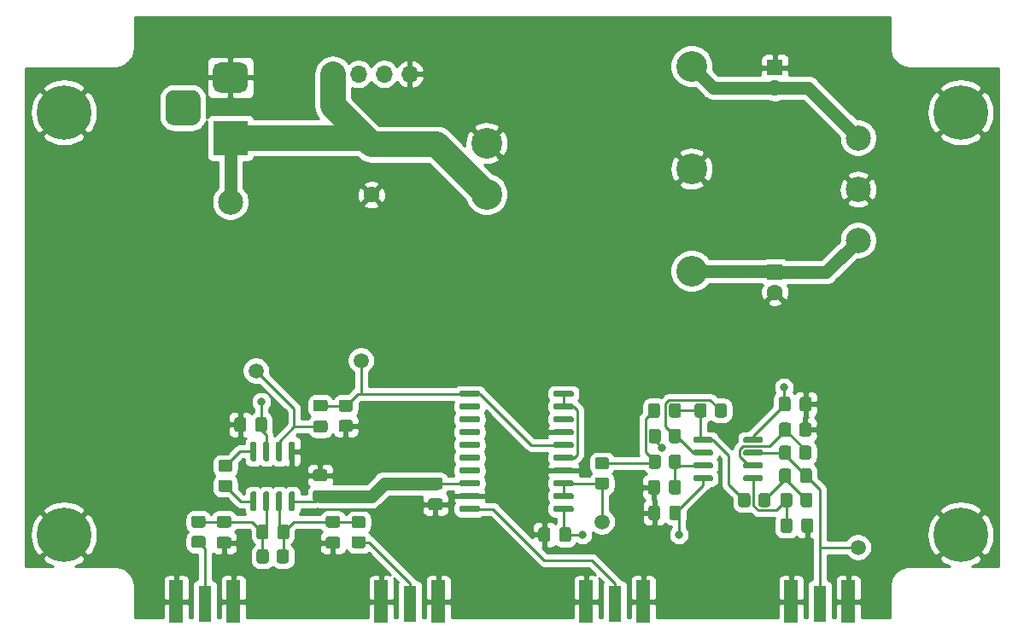
<source format=gbr>
%TF.GenerationSoftware,KiCad,Pcbnew,(5.1.8)-1*%
%TF.CreationDate,2021-05-16T11:41:03-04:00*%
%TF.ProjectId,openEPR_Lock-In,6f70656e-4550-4525-9f4c-6f636b2d496e,B*%
%TF.SameCoordinates,Original*%
%TF.FileFunction,Copper,L1,Top*%
%TF.FilePolarity,Positive*%
%FSLAX46Y46*%
G04 Gerber Fmt 4.6, Leading zero omitted, Abs format (unit mm)*
G04 Created by KiCad (PCBNEW (5.1.8)-1) date 2021-05-16 11:41:03*
%MOMM*%
%LPD*%
G01*
G04 APERTURE LIST*
%TA.AperFunction,ComponentPad*%
%ADD10O,1.700000X1.700000*%
%TD*%
%TA.AperFunction,ComponentPad*%
%ADD11R,1.700000X1.700000*%
%TD*%
%TA.AperFunction,SMDPad,CuDef*%
%ADD12C,1.500000*%
%TD*%
%TA.AperFunction,ComponentPad*%
%ADD13C,3.048000*%
%TD*%
%TA.AperFunction,SMDPad,CuDef*%
%ADD14C,2.500000*%
%TD*%
%TA.AperFunction,ComponentPad*%
%ADD15R,3.500000X3.500000*%
%TD*%
%TA.AperFunction,ComponentPad*%
%ADD16C,5.400000*%
%TD*%
%TA.AperFunction,SMDPad,CuDef*%
%ADD17R,1.350000X4.200000*%
%TD*%
%TA.AperFunction,SMDPad,CuDef*%
%ADD18R,1.270000X3.600000*%
%TD*%
%TA.AperFunction,ComponentPad*%
%ADD19R,1.600000X1.600000*%
%TD*%
%TA.AperFunction,ComponentPad*%
%ADD20C,1.600000*%
%TD*%
%TA.AperFunction,ViaPad*%
%ADD21C,0.800000*%
%TD*%
%TA.AperFunction,Conductor*%
%ADD22C,0.250000*%
%TD*%
%TA.AperFunction,Conductor*%
%ADD23C,1.270000*%
%TD*%
%TA.AperFunction,Conductor*%
%ADD24C,2.540000*%
%TD*%
%TA.AperFunction,Conductor*%
%ADD25C,0.254000*%
%TD*%
%TA.AperFunction,Conductor*%
%ADD26C,0.100000*%
%TD*%
G04 APERTURE END LIST*
%TO.P,R13,2*%
%TO.N,Net-(C1-Pad1)*%
%TA.AperFunction,SMDPad,CuDef*%
G36*
G01*
X49511000Y-79178999D02*
X49511000Y-80079001D01*
G75*
G02*
X49261001Y-80329000I-249999J0D01*
G01*
X48560999Y-80329000D01*
G75*
G02*
X48311000Y-80079001I0J249999D01*
G01*
X48311000Y-79178999D01*
G75*
G02*
X48560999Y-78929000I249999J0D01*
G01*
X49261001Y-78929000D01*
G75*
G02*
X49511000Y-79178999I0J-249999D01*
G01*
G37*
%TD.AperFunction*%
%TO.P,R13,1*%
%TO.N,Net-(C2-Pad1)*%
%TA.AperFunction,SMDPad,CuDef*%
G36*
G01*
X51511000Y-79178999D02*
X51511000Y-80079001D01*
G75*
G02*
X51261001Y-80329000I-249999J0D01*
G01*
X50560999Y-80329000D01*
G75*
G02*
X50311000Y-80079001I0J249999D01*
G01*
X50311000Y-79178999D01*
G75*
G02*
X50560999Y-78929000I249999J0D01*
G01*
X51261001Y-78929000D01*
G75*
G02*
X51511000Y-79178999I0J-249999D01*
G01*
G37*
%TD.AperFunction*%
%TD*%
D10*
%TO.P,J6,4*%
%TO.N,GND*%
X63500000Y-31750000D03*
%TO.P,J6,3*%
%TO.N,/V-*%
X60960000Y-31750000D03*
%TO.P,J6,2*%
%TO.N,/V+*%
X58420000Y-31750000D03*
D11*
%TO.P,J6,1*%
%TO.N,/Vin*%
X55880000Y-31750000D03*
%TD*%
%TO.P,R7,1*%
%TO.N,Net-(R7-Pad1)*%
%TA.AperFunction,SMDPad,CuDef*%
G36*
G01*
X94929000Y-64700999D02*
X94929000Y-65601001D01*
G75*
G02*
X94679001Y-65851000I-249999J0D01*
G01*
X93978999Y-65851000D01*
G75*
G02*
X93729000Y-65601001I0J249999D01*
G01*
X93729000Y-64700999D01*
G75*
G02*
X93978999Y-64451000I249999J0D01*
G01*
X94679001Y-64451000D01*
G75*
G02*
X94929000Y-64700999I0J-249999D01*
G01*
G37*
%TD.AperFunction*%
%TO.P,R7,2*%
%TO.N,Net-(C6-Pad1)*%
%TA.AperFunction,SMDPad,CuDef*%
G36*
G01*
X92929000Y-64700999D02*
X92929000Y-65601001D01*
G75*
G02*
X92679001Y-65851000I-249999J0D01*
G01*
X91978999Y-65851000D01*
G75*
G02*
X91729000Y-65601001I0J249999D01*
G01*
X91729000Y-64700999D01*
G75*
G02*
X91978999Y-64451000I249999J0D01*
G01*
X92679001Y-64451000D01*
G75*
G02*
X92929000Y-64700999I0J-249999D01*
G01*
G37*
%TD.AperFunction*%
%TD*%
D12*
%TO.P,TP8,1*%
%TO.N,/DEMOD*%
X82550000Y-76200000D03*
%TD*%
%TO.P,TP7,1*%
%TO.N,/OUTPUT*%
X107950000Y-78740000D03*
%TD*%
%TO.P,TP6,1*%
%TO.N,/IN-AMP_FILTERED*%
X58674000Y-60198000D03*
%TD*%
%TO.P,TP5,1*%
%TO.N,/IN-AMP_OUT*%
X48260000Y-61214000D03*
%TD*%
D13*
%TO.P,U4,5*%
%TO.N,/V-*%
X91440000Y-30988000D03*
%TO.P,U4,4*%
%TO.N,GND*%
X91440000Y-41148000D03*
%TO.P,U4,3*%
%TO.N,/V+*%
X91440000Y-51308000D03*
%TO.P,U4,2*%
%TO.N,/Vin*%
X71120000Y-43688000D03*
%TO.P,U4,1*%
%TO.N,GND*%
X71120000Y-38608000D03*
%TD*%
D14*
%TO.P,TP4,1*%
%TO.N,/V-*%
X107950000Y-38100000D03*
%TD*%
%TO.P,TP3,1*%
%TO.N,/V+*%
X107950000Y-48260000D03*
%TD*%
%TO.P,TP2,1*%
%TO.N,/Vin*%
X45720000Y-44450000D03*
%TD*%
%TO.P,TP1,1*%
%TO.N,GND*%
X107950000Y-43180000D03*
%TD*%
%TO.P,J4,3*%
%TO.N,Net-(J4-Pad3)*%
%TA.AperFunction,ComponentPad*%
G36*
G01*
X40145000Y-33350000D02*
X41895000Y-33350000D01*
G75*
G02*
X42770000Y-34225000I0J-875000D01*
G01*
X42770000Y-35975000D01*
G75*
G02*
X41895000Y-36850000I-875000J0D01*
G01*
X40145000Y-36850000D01*
G75*
G02*
X39270000Y-35975000I0J875000D01*
G01*
X39270000Y-34225000D01*
G75*
G02*
X40145000Y-33350000I875000J0D01*
G01*
G37*
%TD.AperFunction*%
%TO.P,J4,2*%
%TO.N,GND*%
%TA.AperFunction,ComponentPad*%
G36*
G01*
X44720000Y-30600000D02*
X46720000Y-30600000D01*
G75*
G02*
X47470000Y-31350000I0J-750000D01*
G01*
X47470000Y-32850000D01*
G75*
G02*
X46720000Y-33600000I-750000J0D01*
G01*
X44720000Y-33600000D01*
G75*
G02*
X43970000Y-32850000I0J750000D01*
G01*
X43970000Y-31350000D01*
G75*
G02*
X44720000Y-30600000I750000J0D01*
G01*
G37*
%TD.AperFunction*%
D15*
%TO.P,J4,1*%
%TO.N,/Vin*%
X45720000Y-38100000D03*
%TD*%
D16*
%TO.P,H4,1*%
%TO.N,GND*%
X29210000Y-77470000D03*
%TD*%
%TO.P,H3,1*%
%TO.N,GND*%
X118110000Y-77470000D03*
%TD*%
%TO.P,H2,1*%
%TO.N,GND*%
X118110000Y-35560000D03*
%TD*%
%TO.P,H1,1*%
%TO.N,GND*%
X29210000Y-35560000D03*
%TD*%
%TO.P,C15,2*%
%TO.N,GND*%
%TA.AperFunction,SMDPad,CuDef*%
G36*
G01*
X88323000Y-74836000D02*
X88323000Y-75786000D01*
G75*
G02*
X88073000Y-76036000I-250000J0D01*
G01*
X87398000Y-76036000D01*
G75*
G02*
X87148000Y-75786000I0J250000D01*
G01*
X87148000Y-74836000D01*
G75*
G02*
X87398000Y-74586000I250000J0D01*
G01*
X88073000Y-74586000D01*
G75*
G02*
X88323000Y-74836000I0J-250000D01*
G01*
G37*
%TD.AperFunction*%
%TO.P,C15,1*%
%TO.N,/V-*%
%TA.AperFunction,SMDPad,CuDef*%
G36*
G01*
X90398000Y-74836000D02*
X90398000Y-75786000D01*
G75*
G02*
X90148000Y-76036000I-250000J0D01*
G01*
X89473000Y-76036000D01*
G75*
G02*
X89223000Y-75786000I0J250000D01*
G01*
X89223000Y-74836000D01*
G75*
G02*
X89473000Y-74586000I250000J0D01*
G01*
X90148000Y-74586000D01*
G75*
G02*
X90398000Y-74836000I0J-250000D01*
G01*
G37*
%TD.AperFunction*%
%TD*%
%TO.P,C1,1*%
%TO.N,Net-(C1-Pad1)*%
%TA.AperFunction,SMDPad,CuDef*%
G36*
G01*
X44610000Y-75612500D02*
X45560000Y-75612500D01*
G75*
G02*
X45810000Y-75862500I0J-250000D01*
G01*
X45810000Y-76537500D01*
G75*
G02*
X45560000Y-76787500I-250000J0D01*
G01*
X44610000Y-76787500D01*
G75*
G02*
X44360000Y-76537500I0J250000D01*
G01*
X44360000Y-75862500D01*
G75*
G02*
X44610000Y-75612500I250000J0D01*
G01*
G37*
%TD.AperFunction*%
%TO.P,C1,2*%
%TO.N,GND*%
%TA.AperFunction,SMDPad,CuDef*%
G36*
G01*
X44610000Y-77687500D02*
X45560000Y-77687500D01*
G75*
G02*
X45810000Y-77937500I0J-250000D01*
G01*
X45810000Y-78612500D01*
G75*
G02*
X45560000Y-78862500I-250000J0D01*
G01*
X44610000Y-78862500D01*
G75*
G02*
X44360000Y-78612500I0J250000D01*
G01*
X44360000Y-77937500D01*
G75*
G02*
X44610000Y-77687500I250000J0D01*
G01*
G37*
%TD.AperFunction*%
%TD*%
%TO.P,C2,2*%
%TO.N,Net-(C1-Pad1)*%
%TA.AperFunction,SMDPad,CuDef*%
G36*
G01*
X49482500Y-76741000D02*
X49482500Y-77691000D01*
G75*
G02*
X49232500Y-77941000I-250000J0D01*
G01*
X48557500Y-77941000D01*
G75*
G02*
X48307500Y-77691000I0J250000D01*
G01*
X48307500Y-76741000D01*
G75*
G02*
X48557500Y-76491000I250000J0D01*
G01*
X49232500Y-76491000D01*
G75*
G02*
X49482500Y-76741000I0J-250000D01*
G01*
G37*
%TD.AperFunction*%
%TO.P,C2,1*%
%TO.N,Net-(C2-Pad1)*%
%TA.AperFunction,SMDPad,CuDef*%
G36*
G01*
X51557500Y-76741000D02*
X51557500Y-77691000D01*
G75*
G02*
X51307500Y-77941000I-250000J0D01*
G01*
X50632500Y-77941000D01*
G75*
G02*
X50382500Y-77691000I0J250000D01*
G01*
X50382500Y-76741000D01*
G75*
G02*
X50632500Y-76491000I250000J0D01*
G01*
X51307500Y-76491000D01*
G75*
G02*
X51557500Y-76741000I0J-250000D01*
G01*
G37*
%TD.AperFunction*%
%TD*%
%TO.P,C3,2*%
%TO.N,Net-(C2-Pad1)*%
%TA.AperFunction,SMDPad,CuDef*%
G36*
G01*
X56355000Y-76787500D02*
X55405000Y-76787500D01*
G75*
G02*
X55155000Y-76537500I0J250000D01*
G01*
X55155000Y-75862500D01*
G75*
G02*
X55405000Y-75612500I250000J0D01*
G01*
X56355000Y-75612500D01*
G75*
G02*
X56605000Y-75862500I0J-250000D01*
G01*
X56605000Y-76537500D01*
G75*
G02*
X56355000Y-76787500I-250000J0D01*
G01*
G37*
%TD.AperFunction*%
%TO.P,C3,1*%
%TO.N,GND*%
%TA.AperFunction,SMDPad,CuDef*%
G36*
G01*
X56355000Y-78862500D02*
X55405000Y-78862500D01*
G75*
G02*
X55155000Y-78612500I0J250000D01*
G01*
X55155000Y-77937500D01*
G75*
G02*
X55405000Y-77687500I250000J0D01*
G01*
X56355000Y-77687500D01*
G75*
G02*
X56605000Y-77937500I0J-250000D01*
G01*
X56605000Y-78612500D01*
G75*
G02*
X56355000Y-78862500I-250000J0D01*
G01*
G37*
%TD.AperFunction*%
%TD*%
%TO.P,C5,1*%
%TO.N,/IN-AMP_FILTERED*%
%TA.AperFunction,SMDPad,CuDef*%
G36*
G01*
X54160400Y-64080900D02*
X55110400Y-64080900D01*
G75*
G02*
X55360400Y-64330900I0J-250000D01*
G01*
X55360400Y-65005900D01*
G75*
G02*
X55110400Y-65255900I-250000J0D01*
G01*
X54160400Y-65255900D01*
G75*
G02*
X53910400Y-65005900I0J250000D01*
G01*
X53910400Y-64330900D01*
G75*
G02*
X54160400Y-64080900I250000J0D01*
G01*
G37*
%TD.AperFunction*%
%TO.P,C5,2*%
%TO.N,/IN-AMP_OUT*%
%TA.AperFunction,SMDPad,CuDef*%
G36*
G01*
X54160400Y-66155900D02*
X55110400Y-66155900D01*
G75*
G02*
X55360400Y-66405900I0J-250000D01*
G01*
X55360400Y-67080900D01*
G75*
G02*
X55110400Y-67330900I-250000J0D01*
G01*
X54160400Y-67330900D01*
G75*
G02*
X53910400Y-67080900I0J250000D01*
G01*
X53910400Y-66405900D01*
G75*
G02*
X54160400Y-66155900I250000J0D01*
G01*
G37*
%TD.AperFunction*%
%TD*%
%TO.P,C8,1*%
%TO.N,/V+*%
%TA.AperFunction,SMDPad,CuDef*%
G36*
G01*
X49355500Y-66073000D02*
X49355500Y-67023000D01*
G75*
G02*
X49105500Y-67273000I-250000J0D01*
G01*
X48430500Y-67273000D01*
G75*
G02*
X48180500Y-67023000I0J250000D01*
G01*
X48180500Y-66073000D01*
G75*
G02*
X48430500Y-65823000I250000J0D01*
G01*
X49105500Y-65823000D01*
G75*
G02*
X49355500Y-66073000I0J-250000D01*
G01*
G37*
%TD.AperFunction*%
%TO.P,C8,2*%
%TO.N,GND*%
%TA.AperFunction,SMDPad,CuDef*%
G36*
G01*
X47280500Y-66073000D02*
X47280500Y-67023000D01*
G75*
G02*
X47030500Y-67273000I-250000J0D01*
G01*
X46355500Y-67273000D01*
G75*
G02*
X46105500Y-67023000I0J250000D01*
G01*
X46105500Y-66073000D01*
G75*
G02*
X46355500Y-65823000I250000J0D01*
G01*
X47030500Y-65823000D01*
G75*
G02*
X47280500Y-66073000I0J-250000D01*
G01*
G37*
%TD.AperFunction*%
%TD*%
%TO.P,C12,1*%
%TO.N,/V+*%
%TA.AperFunction,SMDPad,CuDef*%
G36*
G01*
X79497500Y-76995000D02*
X79497500Y-77945000D01*
G75*
G02*
X79247500Y-78195000I-250000J0D01*
G01*
X78572500Y-78195000D01*
G75*
G02*
X78322500Y-77945000I0J250000D01*
G01*
X78322500Y-76995000D01*
G75*
G02*
X78572500Y-76745000I250000J0D01*
G01*
X79247500Y-76745000D01*
G75*
G02*
X79497500Y-76995000I0J-250000D01*
G01*
G37*
%TD.AperFunction*%
%TO.P,C12,2*%
%TO.N,GND*%
%TA.AperFunction,SMDPad,CuDef*%
G36*
G01*
X77422500Y-76995000D02*
X77422500Y-77945000D01*
G75*
G02*
X77172500Y-78195000I-250000J0D01*
G01*
X76497500Y-78195000D01*
G75*
G02*
X76247500Y-77945000I0J250000D01*
G01*
X76247500Y-76995000D01*
G75*
G02*
X76497500Y-76745000I250000J0D01*
G01*
X77172500Y-76745000D01*
G75*
G02*
X77422500Y-76995000I0J-250000D01*
G01*
G37*
%TD.AperFunction*%
%TD*%
D17*
%TO.P,J1,2*%
%TO.N,GND*%
X60675000Y-84128000D03*
X66325000Y-84128000D03*
D18*
%TO.P,J1,1*%
%TO.N,/INPUT+*%
X63500000Y-84328000D03*
%TD*%
%TO.P,J2,1*%
%TO.N,/INPUT-*%
X43180000Y-84328000D03*
D17*
%TO.P,J2,2*%
%TO.N,GND*%
X46005000Y-84128000D03*
X40355000Y-84128000D03*
%TD*%
%TO.P,J3,2*%
%TO.N,GND*%
X101315000Y-84128000D03*
X106965000Y-84128000D03*
D18*
%TO.P,J3,1*%
%TO.N,/OUTPUT*%
X104140000Y-84328000D03*
%TD*%
%TO.P,R1,1*%
%TO.N,Net-(C1-Pad1)*%
%TA.AperFunction,SMDPad,CuDef*%
G36*
G01*
X42094999Y-75600000D02*
X42995001Y-75600000D01*
G75*
G02*
X43245000Y-75849999I0J-249999D01*
G01*
X43245000Y-76550001D01*
G75*
G02*
X42995001Y-76800000I-249999J0D01*
G01*
X42094999Y-76800000D01*
G75*
G02*
X41845000Y-76550001I0J249999D01*
G01*
X41845000Y-75849999D01*
G75*
G02*
X42094999Y-75600000I249999J0D01*
G01*
G37*
%TD.AperFunction*%
%TO.P,R1,2*%
%TO.N,/INPUT-*%
%TA.AperFunction,SMDPad,CuDef*%
G36*
G01*
X42094999Y-77600000D02*
X42995001Y-77600000D01*
G75*
G02*
X43245000Y-77849999I0J-249999D01*
G01*
X43245000Y-78550001D01*
G75*
G02*
X42995001Y-78800000I-249999J0D01*
G01*
X42094999Y-78800000D01*
G75*
G02*
X41845000Y-78550001I0J249999D01*
G01*
X41845000Y-77849999D01*
G75*
G02*
X42094999Y-77600000I249999J0D01*
G01*
G37*
%TD.AperFunction*%
%TD*%
%TO.P,R2,2*%
%TO.N,/INPUT+*%
%TA.AperFunction,SMDPad,CuDef*%
G36*
G01*
X57969999Y-77632000D02*
X58870001Y-77632000D01*
G75*
G02*
X59120000Y-77881999I0J-249999D01*
G01*
X59120000Y-78582001D01*
G75*
G02*
X58870001Y-78832000I-249999J0D01*
G01*
X57969999Y-78832000D01*
G75*
G02*
X57720000Y-78582001I0J249999D01*
G01*
X57720000Y-77881999D01*
G75*
G02*
X57969999Y-77632000I249999J0D01*
G01*
G37*
%TD.AperFunction*%
%TO.P,R2,1*%
%TO.N,Net-(C2-Pad1)*%
%TA.AperFunction,SMDPad,CuDef*%
G36*
G01*
X57969999Y-75632000D02*
X58870001Y-75632000D01*
G75*
G02*
X59120000Y-75881999I0J-249999D01*
G01*
X59120000Y-76582001D01*
G75*
G02*
X58870001Y-76832000I-249999J0D01*
G01*
X57969999Y-76832000D01*
G75*
G02*
X57720000Y-76582001I0J249999D01*
G01*
X57720000Y-75881999D01*
G75*
G02*
X57969999Y-75632000I249999J0D01*
G01*
G37*
%TD.AperFunction*%
%TD*%
%TO.P,R3,2*%
%TO.N,Net-(R3-Pad2)*%
%TA.AperFunction,SMDPad,CuDef*%
G36*
G01*
X44761999Y-72044000D02*
X45662001Y-72044000D01*
G75*
G02*
X45912000Y-72293999I0J-249999D01*
G01*
X45912000Y-72994001D01*
G75*
G02*
X45662001Y-73244000I-249999J0D01*
G01*
X44761999Y-73244000D01*
G75*
G02*
X44512000Y-72994001I0J249999D01*
G01*
X44512000Y-72293999D01*
G75*
G02*
X44761999Y-72044000I249999J0D01*
G01*
G37*
%TD.AperFunction*%
%TO.P,R3,1*%
%TO.N,Net-(R3-Pad1)*%
%TA.AperFunction,SMDPad,CuDef*%
G36*
G01*
X44761999Y-70044000D02*
X45662001Y-70044000D01*
G75*
G02*
X45912000Y-70293999I0J-249999D01*
G01*
X45912000Y-70994001D01*
G75*
G02*
X45662001Y-71244000I-249999J0D01*
G01*
X44761999Y-71244000D01*
G75*
G02*
X44512000Y-70994001I0J249999D01*
G01*
X44512000Y-70293999D01*
G75*
G02*
X44761999Y-70044000I249999J0D01*
G01*
G37*
%TD.AperFunction*%
%TD*%
%TO.P,R6,1*%
%TO.N,GND*%
%TA.AperFunction,SMDPad,CuDef*%
G36*
G01*
X57600001Y-67275000D02*
X56699999Y-67275000D01*
G75*
G02*
X56450000Y-67025001I0J249999D01*
G01*
X56450000Y-66324999D01*
G75*
G02*
X56699999Y-66075000I249999J0D01*
G01*
X57600001Y-66075000D01*
G75*
G02*
X57850000Y-66324999I0J-249999D01*
G01*
X57850000Y-67025001D01*
G75*
G02*
X57600001Y-67275000I-249999J0D01*
G01*
G37*
%TD.AperFunction*%
%TO.P,R6,2*%
%TO.N,/IN-AMP_FILTERED*%
%TA.AperFunction,SMDPad,CuDef*%
G36*
G01*
X57600001Y-65275000D02*
X56699999Y-65275000D01*
G75*
G02*
X56450000Y-65025001I0J249999D01*
G01*
X56450000Y-64324999D01*
G75*
G02*
X56699999Y-64075000I249999J0D01*
G01*
X57600001Y-64075000D01*
G75*
G02*
X57850000Y-64324999I0J-249999D01*
G01*
X57850000Y-65025001D01*
G75*
G02*
X57600001Y-65275000I-249999J0D01*
G01*
G37*
%TD.AperFunction*%
%TD*%
%TO.P,U2,1*%
%TO.N,Net-(R3-Pad2)*%
%TA.AperFunction,SMDPad,CuDef*%
G36*
G01*
X48156000Y-75143000D02*
X47856000Y-75143000D01*
G75*
G02*
X47706000Y-74993000I0J150000D01*
G01*
X47706000Y-73343000D01*
G75*
G02*
X47856000Y-73193000I150000J0D01*
G01*
X48156000Y-73193000D01*
G75*
G02*
X48306000Y-73343000I0J-150000D01*
G01*
X48306000Y-74993000D01*
G75*
G02*
X48156000Y-75143000I-150000J0D01*
G01*
G37*
%TD.AperFunction*%
%TO.P,U2,2*%
%TO.N,Net-(C1-Pad1)*%
%TA.AperFunction,SMDPad,CuDef*%
G36*
G01*
X49426000Y-75143000D02*
X49126000Y-75143000D01*
G75*
G02*
X48976000Y-74993000I0J150000D01*
G01*
X48976000Y-73343000D01*
G75*
G02*
X49126000Y-73193000I150000J0D01*
G01*
X49426000Y-73193000D01*
G75*
G02*
X49576000Y-73343000I0J-150000D01*
G01*
X49576000Y-74993000D01*
G75*
G02*
X49426000Y-75143000I-150000J0D01*
G01*
G37*
%TD.AperFunction*%
%TO.P,U2,3*%
%TO.N,Net-(C2-Pad1)*%
%TA.AperFunction,SMDPad,CuDef*%
G36*
G01*
X50696000Y-75143000D02*
X50396000Y-75143000D01*
G75*
G02*
X50246000Y-74993000I0J150000D01*
G01*
X50246000Y-73343000D01*
G75*
G02*
X50396000Y-73193000I150000J0D01*
G01*
X50696000Y-73193000D01*
G75*
G02*
X50846000Y-73343000I0J-150000D01*
G01*
X50846000Y-74993000D01*
G75*
G02*
X50696000Y-75143000I-150000J0D01*
G01*
G37*
%TD.AperFunction*%
%TO.P,U2,4*%
%TO.N,/V-*%
%TA.AperFunction,SMDPad,CuDef*%
G36*
G01*
X51966000Y-75143000D02*
X51666000Y-75143000D01*
G75*
G02*
X51516000Y-74993000I0J150000D01*
G01*
X51516000Y-73343000D01*
G75*
G02*
X51666000Y-73193000I150000J0D01*
G01*
X51966000Y-73193000D01*
G75*
G02*
X52116000Y-73343000I0J-150000D01*
G01*
X52116000Y-74993000D01*
G75*
G02*
X51966000Y-75143000I-150000J0D01*
G01*
G37*
%TD.AperFunction*%
%TO.P,U2,5*%
%TO.N,GND*%
%TA.AperFunction,SMDPad,CuDef*%
G36*
G01*
X51966000Y-70193000D02*
X51666000Y-70193000D01*
G75*
G02*
X51516000Y-70043000I0J150000D01*
G01*
X51516000Y-68393000D01*
G75*
G02*
X51666000Y-68243000I150000J0D01*
G01*
X51966000Y-68243000D01*
G75*
G02*
X52116000Y-68393000I0J-150000D01*
G01*
X52116000Y-70043000D01*
G75*
G02*
X51966000Y-70193000I-150000J0D01*
G01*
G37*
%TD.AperFunction*%
%TO.P,U2,6*%
%TO.N,/IN-AMP_OUT*%
%TA.AperFunction,SMDPad,CuDef*%
G36*
G01*
X50696000Y-70193000D02*
X50396000Y-70193000D01*
G75*
G02*
X50246000Y-70043000I0J150000D01*
G01*
X50246000Y-68393000D01*
G75*
G02*
X50396000Y-68243000I150000J0D01*
G01*
X50696000Y-68243000D01*
G75*
G02*
X50846000Y-68393000I0J-150000D01*
G01*
X50846000Y-70043000D01*
G75*
G02*
X50696000Y-70193000I-150000J0D01*
G01*
G37*
%TD.AperFunction*%
%TO.P,U2,7*%
%TO.N,/V+*%
%TA.AperFunction,SMDPad,CuDef*%
G36*
G01*
X49426000Y-70193000D02*
X49126000Y-70193000D01*
G75*
G02*
X48976000Y-70043000I0J150000D01*
G01*
X48976000Y-68393000D01*
G75*
G02*
X49126000Y-68243000I150000J0D01*
G01*
X49426000Y-68243000D01*
G75*
G02*
X49576000Y-68393000I0J-150000D01*
G01*
X49576000Y-70043000D01*
G75*
G02*
X49426000Y-70193000I-150000J0D01*
G01*
G37*
%TD.AperFunction*%
%TO.P,U2,8*%
%TO.N,Net-(R3-Pad1)*%
%TA.AperFunction,SMDPad,CuDef*%
G36*
G01*
X48156000Y-70193000D02*
X47856000Y-70193000D01*
G75*
G02*
X47706000Y-70043000I0J150000D01*
G01*
X47706000Y-68393000D01*
G75*
G02*
X47856000Y-68243000I150000J0D01*
G01*
X48156000Y-68243000D01*
G75*
G02*
X48306000Y-68393000I0J-150000D01*
G01*
X48306000Y-70043000D01*
G75*
G02*
X48156000Y-70193000I-150000J0D01*
G01*
G37*
%TD.AperFunction*%
%TD*%
%TO.P,U3,1*%
%TO.N,/IN-AMP_FILTERED*%
%TA.AperFunction,SMDPad,CuDef*%
G36*
G01*
X68415000Y-63650000D02*
X68415000Y-63350000D01*
G75*
G02*
X68565000Y-63200000I150000J0D01*
G01*
X70315000Y-63200000D01*
G75*
G02*
X70465000Y-63350000I0J-150000D01*
G01*
X70465000Y-63650000D01*
G75*
G02*
X70315000Y-63800000I-150000J0D01*
G01*
X68565000Y-63800000D01*
G75*
G02*
X68415000Y-63650000I0J150000D01*
G01*
G37*
%TD.AperFunction*%
%TO.P,U3,2*%
%TO.N,Net-(U3-Pad2)*%
%TA.AperFunction,SMDPad,CuDef*%
G36*
G01*
X68415000Y-64920000D02*
X68415000Y-64620000D01*
G75*
G02*
X68565000Y-64470000I150000J0D01*
G01*
X70315000Y-64470000D01*
G75*
G02*
X70465000Y-64620000I0J-150000D01*
G01*
X70465000Y-64920000D01*
G75*
G02*
X70315000Y-65070000I-150000J0D01*
G01*
X68565000Y-65070000D01*
G75*
G02*
X68415000Y-64920000I0J150000D01*
G01*
G37*
%TD.AperFunction*%
%TO.P,U3,3*%
%TO.N,Net-(U3-Pad3)*%
%TA.AperFunction,SMDPad,CuDef*%
G36*
G01*
X68415000Y-66190000D02*
X68415000Y-65890000D01*
G75*
G02*
X68565000Y-65740000I150000J0D01*
G01*
X70315000Y-65740000D01*
G75*
G02*
X70465000Y-65890000I0J-150000D01*
G01*
X70465000Y-66190000D01*
G75*
G02*
X70315000Y-66340000I-150000J0D01*
G01*
X68565000Y-66340000D01*
G75*
G02*
X68415000Y-66190000I0J150000D01*
G01*
G37*
%TD.AperFunction*%
%TO.P,U3,4*%
%TO.N,Net-(U3-Pad4)*%
%TA.AperFunction,SMDPad,CuDef*%
G36*
G01*
X68415000Y-67460000D02*
X68415000Y-67160000D01*
G75*
G02*
X68565000Y-67010000I150000J0D01*
G01*
X70315000Y-67010000D01*
G75*
G02*
X70465000Y-67160000I0J-150000D01*
G01*
X70465000Y-67460000D01*
G75*
G02*
X70315000Y-67610000I-150000J0D01*
G01*
X68565000Y-67610000D01*
G75*
G02*
X68415000Y-67460000I0J150000D01*
G01*
G37*
%TD.AperFunction*%
%TO.P,U3,5*%
%TO.N,Net-(U3-Pad5)*%
%TA.AperFunction,SMDPad,CuDef*%
G36*
G01*
X68415000Y-68730000D02*
X68415000Y-68430000D01*
G75*
G02*
X68565000Y-68280000I150000J0D01*
G01*
X70315000Y-68280000D01*
G75*
G02*
X70465000Y-68430000I0J-150000D01*
G01*
X70465000Y-68730000D01*
G75*
G02*
X70315000Y-68880000I-150000J0D01*
G01*
X68565000Y-68880000D01*
G75*
G02*
X68415000Y-68730000I0J150000D01*
G01*
G37*
%TD.AperFunction*%
%TO.P,U3,6*%
%TO.N,Net-(U3-Pad6)*%
%TA.AperFunction,SMDPad,CuDef*%
G36*
G01*
X68415000Y-70000000D02*
X68415000Y-69700000D01*
G75*
G02*
X68565000Y-69550000I150000J0D01*
G01*
X70315000Y-69550000D01*
G75*
G02*
X70465000Y-69700000I0J-150000D01*
G01*
X70465000Y-70000000D01*
G75*
G02*
X70315000Y-70150000I-150000J0D01*
G01*
X68565000Y-70150000D01*
G75*
G02*
X68415000Y-70000000I0J150000D01*
G01*
G37*
%TD.AperFunction*%
%TO.P,U3,7*%
%TO.N,Net-(U3-Pad7)*%
%TA.AperFunction,SMDPad,CuDef*%
G36*
G01*
X68415000Y-71270000D02*
X68415000Y-70970000D01*
G75*
G02*
X68565000Y-70820000I150000J0D01*
G01*
X70315000Y-70820000D01*
G75*
G02*
X70465000Y-70970000I0J-150000D01*
G01*
X70465000Y-71270000D01*
G75*
G02*
X70315000Y-71420000I-150000J0D01*
G01*
X68565000Y-71420000D01*
G75*
G02*
X68415000Y-71270000I0J150000D01*
G01*
G37*
%TD.AperFunction*%
%TO.P,U3,8*%
%TO.N,/V-*%
%TA.AperFunction,SMDPad,CuDef*%
G36*
G01*
X68415000Y-72540000D02*
X68415000Y-72240000D01*
G75*
G02*
X68565000Y-72090000I150000J0D01*
G01*
X70315000Y-72090000D01*
G75*
G02*
X70465000Y-72240000I0J-150000D01*
G01*
X70465000Y-72540000D01*
G75*
G02*
X70315000Y-72690000I-150000J0D01*
G01*
X68565000Y-72690000D01*
G75*
G02*
X68415000Y-72540000I0J150000D01*
G01*
G37*
%TD.AperFunction*%
%TO.P,U3,9*%
%TO.N,GND*%
%TA.AperFunction,SMDPad,CuDef*%
G36*
G01*
X68415000Y-73810000D02*
X68415000Y-73510000D01*
G75*
G02*
X68565000Y-73360000I150000J0D01*
G01*
X70315000Y-73360000D01*
G75*
G02*
X70465000Y-73510000I0J-150000D01*
G01*
X70465000Y-73810000D01*
G75*
G02*
X70315000Y-73960000I-150000J0D01*
G01*
X68565000Y-73960000D01*
G75*
G02*
X68415000Y-73810000I0J150000D01*
G01*
G37*
%TD.AperFunction*%
%TO.P,U3,10*%
%TO.N,/REF*%
%TA.AperFunction,SMDPad,CuDef*%
G36*
G01*
X68415000Y-75080000D02*
X68415000Y-74780000D01*
G75*
G02*
X68565000Y-74630000I150000J0D01*
G01*
X70315000Y-74630000D01*
G75*
G02*
X70465000Y-74780000I0J-150000D01*
G01*
X70465000Y-75080000D01*
G75*
G02*
X70315000Y-75230000I-150000J0D01*
G01*
X68565000Y-75230000D01*
G75*
G02*
X68415000Y-75080000I0J150000D01*
G01*
G37*
%TD.AperFunction*%
%TO.P,U3,11*%
%TO.N,/V+*%
%TA.AperFunction,SMDPad,CuDef*%
G36*
G01*
X77715000Y-75080000D02*
X77715000Y-74780000D01*
G75*
G02*
X77865000Y-74630000I150000J0D01*
G01*
X79615000Y-74630000D01*
G75*
G02*
X79765000Y-74780000I0J-150000D01*
G01*
X79765000Y-75080000D01*
G75*
G02*
X79615000Y-75230000I-150000J0D01*
G01*
X77865000Y-75230000D01*
G75*
G02*
X77715000Y-75080000I0J150000D01*
G01*
G37*
%TD.AperFunction*%
%TO.P,U3,12*%
%TO.N,/DEMOD*%
%TA.AperFunction,SMDPad,CuDef*%
G36*
G01*
X77715000Y-73810000D02*
X77715000Y-73510000D01*
G75*
G02*
X77865000Y-73360000I150000J0D01*
G01*
X79615000Y-73360000D01*
G75*
G02*
X79765000Y-73510000I0J-150000D01*
G01*
X79765000Y-73810000D01*
G75*
G02*
X79615000Y-73960000I-150000J0D01*
G01*
X77865000Y-73960000D01*
G75*
G02*
X77715000Y-73810000I0J150000D01*
G01*
G37*
%TD.AperFunction*%
%TO.P,U3,13*%
%TA.AperFunction,SMDPad,CuDef*%
G36*
G01*
X77715000Y-72540000D02*
X77715000Y-72240000D01*
G75*
G02*
X77865000Y-72090000I150000J0D01*
G01*
X79615000Y-72090000D01*
G75*
G02*
X79765000Y-72240000I0J-150000D01*
G01*
X79765000Y-72540000D01*
G75*
G02*
X79615000Y-72690000I-150000J0D01*
G01*
X77865000Y-72690000D01*
G75*
G02*
X77715000Y-72540000I0J150000D01*
G01*
G37*
%TD.AperFunction*%
%TO.P,U3,14*%
%TO.N,GND*%
%TA.AperFunction,SMDPad,CuDef*%
G36*
G01*
X77715000Y-71270000D02*
X77715000Y-70970000D01*
G75*
G02*
X77865000Y-70820000I150000J0D01*
G01*
X79615000Y-70820000D01*
G75*
G02*
X79765000Y-70970000I0J-150000D01*
G01*
X79765000Y-71270000D01*
G75*
G02*
X79615000Y-71420000I-150000J0D01*
G01*
X77865000Y-71420000D01*
G75*
G02*
X77715000Y-71270000I0J150000D01*
G01*
G37*
%TD.AperFunction*%
%TO.P,U3,15*%
%TO.N,Net-(U3-Pad15)*%
%TA.AperFunction,SMDPad,CuDef*%
G36*
G01*
X77715000Y-70000000D02*
X77715000Y-69700000D01*
G75*
G02*
X77865000Y-69550000I150000J0D01*
G01*
X79615000Y-69550000D01*
G75*
G02*
X79765000Y-69700000I0J-150000D01*
G01*
X79765000Y-70000000D01*
G75*
G02*
X79615000Y-70150000I-150000J0D01*
G01*
X77865000Y-70150000D01*
G75*
G02*
X77715000Y-70000000I0J150000D01*
G01*
G37*
%TD.AperFunction*%
%TO.P,U3,16*%
%TO.N,/IN-AMP_FILTERED*%
%TA.AperFunction,SMDPad,CuDef*%
G36*
G01*
X77715000Y-68730000D02*
X77715000Y-68430000D01*
G75*
G02*
X77865000Y-68280000I150000J0D01*
G01*
X79615000Y-68280000D01*
G75*
G02*
X79765000Y-68430000I0J-150000D01*
G01*
X79765000Y-68730000D01*
G75*
G02*
X79615000Y-68880000I-150000J0D01*
G01*
X77865000Y-68880000D01*
G75*
G02*
X77715000Y-68730000I0J150000D01*
G01*
G37*
%TD.AperFunction*%
%TO.P,U3,17*%
%TO.N,GND*%
%TA.AperFunction,SMDPad,CuDef*%
G36*
G01*
X77715000Y-67460000D02*
X77715000Y-67160000D01*
G75*
G02*
X77865000Y-67010000I150000J0D01*
G01*
X79615000Y-67010000D01*
G75*
G02*
X79765000Y-67160000I0J-150000D01*
G01*
X79765000Y-67460000D01*
G75*
G02*
X79615000Y-67610000I-150000J0D01*
G01*
X77865000Y-67610000D01*
G75*
G02*
X77715000Y-67460000I0J150000D01*
G01*
G37*
%TD.AperFunction*%
%TO.P,U3,18*%
%TO.N,Net-(U3-Pad18)*%
%TA.AperFunction,SMDPad,CuDef*%
G36*
G01*
X77715000Y-66190000D02*
X77715000Y-65890000D01*
G75*
G02*
X77865000Y-65740000I150000J0D01*
G01*
X79615000Y-65740000D01*
G75*
G02*
X79765000Y-65890000I0J-150000D01*
G01*
X79765000Y-66190000D01*
G75*
G02*
X79615000Y-66340000I-150000J0D01*
G01*
X77865000Y-66340000D01*
G75*
G02*
X77715000Y-66190000I0J150000D01*
G01*
G37*
%TD.AperFunction*%
%TO.P,U3,19*%
%TO.N,Net-(U3-Pad15)*%
%TA.AperFunction,SMDPad,CuDef*%
G36*
G01*
X77715000Y-64920000D02*
X77715000Y-64620000D01*
G75*
G02*
X77865000Y-64470000I150000J0D01*
G01*
X79615000Y-64470000D01*
G75*
G02*
X79765000Y-64620000I0J-150000D01*
G01*
X79765000Y-64920000D01*
G75*
G02*
X79615000Y-65070000I-150000J0D01*
G01*
X77865000Y-65070000D01*
G75*
G02*
X77715000Y-64920000I0J150000D01*
G01*
G37*
%TD.AperFunction*%
%TO.P,U3,20*%
%TA.AperFunction,SMDPad,CuDef*%
G36*
G01*
X77715000Y-63650000D02*
X77715000Y-63350000D01*
G75*
G02*
X77865000Y-63200000I150000J0D01*
G01*
X79615000Y-63200000D01*
G75*
G02*
X79765000Y-63350000I0J-150000D01*
G01*
X79765000Y-63650000D01*
G75*
G02*
X79615000Y-63800000I-150000J0D01*
G01*
X77865000Y-63800000D01*
G75*
G02*
X77715000Y-63650000I0J150000D01*
G01*
G37*
%TD.AperFunction*%
%TD*%
D17*
%TO.P,J5,2*%
%TO.N,GND*%
X80995000Y-84128000D03*
X86645000Y-84128000D03*
D18*
%TO.P,J5,1*%
%TO.N,/REF*%
X83820000Y-84328000D03*
%TD*%
%TO.P,C13,2*%
%TO.N,GND*%
%TA.AperFunction,SMDPad,CuDef*%
G36*
G01*
X55085000Y-72172500D02*
X54135000Y-72172500D01*
G75*
G02*
X53885000Y-71922500I0J250000D01*
G01*
X53885000Y-71247500D01*
G75*
G02*
X54135000Y-70997500I250000J0D01*
G01*
X55085000Y-70997500D01*
G75*
G02*
X55335000Y-71247500I0J-250000D01*
G01*
X55335000Y-71922500D01*
G75*
G02*
X55085000Y-72172500I-250000J0D01*
G01*
G37*
%TD.AperFunction*%
%TO.P,C13,1*%
%TO.N,/V-*%
%TA.AperFunction,SMDPad,CuDef*%
G36*
G01*
X55085000Y-74247500D02*
X54135000Y-74247500D01*
G75*
G02*
X53885000Y-73997500I0J250000D01*
G01*
X53885000Y-73322500D01*
G75*
G02*
X54135000Y-73072500I250000J0D01*
G01*
X55085000Y-73072500D01*
G75*
G02*
X55335000Y-73322500I0J-250000D01*
G01*
X55335000Y-73997500D01*
G75*
G02*
X55085000Y-74247500I-250000J0D01*
G01*
G37*
%TD.AperFunction*%
%TD*%
%TO.P,C14,1*%
%TO.N,/V-*%
%TA.AperFunction,SMDPad,CuDef*%
G36*
G01*
X65565000Y-71802500D02*
X66515000Y-71802500D01*
G75*
G02*
X66765000Y-72052500I0J-250000D01*
G01*
X66765000Y-72727500D01*
G75*
G02*
X66515000Y-72977500I-250000J0D01*
G01*
X65565000Y-72977500D01*
G75*
G02*
X65315000Y-72727500I0J250000D01*
G01*
X65315000Y-72052500D01*
G75*
G02*
X65565000Y-71802500I250000J0D01*
G01*
G37*
%TD.AperFunction*%
%TO.P,C14,2*%
%TO.N,GND*%
%TA.AperFunction,SMDPad,CuDef*%
G36*
G01*
X65565000Y-73877500D02*
X66515000Y-73877500D01*
G75*
G02*
X66765000Y-74127500I0J-250000D01*
G01*
X66765000Y-74802500D01*
G75*
G02*
X66515000Y-75052500I-250000J0D01*
G01*
X65565000Y-75052500D01*
G75*
G02*
X65315000Y-74802500I0J250000D01*
G01*
X65315000Y-74127500D01*
G75*
G02*
X65565000Y-73877500I250000J0D01*
G01*
G37*
%TD.AperFunction*%
%TD*%
D19*
%TO.P,C7,1*%
%TO.N,/Vin*%
X59690000Y-38735000D03*
D20*
%TO.P,C7,2*%
%TO.N,GND*%
X59690000Y-43735000D03*
%TD*%
D19*
%TO.P,C9,1*%
%TO.N,/V+*%
X99695000Y-51435000D03*
D20*
%TO.P,C9,2*%
%TO.N,GND*%
X99695000Y-53435000D03*
%TD*%
%TO.P,C11,2*%
%TO.N,/V-*%
X99695000Y-33115000D03*
D19*
%TO.P,C11,1*%
%TO.N,GND*%
X99695000Y-31115000D03*
%TD*%
%TO.P,C4,2*%
%TO.N,GND*%
%TA.AperFunction,SMDPad,CuDef*%
G36*
G01*
X88301500Y-72296000D02*
X88301500Y-73246000D01*
G75*
G02*
X88051500Y-73496000I-250000J0D01*
G01*
X87376500Y-73496000D01*
G75*
G02*
X87126500Y-73246000I0J250000D01*
G01*
X87126500Y-72296000D01*
G75*
G02*
X87376500Y-72046000I250000J0D01*
G01*
X88051500Y-72046000D01*
G75*
G02*
X88301500Y-72296000I0J-250000D01*
G01*
G37*
%TD.AperFunction*%
%TO.P,C4,1*%
%TO.N,Net-(C4-Pad1)*%
%TA.AperFunction,SMDPad,CuDef*%
G36*
G01*
X90376500Y-72296000D02*
X90376500Y-73246000D01*
G75*
G02*
X90126500Y-73496000I-250000J0D01*
G01*
X89451500Y-73496000D01*
G75*
G02*
X89201500Y-73246000I0J250000D01*
G01*
X89201500Y-72296000D01*
G75*
G02*
X89451500Y-72046000I250000J0D01*
G01*
X90126500Y-72046000D01*
G75*
G02*
X90376500Y-72296000I0J-250000D01*
G01*
G37*
%TD.AperFunction*%
%TD*%
%TO.P,C6,1*%
%TO.N,Net-(C6-Pad1)*%
%TA.AperFunction,SMDPad,CuDef*%
G36*
G01*
X90376500Y-64676000D02*
X90376500Y-65626000D01*
G75*
G02*
X90126500Y-65876000I-250000J0D01*
G01*
X89451500Y-65876000D01*
G75*
G02*
X89201500Y-65626000I0J250000D01*
G01*
X89201500Y-64676000D01*
G75*
G02*
X89451500Y-64426000I250000J0D01*
G01*
X90126500Y-64426000D01*
G75*
G02*
X90376500Y-64676000I0J-250000D01*
G01*
G37*
%TD.AperFunction*%
%TO.P,C6,2*%
%TO.N,Net-(C6-Pad2)*%
%TA.AperFunction,SMDPad,CuDef*%
G36*
G01*
X88301500Y-64676000D02*
X88301500Y-65626000D01*
G75*
G02*
X88051500Y-65876000I-250000J0D01*
G01*
X87376500Y-65876000D01*
G75*
G02*
X87126500Y-65626000I0J250000D01*
G01*
X87126500Y-64676000D01*
G75*
G02*
X87376500Y-64426000I250000J0D01*
G01*
X88051500Y-64426000D01*
G75*
G02*
X88301500Y-64676000I0J-250000D01*
G01*
G37*
%TD.AperFunction*%
%TD*%
%TO.P,C10,1*%
%TO.N,/V+*%
%TA.AperFunction,SMDPad,CuDef*%
G36*
G01*
X100080500Y-64991000D02*
X100080500Y-64041000D01*
G75*
G02*
X100330500Y-63791000I250000J0D01*
G01*
X101005500Y-63791000D01*
G75*
G02*
X101255500Y-64041000I0J-250000D01*
G01*
X101255500Y-64991000D01*
G75*
G02*
X101005500Y-65241000I-250000J0D01*
G01*
X100330500Y-65241000D01*
G75*
G02*
X100080500Y-64991000I0J250000D01*
G01*
G37*
%TD.AperFunction*%
%TO.P,C10,2*%
%TO.N,GND*%
%TA.AperFunction,SMDPad,CuDef*%
G36*
G01*
X102155500Y-64991000D02*
X102155500Y-64041000D01*
G75*
G02*
X102405500Y-63791000I250000J0D01*
G01*
X103080500Y-63791000D01*
G75*
G02*
X103330500Y-64041000I0J-250000D01*
G01*
X103330500Y-64991000D01*
G75*
G02*
X103080500Y-65241000I-250000J0D01*
G01*
X102405500Y-65241000D01*
G75*
G02*
X102155500Y-64991000I0J250000D01*
G01*
G37*
%TD.AperFunction*%
%TD*%
%TO.P,C16,2*%
%TO.N,GND*%
%TA.AperFunction,SMDPad,CuDef*%
G36*
G01*
X102325500Y-77056000D02*
X102325500Y-76106000D01*
G75*
G02*
X102575500Y-75856000I250000J0D01*
G01*
X103250500Y-75856000D01*
G75*
G02*
X103500500Y-76106000I0J-250000D01*
G01*
X103500500Y-77056000D01*
G75*
G02*
X103250500Y-77306000I-250000J0D01*
G01*
X102575500Y-77306000D01*
G75*
G02*
X102325500Y-77056000I0J250000D01*
G01*
G37*
%TD.AperFunction*%
%TO.P,C16,1*%
%TO.N,Net-(C16-Pad1)*%
%TA.AperFunction,SMDPad,CuDef*%
G36*
G01*
X100250500Y-77056000D02*
X100250500Y-76106000D01*
G75*
G02*
X100500500Y-75856000I250000J0D01*
G01*
X101175500Y-75856000D01*
G75*
G02*
X101425500Y-76106000I0J-250000D01*
G01*
X101425500Y-77056000D01*
G75*
G02*
X101175500Y-77306000I-250000J0D01*
G01*
X100500500Y-77306000D01*
G75*
G02*
X100250500Y-77056000I0J250000D01*
G01*
G37*
%TD.AperFunction*%
%TD*%
%TO.P,C17,1*%
%TO.N,/OUTPUT*%
%TA.AperFunction,SMDPad,CuDef*%
G36*
G01*
X103373500Y-71153000D02*
X103373500Y-72103000D01*
G75*
G02*
X103123500Y-72353000I-250000J0D01*
G01*
X102448500Y-72353000D01*
G75*
G02*
X102198500Y-72103000I0J250000D01*
G01*
X102198500Y-71153000D01*
G75*
G02*
X102448500Y-70903000I250000J0D01*
G01*
X103123500Y-70903000D01*
G75*
G02*
X103373500Y-71153000I0J-250000D01*
G01*
G37*
%TD.AperFunction*%
%TO.P,C17,2*%
%TO.N,Net-(C17-Pad2)*%
%TA.AperFunction,SMDPad,CuDef*%
G36*
G01*
X101298500Y-71153000D02*
X101298500Y-72103000D01*
G75*
G02*
X101048500Y-72353000I-250000J0D01*
G01*
X100373500Y-72353000D01*
G75*
G02*
X100123500Y-72103000I0J250000D01*
G01*
X100123500Y-71153000D01*
G75*
G02*
X100373500Y-70903000I250000J0D01*
G01*
X101048500Y-70903000D01*
G75*
G02*
X101298500Y-71153000I0J-250000D01*
G01*
G37*
%TD.AperFunction*%
%TD*%
%TO.P,R4,2*%
%TO.N,/DEMOD*%
%TA.AperFunction,SMDPad,CuDef*%
G36*
G01*
X82099999Y-71790000D02*
X83000001Y-71790000D01*
G75*
G02*
X83250000Y-72039999I0J-249999D01*
G01*
X83250000Y-72740001D01*
G75*
G02*
X83000001Y-72990000I-249999J0D01*
G01*
X82099999Y-72990000D01*
G75*
G02*
X81850000Y-72740001I0J249999D01*
G01*
X81850000Y-72039999D01*
G75*
G02*
X82099999Y-71790000I249999J0D01*
G01*
G37*
%TD.AperFunction*%
%TO.P,R4,1*%
%TO.N,Net-(C6-Pad2)*%
%TA.AperFunction,SMDPad,CuDef*%
G36*
G01*
X82099999Y-69790000D02*
X83000001Y-69790000D01*
G75*
G02*
X83250000Y-70039999I0J-249999D01*
G01*
X83250000Y-70740001D01*
G75*
G02*
X83000001Y-70990000I-249999J0D01*
G01*
X82099999Y-70990000D01*
G75*
G02*
X81850000Y-70740001I0J249999D01*
G01*
X81850000Y-70039999D01*
G75*
G02*
X82099999Y-69790000I249999J0D01*
G01*
G37*
%TD.AperFunction*%
%TD*%
%TO.P,R5,1*%
%TO.N,Net-(C4-Pad1)*%
%TA.AperFunction,SMDPad,CuDef*%
G36*
G01*
X90389000Y-69780999D02*
X90389000Y-70681001D01*
G75*
G02*
X90139001Y-70931000I-249999J0D01*
G01*
X89438999Y-70931000D01*
G75*
G02*
X89189000Y-70681001I0J249999D01*
G01*
X89189000Y-69780999D01*
G75*
G02*
X89438999Y-69531000I249999J0D01*
G01*
X90139001Y-69531000D01*
G75*
G02*
X90389000Y-69780999I0J-249999D01*
G01*
G37*
%TD.AperFunction*%
%TO.P,R5,2*%
%TO.N,Net-(C6-Pad2)*%
%TA.AperFunction,SMDPad,CuDef*%
G36*
G01*
X88389000Y-69780999D02*
X88389000Y-70681001D01*
G75*
G02*
X88139001Y-70931000I-249999J0D01*
G01*
X87438999Y-70931000D01*
G75*
G02*
X87189000Y-70681001I0J249999D01*
G01*
X87189000Y-69780999D01*
G75*
G02*
X87438999Y-69531000I249999J0D01*
G01*
X88139001Y-69531000D01*
G75*
G02*
X88389000Y-69780999I0J-249999D01*
G01*
G37*
%TD.AperFunction*%
%TD*%
%TO.P,R8,2*%
%TO.N,Net-(R7-Pad1)*%
%TA.AperFunction,SMDPad,CuDef*%
G36*
G01*
X89189000Y-68141001D02*
X89189000Y-67240999D01*
G75*
G02*
X89438999Y-66991000I249999J0D01*
G01*
X90139001Y-66991000D01*
G75*
G02*
X90389000Y-67240999I0J-249999D01*
G01*
X90389000Y-68141001D01*
G75*
G02*
X90139001Y-68391000I-249999J0D01*
G01*
X89438999Y-68391000D01*
G75*
G02*
X89189000Y-68141001I0J249999D01*
G01*
G37*
%TD.AperFunction*%
%TO.P,R8,1*%
%TO.N,GND*%
%TA.AperFunction,SMDPad,CuDef*%
G36*
G01*
X87189000Y-68141001D02*
X87189000Y-67240999D01*
G75*
G02*
X87438999Y-66991000I249999J0D01*
G01*
X88139001Y-66991000D01*
G75*
G02*
X88389000Y-67240999I0J-249999D01*
G01*
X88389000Y-68141001D01*
G75*
G02*
X88139001Y-68391000I-249999J0D01*
G01*
X87438999Y-68391000D01*
G75*
G02*
X87189000Y-68141001I0J249999D01*
G01*
G37*
%TD.AperFunction*%
%TD*%
%TO.P,R9,1*%
%TO.N,Net-(C6-Pad1)*%
%TA.AperFunction,SMDPad,CuDef*%
G36*
G01*
X96063000Y-74491001D02*
X96063000Y-73590999D01*
G75*
G02*
X96312999Y-73341000I249999J0D01*
G01*
X97013001Y-73341000D01*
G75*
G02*
X97263000Y-73590999I0J-249999D01*
G01*
X97263000Y-74491001D01*
G75*
G02*
X97013001Y-74741000I-249999J0D01*
G01*
X96312999Y-74741000D01*
G75*
G02*
X96063000Y-74491001I0J249999D01*
G01*
G37*
%TD.AperFunction*%
%TO.P,R9,2*%
%TO.N,Net-(C17-Pad2)*%
%TA.AperFunction,SMDPad,CuDef*%
G36*
G01*
X98063000Y-74491001D02*
X98063000Y-73590999D01*
G75*
G02*
X98312999Y-73341000I249999J0D01*
G01*
X99013001Y-73341000D01*
G75*
G02*
X99263000Y-73590999I0J-249999D01*
G01*
X99263000Y-74491001D01*
G75*
G02*
X99013001Y-74741000I-249999J0D01*
G01*
X98312999Y-74741000D01*
G75*
G02*
X98063000Y-74491001I0J249999D01*
G01*
G37*
%TD.AperFunction*%
%TD*%
%TO.P,R10,2*%
%TO.N,Net-(C16-Pad1)*%
%TA.AperFunction,SMDPad,CuDef*%
G36*
G01*
X101438000Y-73590999D02*
X101438000Y-74491001D01*
G75*
G02*
X101188001Y-74741000I-249999J0D01*
G01*
X100487999Y-74741000D01*
G75*
G02*
X100238000Y-74491001I0J249999D01*
G01*
X100238000Y-73590999D01*
G75*
G02*
X100487999Y-73341000I249999J0D01*
G01*
X101188001Y-73341000D01*
G75*
G02*
X101438000Y-73590999I0J-249999D01*
G01*
G37*
%TD.AperFunction*%
%TO.P,R10,1*%
%TO.N,Net-(C17-Pad2)*%
%TA.AperFunction,SMDPad,CuDef*%
G36*
G01*
X103438000Y-73590999D02*
X103438000Y-74491001D01*
G75*
G02*
X103188001Y-74741000I-249999J0D01*
G01*
X102487999Y-74741000D01*
G75*
G02*
X102238000Y-74491001I0J249999D01*
G01*
X102238000Y-73590999D01*
G75*
G02*
X102487999Y-73341000I249999J0D01*
G01*
X103188001Y-73341000D01*
G75*
G02*
X103438000Y-73590999I0J-249999D01*
G01*
G37*
%TD.AperFunction*%
%TD*%
%TO.P,R11,1*%
%TO.N,Net-(R11-Pad1)*%
%TA.AperFunction,SMDPad,CuDef*%
G36*
G01*
X103311000Y-68891999D02*
X103311000Y-69792001D01*
G75*
G02*
X103061001Y-70042000I-249999J0D01*
G01*
X102360999Y-70042000D01*
G75*
G02*
X102111000Y-69792001I0J249999D01*
G01*
X102111000Y-68891999D01*
G75*
G02*
X102360999Y-68642000I249999J0D01*
G01*
X103061001Y-68642000D01*
G75*
G02*
X103311000Y-68891999I0J-249999D01*
G01*
G37*
%TD.AperFunction*%
%TO.P,R11,2*%
%TO.N,/OUTPUT*%
%TA.AperFunction,SMDPad,CuDef*%
G36*
G01*
X101311000Y-68891999D02*
X101311000Y-69792001D01*
G75*
G02*
X101061001Y-70042000I-249999J0D01*
G01*
X100360999Y-70042000D01*
G75*
G02*
X100111000Y-69792001I0J249999D01*
G01*
X100111000Y-68891999D01*
G75*
G02*
X100360999Y-68642000I249999J0D01*
G01*
X101061001Y-68642000D01*
G75*
G02*
X101311000Y-68891999I0J-249999D01*
G01*
G37*
%TD.AperFunction*%
%TD*%
%TO.P,R12,2*%
%TO.N,Net-(R11-Pad1)*%
%TA.AperFunction,SMDPad,CuDef*%
G36*
G01*
X101311000Y-66605999D02*
X101311000Y-67506001D01*
G75*
G02*
X101061001Y-67756000I-249999J0D01*
G01*
X100360999Y-67756000D01*
G75*
G02*
X100111000Y-67506001I0J249999D01*
G01*
X100111000Y-66605999D01*
G75*
G02*
X100360999Y-66356000I249999J0D01*
G01*
X101061001Y-66356000D01*
G75*
G02*
X101311000Y-66605999I0J-249999D01*
G01*
G37*
%TD.AperFunction*%
%TO.P,R12,1*%
%TO.N,GND*%
%TA.AperFunction,SMDPad,CuDef*%
G36*
G01*
X103311000Y-66605999D02*
X103311000Y-67506001D01*
G75*
G02*
X103061001Y-67756000I-249999J0D01*
G01*
X102360999Y-67756000D01*
G75*
G02*
X102111000Y-67506001I0J249999D01*
G01*
X102111000Y-66605999D01*
G75*
G02*
X102360999Y-66356000I249999J0D01*
G01*
X103061001Y-66356000D01*
G75*
G02*
X103311000Y-66605999I0J-249999D01*
G01*
G37*
%TD.AperFunction*%
%TD*%
%TO.P,U1,1*%
%TO.N,Net-(C6-Pad1)*%
%TA.AperFunction,SMDPad,CuDef*%
G36*
G01*
X91608000Y-68222000D02*
X91608000Y-67922000D01*
G75*
G02*
X91758000Y-67772000I150000J0D01*
G01*
X93408000Y-67772000D01*
G75*
G02*
X93558000Y-67922000I0J-150000D01*
G01*
X93558000Y-68222000D01*
G75*
G02*
X93408000Y-68372000I-150000J0D01*
G01*
X91758000Y-68372000D01*
G75*
G02*
X91608000Y-68222000I0J150000D01*
G01*
G37*
%TD.AperFunction*%
%TO.P,U1,2*%
%TO.N,Net-(R7-Pad1)*%
%TA.AperFunction,SMDPad,CuDef*%
G36*
G01*
X91608000Y-69492000D02*
X91608000Y-69192000D01*
G75*
G02*
X91758000Y-69042000I150000J0D01*
G01*
X93408000Y-69042000D01*
G75*
G02*
X93558000Y-69192000I0J-150000D01*
G01*
X93558000Y-69492000D01*
G75*
G02*
X93408000Y-69642000I-150000J0D01*
G01*
X91758000Y-69642000D01*
G75*
G02*
X91608000Y-69492000I0J150000D01*
G01*
G37*
%TD.AperFunction*%
%TO.P,U1,3*%
%TO.N,Net-(C4-Pad1)*%
%TA.AperFunction,SMDPad,CuDef*%
G36*
G01*
X91608000Y-70762000D02*
X91608000Y-70462000D01*
G75*
G02*
X91758000Y-70312000I150000J0D01*
G01*
X93408000Y-70312000D01*
G75*
G02*
X93558000Y-70462000I0J-150000D01*
G01*
X93558000Y-70762000D01*
G75*
G02*
X93408000Y-70912000I-150000J0D01*
G01*
X91758000Y-70912000D01*
G75*
G02*
X91608000Y-70762000I0J150000D01*
G01*
G37*
%TD.AperFunction*%
%TO.P,U1,4*%
%TO.N,/V-*%
%TA.AperFunction,SMDPad,CuDef*%
G36*
G01*
X91608000Y-72032000D02*
X91608000Y-71732000D01*
G75*
G02*
X91758000Y-71582000I150000J0D01*
G01*
X93408000Y-71582000D01*
G75*
G02*
X93558000Y-71732000I0J-150000D01*
G01*
X93558000Y-72032000D01*
G75*
G02*
X93408000Y-72182000I-150000J0D01*
G01*
X91758000Y-72182000D01*
G75*
G02*
X91608000Y-72032000I0J150000D01*
G01*
G37*
%TD.AperFunction*%
%TO.P,U1,5*%
%TO.N,Net-(C16-Pad1)*%
%TA.AperFunction,SMDPad,CuDef*%
G36*
G01*
X96558000Y-72032000D02*
X96558000Y-71732000D01*
G75*
G02*
X96708000Y-71582000I150000J0D01*
G01*
X98358000Y-71582000D01*
G75*
G02*
X98508000Y-71732000I0J-150000D01*
G01*
X98508000Y-72032000D01*
G75*
G02*
X98358000Y-72182000I-150000J0D01*
G01*
X96708000Y-72182000D01*
G75*
G02*
X96558000Y-72032000I0J150000D01*
G01*
G37*
%TD.AperFunction*%
%TO.P,U1,6*%
%TO.N,Net-(R11-Pad1)*%
%TA.AperFunction,SMDPad,CuDef*%
G36*
G01*
X96558000Y-70762000D02*
X96558000Y-70462000D01*
G75*
G02*
X96708000Y-70312000I150000J0D01*
G01*
X98358000Y-70312000D01*
G75*
G02*
X98508000Y-70462000I0J-150000D01*
G01*
X98508000Y-70762000D01*
G75*
G02*
X98358000Y-70912000I-150000J0D01*
G01*
X96708000Y-70912000D01*
G75*
G02*
X96558000Y-70762000I0J150000D01*
G01*
G37*
%TD.AperFunction*%
%TO.P,U1,7*%
%TO.N,/OUTPUT*%
%TA.AperFunction,SMDPad,CuDef*%
G36*
G01*
X96558000Y-69492000D02*
X96558000Y-69192000D01*
G75*
G02*
X96708000Y-69042000I150000J0D01*
G01*
X98358000Y-69042000D01*
G75*
G02*
X98508000Y-69192000I0J-150000D01*
G01*
X98508000Y-69492000D01*
G75*
G02*
X98358000Y-69642000I-150000J0D01*
G01*
X96708000Y-69642000D01*
G75*
G02*
X96558000Y-69492000I0J150000D01*
G01*
G37*
%TD.AperFunction*%
%TO.P,U1,8*%
%TO.N,/V+*%
%TA.AperFunction,SMDPad,CuDef*%
G36*
G01*
X96558000Y-68222000D02*
X96558000Y-67922000D01*
G75*
G02*
X96708000Y-67772000I150000J0D01*
G01*
X98358000Y-67772000D01*
G75*
G02*
X98508000Y-67922000I0J-150000D01*
G01*
X98508000Y-68222000D01*
G75*
G02*
X98358000Y-68372000I-150000J0D01*
G01*
X96708000Y-68372000D01*
G75*
G02*
X96558000Y-68222000I0J150000D01*
G01*
G37*
%TD.AperFunction*%
%TD*%
D21*
%TO.N,GND*%
X53340000Y-69215000D03*
X69850000Y-83820000D03*
X72390000Y-83820000D03*
X74930000Y-83820000D03*
X77470000Y-83820000D03*
X69850000Y-81280000D03*
X72390000Y-81280000D03*
X74930000Y-81280000D03*
X77470000Y-81280000D03*
X72390000Y-78740000D03*
X69850000Y-78740000D03*
X67310000Y-78740000D03*
X64770000Y-78740000D03*
X62230000Y-78740000D03*
X62230000Y-76200000D03*
X64770000Y-76200000D03*
X67310000Y-76200000D03*
X69850000Y-76200000D03*
X62230000Y-69850000D03*
X64770000Y-69850000D03*
X67310000Y-69850000D03*
X67310000Y-67310000D03*
X64770000Y-67310000D03*
X62230000Y-67310000D03*
X59690000Y-67310000D03*
X59690000Y-69850000D03*
X57150000Y-69850000D03*
X59690000Y-64770000D03*
X62230000Y-64770000D03*
X64770000Y-64770000D03*
X67310000Y-64770000D03*
X67310000Y-62230000D03*
X64770000Y-62230000D03*
X62230000Y-62230000D03*
X52070000Y-59690000D03*
X72390000Y-72390000D03*
X74930000Y-72390000D03*
X74930000Y-69850000D03*
X72390000Y-69850000D03*
X72390000Y-67310000D03*
X74930000Y-64770000D03*
X72390000Y-62230000D03*
X74930000Y-62230000D03*
X77470000Y-62230000D03*
X84455000Y-68580000D03*
X90170000Y-83820000D03*
X92710000Y-83820000D03*
X95250000Y-83820000D03*
X97790000Y-83820000D03*
X49530000Y-83820000D03*
X52070000Y-83820000D03*
X54610000Y-83820000D03*
X57150000Y-83820000D03*
X57150000Y-81280000D03*
X54610000Y-81280000D03*
X52070000Y-81280000D03*
X49530000Y-81280000D03*
X82550000Y-78740000D03*
X110490000Y-83820000D03*
X110490000Y-81280000D03*
X36830000Y-83820000D03*
X36830000Y-81280000D03*
X39370000Y-72390000D03*
X41910000Y-64770000D03*
X62230000Y-57150000D03*
X62230000Y-59690000D03*
X64770000Y-59690000D03*
X67310000Y-59690000D03*
X69850000Y-59690000D03*
X72390000Y-59690000D03*
X74930000Y-59690000D03*
X77470000Y-59690000D03*
X80010000Y-59690000D03*
X83820000Y-55880000D03*
X83820000Y-58420000D03*
X91440000Y-58420000D03*
X88900000Y-58420000D03*
X86360000Y-58420000D03*
X86360000Y-55880000D03*
X88900000Y-55880000D03*
X91440000Y-55880000D03*
X93980000Y-58420000D03*
X93980000Y-55880000D03*
X96520000Y-55880000D03*
X96520000Y-58420000D03*
X54610000Y-62230000D03*
X54610000Y-59690000D03*
X52070000Y-62230000D03*
X38100000Y-27940000D03*
X38100000Y-30480000D03*
X34290000Y-52070000D03*
X34290000Y-59690000D03*
X109220000Y-27940000D03*
X109220000Y-30480000D03*
X113030000Y-45720000D03*
X101600000Y-46990000D03*
X101600000Y-35560000D03*
X116840000Y-59690000D03*
X34290000Y-39370000D03*
X34290000Y-69850000D03*
X34290000Y-67310000D03*
X34290000Y-74930000D03*
X34290000Y-78105000D03*
X36830000Y-78105000D03*
X52070000Y-52070000D03*
X44450000Y-57150000D03*
X90170000Y-81280000D03*
X92710000Y-81280000D03*
X95250000Y-81280000D03*
X97790000Y-81280000D03*
X110490000Y-76200000D03*
X107950000Y-76200000D03*
X113030000Y-76200000D03*
X110490000Y-78740000D03*
X113030000Y-78740000D03*
X107950000Y-73660000D03*
X110490000Y-73660000D03*
X113030000Y-73660000D03*
X107950000Y-71120000D03*
X110490000Y-71120000D03*
X113030000Y-71120000D03*
X107950000Y-68580000D03*
X110490000Y-68580000D03*
X113030000Y-68580000D03*
X110490000Y-66040000D03*
X107950000Y-66040000D03*
X113030000Y-66040000D03*
X113030000Y-63500000D03*
X110490000Y-63500000D03*
X107950000Y-63500000D03*
X88900000Y-60960000D03*
X83820000Y-60960000D03*
X86360000Y-60960000D03*
X91440000Y-60960000D03*
X93980000Y-60960000D03*
X96520000Y-60960000D03*
X101600000Y-58420000D03*
X104140000Y-58420000D03*
X99060000Y-58420000D03*
X113030000Y-60960000D03*
X107950000Y-60960000D03*
X110490000Y-60960000D03*
X107950000Y-58420000D03*
X113030000Y-58420000D03*
X110490000Y-58420000D03*
X104140000Y-55880000D03*
X101600000Y-55880000D03*
X95250000Y-78740000D03*
X92710000Y-78740000D03*
X92710000Y-76200000D03*
X95250000Y-76200000D03*
X88519000Y-68834000D03*
X85090000Y-78740000D03*
X87630000Y-78740000D03*
X67310000Y-57150000D03*
X72390000Y-57150000D03*
X74930000Y-57150000D03*
X80010000Y-57150000D03*
X64770000Y-57150000D03*
X69850000Y-57150000D03*
X77470000Y-57150000D03*
X46990000Y-54610000D03*
X52070000Y-54610000D03*
X57150000Y-54610000D03*
X49530000Y-54610000D03*
X59690000Y-54610000D03*
X54610000Y-54610000D03*
X62230000Y-54610000D03*
X54610000Y-57150000D03*
X57150000Y-57150000D03*
X59690000Y-57150000D03*
X49530000Y-57150000D03*
X52070000Y-57150000D03*
X46990000Y-57150000D03*
X36830000Y-74930000D03*
X39370000Y-74930000D03*
X36830000Y-72390000D03*
X34290000Y-72390000D03*
X36830000Y-69850000D03*
X39370000Y-69850000D03*
X41910000Y-69850000D03*
X39370000Y-67310000D03*
X41910000Y-67310000D03*
X36830000Y-67310000D03*
X41910000Y-62230000D03*
X41910000Y-59690000D03*
X44450000Y-59690000D03*
X44450000Y-62230000D03*
X44450000Y-64770000D03*
X44450000Y-67310000D03*
X39370000Y-64770000D03*
X67310000Y-54610000D03*
X64770000Y-54610000D03*
X72390000Y-54610000D03*
X80010000Y-54610000D03*
X74930000Y-54610000D03*
X69850000Y-54610000D03*
X77470000Y-54610000D03*
X104140000Y-60960000D03*
X101600000Y-60960000D03*
X99060000Y-60960000D03*
X83820000Y-63500000D03*
X83820000Y-66040000D03*
X84455000Y-71755000D03*
X36830000Y-64770000D03*
X39370000Y-62230000D03*
X81280000Y-30480000D03*
X73660000Y-30480000D03*
%TO.N,/V+*%
X80645000Y-77470000D03*
X48768000Y-64262000D03*
X100584000Y-62865000D03*
%TO.N,/V-*%
X60960000Y-72390000D03*
X90170000Y-77470000D03*
%TD*%
D22*
%TO.N,Net-(C1-Pad1)*%
X42545000Y-76200000D02*
X45085000Y-76200000D01*
X49276000Y-76835000D02*
X48895000Y-77216000D01*
X49276000Y-74168000D02*
X49276000Y-76835000D01*
X47879000Y-76200000D02*
X48895000Y-77216000D01*
X45085000Y-76200000D02*
X47879000Y-76200000D01*
X48895000Y-79613000D02*
X48911000Y-79629000D01*
X48895000Y-77216000D02*
X48895000Y-79613000D01*
%TO.N,GND*%
X87789000Y-68104000D02*
X88519000Y-68834000D01*
X87789000Y-67691000D02*
X87789000Y-68104000D01*
%TO.N,Net-(C2-Pad1)*%
X50546000Y-76792000D02*
X50970000Y-77216000D01*
X50546000Y-74168000D02*
X50546000Y-76792000D01*
X51986000Y-76200000D02*
X50970000Y-77216000D01*
X55880000Y-76200000D02*
X51986000Y-76200000D01*
X55912000Y-76232000D02*
X55880000Y-76200000D01*
X58420000Y-76232000D02*
X55912000Y-76232000D01*
X50970000Y-79570000D02*
X50911000Y-79629000D01*
X50970000Y-77216000D02*
X50970000Y-79570000D01*
%TO.N,/V+*%
X48768000Y-66548000D02*
X48768000Y-67056000D01*
X49276000Y-67564000D02*
X49276000Y-69218000D01*
X48768000Y-67056000D02*
X49276000Y-67564000D01*
X78740000Y-77300000D02*
X78910000Y-77470000D01*
X78740000Y-74930000D02*
X78740000Y-77300000D01*
X78910000Y-77470000D02*
X80645000Y-77470000D01*
X48768000Y-66548000D02*
X48768000Y-64262000D01*
D23*
X99568000Y-51308000D02*
X99695000Y-51435000D01*
X91440000Y-51308000D02*
X99568000Y-51308000D01*
X104775000Y-51435000D02*
X107950000Y-48260000D01*
X99695000Y-51435000D02*
X104775000Y-51435000D01*
D22*
X97533000Y-67651000D02*
X100668000Y-64516000D01*
X97533000Y-68072000D02*
X97533000Y-67651000D01*
X100584000Y-64432000D02*
X100668000Y-64516000D01*
X100584000Y-62865000D02*
X100584000Y-64432000D01*
%TO.N,/V-*%
X54102000Y-74168000D02*
X54610000Y-73660000D01*
X51816000Y-74168000D02*
X54102000Y-74168000D01*
X69440000Y-72390000D02*
X66040000Y-72390000D01*
D23*
X60960000Y-72390000D02*
X66040000Y-72390000D01*
X59690000Y-73660000D02*
X54610000Y-73660000D01*
X60960000Y-72390000D02*
X59690000Y-73660000D01*
X93567000Y-33115000D02*
X99695000Y-33115000D01*
X91440000Y-30988000D02*
X93567000Y-33115000D01*
X102965000Y-33115000D02*
X107950000Y-38100000D01*
X99695000Y-33115000D02*
X102965000Y-33115000D01*
D22*
X92583000Y-72538500D02*
X89810500Y-75311000D01*
X92583000Y-71882000D02*
X92583000Y-72538500D01*
X90170000Y-75670500D02*
X89810500Y-75311000D01*
X90170000Y-77470000D02*
X90170000Y-75670500D01*
%TO.N,/INPUT+*%
X63500000Y-82278000D02*
X63500000Y-84328000D01*
X59454000Y-78232000D02*
X63500000Y-82278000D01*
X58420000Y-78232000D02*
X59454000Y-78232000D01*
%TO.N,/INPUT-*%
X43180000Y-78835000D02*
X42545000Y-78200000D01*
X43180000Y-84328000D02*
X43180000Y-78835000D01*
%TO.N,/OUTPUT*%
X97533000Y-69342000D02*
X100711000Y-69342000D01*
X100711000Y-69553000D02*
X102786000Y-71628000D01*
X100711000Y-69342000D02*
X100711000Y-69553000D01*
X102786000Y-71628000D02*
X104140000Y-72982000D01*
X104140000Y-78740000D02*
X107950000Y-78740000D01*
X104140000Y-72982000D02*
X104140000Y-78740000D01*
X104140000Y-78740000D02*
X104140000Y-84328000D01*
D23*
%TO.N,/Vin*%
X45720000Y-38100000D02*
X45720000Y-44450000D01*
D24*
X55880000Y-34925000D02*
X59690000Y-38735000D01*
X59055000Y-38100000D02*
X59690000Y-38735000D01*
X45720000Y-38100000D02*
X59055000Y-38100000D01*
X66167000Y-38735000D02*
X71120000Y-43688000D01*
X59690000Y-38735000D02*
X66167000Y-38735000D01*
X55880000Y-34925000D02*
X55880000Y-31750000D01*
D22*
%TO.N,Net-(R3-Pad2)*%
X46736000Y-74168000D02*
X45212000Y-72644000D01*
X48006000Y-74168000D02*
X46736000Y-74168000D01*
%TO.N,Net-(R3-Pad1)*%
X46638000Y-69218000D02*
X45212000Y-70644000D01*
X48006000Y-69218000D02*
X46638000Y-69218000D01*
%TO.N,/DEMOD*%
X78740000Y-73660000D02*
X78740000Y-72390000D01*
X78740000Y-72390000D02*
X82550000Y-72390000D01*
X82550000Y-72390000D02*
X82550000Y-76200000D01*
%TO.N,/REF*%
X83820000Y-82278000D02*
X81552000Y-80010000D01*
X83820000Y-84328000D02*
X83820000Y-82278000D01*
X81552000Y-80010000D02*
X76835000Y-80010000D01*
X71755000Y-74930000D02*
X69440000Y-74930000D01*
X76835000Y-80010000D02*
X71755000Y-74930000D01*
%TO.N,Net-(U3-Pad15)*%
X78740000Y-63500000D02*
X78740000Y-64770000D01*
X79765000Y-69850000D02*
X78740000Y-69850000D01*
X80090010Y-69524990D02*
X79765000Y-69850000D01*
X80090010Y-65095010D02*
X80090010Y-69524990D01*
X79765000Y-64770000D02*
X80090010Y-65095010D01*
X78740000Y-64770000D02*
X79765000Y-64770000D01*
%TO.N,Net-(C6-Pad2)*%
X86863990Y-66001010D02*
X86863990Y-69305990D01*
X86863990Y-69305990D02*
X87789000Y-70231000D01*
X87714000Y-65151000D02*
X86863990Y-66001010D01*
X87630000Y-70390000D02*
X87789000Y-70231000D01*
X82550000Y-70390000D02*
X87630000Y-70390000D01*
%TO.N,Net-(R7-Pad1)*%
X89957000Y-67691000D02*
X89789000Y-67691000D01*
X91608000Y-69342000D02*
X89957000Y-67691000D01*
X92583000Y-69342000D02*
X91608000Y-69342000D01*
X88876490Y-66778490D02*
X89789000Y-67691000D01*
X88876490Y-64437820D02*
X88876490Y-66778490D01*
X89213320Y-64100990D02*
X88876490Y-64437820D01*
X93278990Y-64100990D02*
X89213320Y-64100990D01*
X94329000Y-65151000D02*
X93278990Y-64100990D01*
%TO.N,/IN-AMP_FILTERED*%
X57143400Y-64668400D02*
X57150000Y-64675000D01*
X54635400Y-64668400D02*
X57143400Y-64668400D01*
X58325000Y-63500000D02*
X57150000Y-64675000D01*
X75545000Y-68580000D02*
X78740000Y-68580000D01*
X70465000Y-63500000D02*
X75545000Y-68580000D01*
X69440000Y-63500000D02*
X70465000Y-63500000D01*
X58674000Y-63500000D02*
X58674000Y-60198000D01*
X69440000Y-63500000D02*
X58674000Y-63500000D01*
X58674000Y-63500000D02*
X58325000Y-63500000D01*
%TO.N,/IN-AMP_OUT*%
X52045600Y-66743400D02*
X54635400Y-66743400D01*
X50546000Y-68243000D02*
X52045600Y-66743400D01*
X50546000Y-69218000D02*
X50546000Y-68243000D01*
X52045600Y-64999600D02*
X48260000Y-61214000D01*
X52045600Y-66743400D02*
X52045600Y-64999600D01*
%TO.N,Net-(C4-Pad1)*%
X89789000Y-70231000D02*
X89789000Y-72771000D01*
X90170000Y-70612000D02*
X89789000Y-70231000D01*
X92583000Y-70612000D02*
X90170000Y-70612000D01*
%TO.N,Net-(C6-Pad1)*%
X92329000Y-67818000D02*
X92583000Y-68072000D01*
X92329000Y-65151000D02*
X92329000Y-67818000D01*
X92329000Y-65151000D02*
X89789000Y-65151000D01*
X93558000Y-68072000D02*
X95123000Y-69637000D01*
X92583000Y-68072000D02*
X93558000Y-68072000D01*
X95123000Y-72501000D02*
X96663000Y-74041000D01*
X95123000Y-69637000D02*
X95123000Y-72501000D01*
%TO.N,Net-(C16-Pad1)*%
X97588010Y-71937010D02*
X97533000Y-71882000D01*
X97588010Y-74579200D02*
X97588010Y-71937010D01*
X98074820Y-75066010D02*
X97588010Y-74579200D01*
X99812990Y-75066010D02*
X98074820Y-75066010D01*
X100838000Y-74041000D02*
X99812990Y-75066010D01*
X100838000Y-74041000D02*
X100838000Y-76581000D01*
%TO.N,Net-(C17-Pad2)*%
X100711000Y-71914000D02*
X102838000Y-74041000D01*
X100711000Y-71628000D02*
X100711000Y-71914000D01*
X100711000Y-71993000D02*
X98663000Y-74041000D01*
X100711000Y-71628000D02*
X100711000Y-71993000D01*
%TO.N,Net-(R11-Pad1)*%
X100711000Y-67056000D02*
X100711000Y-67342000D01*
X102711000Y-69056000D02*
X100711000Y-67056000D01*
X102711000Y-69342000D02*
X102711000Y-69056000D01*
X97156232Y-70612000D02*
X97533000Y-70612000D01*
X96232990Y-68995242D02*
X96232990Y-69688758D01*
X96511242Y-68716990D02*
X96232990Y-68995242D01*
X99177010Y-68716990D02*
X96511242Y-68716990D01*
X96232990Y-69688758D02*
X97156232Y-70612000D01*
X100711000Y-67183000D02*
X99177010Y-68716990D01*
X100711000Y-67056000D02*
X100711000Y-67183000D01*
%TD*%
D25*
%TO.N,GND*%
X111100001Y-29242419D02*
X111102802Y-29270855D01*
X111102747Y-29278682D01*
X111103646Y-29287853D01*
X111129554Y-29534357D01*
X111141589Y-29592986D01*
X111152792Y-29651716D01*
X111155456Y-29660538D01*
X111228751Y-29897314D01*
X111251931Y-29952457D01*
X111274339Y-30007920D01*
X111278665Y-30016054D01*
X111278667Y-30016059D01*
X111278670Y-30016064D01*
X111396553Y-30234086D01*
X111429988Y-30283654D01*
X111462759Y-30333735D01*
X111468584Y-30340876D01*
X111626577Y-30531856D01*
X111669012Y-30573995D01*
X111710875Y-30616745D01*
X111717976Y-30622618D01*
X111910053Y-30779273D01*
X111959875Y-30812374D01*
X112009237Y-30846173D01*
X112017343Y-30850556D01*
X112236191Y-30966919D01*
X112291479Y-30989707D01*
X112346475Y-31013279D01*
X112355278Y-31016003D01*
X112592559Y-31087643D01*
X112651246Y-31099264D01*
X112709752Y-31111700D01*
X112718915Y-31112663D01*
X112718917Y-31112663D01*
X112965595Y-31136850D01*
X112965598Y-31136850D01*
X112997581Y-31140000D01*
X121895000Y-31140000D01*
X121895001Y-80620000D01*
X119215248Y-80620000D01*
X119388203Y-80567792D01*
X119967992Y-80258904D01*
X119975589Y-80253828D01*
X120275769Y-79815374D01*
X118110000Y-77649605D01*
X115944231Y-79815374D01*
X116244411Y-80253828D01*
X116823356Y-80564296D01*
X117006090Y-80620000D01*
X112997581Y-80620000D01*
X112969135Y-80622802D01*
X112961318Y-80622747D01*
X112952147Y-80623646D01*
X112705644Y-80649554D01*
X112647028Y-80661586D01*
X112588284Y-80672792D01*
X112579462Y-80675456D01*
X112342686Y-80748751D01*
X112287555Y-80771926D01*
X112232080Y-80794339D01*
X112223944Y-80798666D01*
X112005914Y-80916554D01*
X111956346Y-80949988D01*
X111906265Y-80982760D01*
X111899124Y-80988584D01*
X111708144Y-81146577D01*
X111666005Y-81189012D01*
X111623255Y-81230875D01*
X111617381Y-81237976D01*
X111460727Y-81430054D01*
X111427655Y-81479831D01*
X111393826Y-81529237D01*
X111389444Y-81537343D01*
X111273081Y-81756191D01*
X111250298Y-81811468D01*
X111226721Y-81866475D01*
X111223997Y-81875278D01*
X111152357Y-82112559D01*
X111140736Y-82171246D01*
X111128300Y-82229752D01*
X111127337Y-82238917D01*
X111103150Y-82485595D01*
X111100000Y-82517582D01*
X111100001Y-85700000D01*
X108277178Y-85700000D01*
X108275000Y-84413750D01*
X108116250Y-84255000D01*
X107092000Y-84255000D01*
X107092000Y-84275000D01*
X106838000Y-84275000D01*
X106838000Y-84255000D01*
X105813750Y-84255000D01*
X105655000Y-84413750D01*
X105652822Y-85700000D01*
X105413072Y-85700000D01*
X105413072Y-82528000D01*
X105400812Y-82403518D01*
X105364502Y-82283820D01*
X105305537Y-82173506D01*
X105226185Y-82076815D01*
X105166704Y-82028000D01*
X105651928Y-82028000D01*
X105655000Y-83842250D01*
X105813750Y-84001000D01*
X106838000Y-84001000D01*
X106838000Y-81551750D01*
X107092000Y-81551750D01*
X107092000Y-84001000D01*
X108116250Y-84001000D01*
X108275000Y-83842250D01*
X108278072Y-82028000D01*
X108265812Y-81903518D01*
X108229502Y-81783820D01*
X108170537Y-81673506D01*
X108091185Y-81576815D01*
X107994494Y-81497463D01*
X107884180Y-81438498D01*
X107764482Y-81402188D01*
X107640000Y-81389928D01*
X107250750Y-81393000D01*
X107092000Y-81551750D01*
X106838000Y-81551750D01*
X106679250Y-81393000D01*
X106290000Y-81389928D01*
X106165518Y-81402188D01*
X106045820Y-81438498D01*
X105935506Y-81497463D01*
X105838815Y-81576815D01*
X105759463Y-81673506D01*
X105700498Y-81783820D01*
X105664188Y-81903518D01*
X105651928Y-82028000D01*
X105166704Y-82028000D01*
X105129494Y-81997463D01*
X105019180Y-81938498D01*
X104900000Y-81902345D01*
X104900000Y-79500000D01*
X106792091Y-79500000D01*
X106874201Y-79622886D01*
X107067114Y-79815799D01*
X107293957Y-79967371D01*
X107546011Y-80071775D01*
X107813589Y-80125000D01*
X108086411Y-80125000D01*
X108353989Y-80071775D01*
X108606043Y-79967371D01*
X108832886Y-79815799D01*
X109025799Y-79622886D01*
X109177371Y-79396043D01*
X109281775Y-79143989D01*
X109335000Y-78876411D01*
X109335000Y-78603589D01*
X109281775Y-78336011D01*
X109177371Y-78083957D01*
X109025799Y-77857114D01*
X108832886Y-77664201D01*
X108606043Y-77512629D01*
X108492097Y-77465431D01*
X114758866Y-77465431D01*
X114822366Y-78119293D01*
X115012208Y-78748203D01*
X115321096Y-79327992D01*
X115326172Y-79335589D01*
X115764626Y-79635769D01*
X117930395Y-77470000D01*
X118289605Y-77470000D01*
X120455374Y-79635769D01*
X120893828Y-79335589D01*
X121204296Y-78756644D01*
X121395852Y-78128254D01*
X121461134Y-77474569D01*
X121397634Y-76820707D01*
X121207792Y-76191797D01*
X120898904Y-75612008D01*
X120893828Y-75604411D01*
X120455374Y-75304231D01*
X118289605Y-77470000D01*
X117930395Y-77470000D01*
X115764626Y-75304231D01*
X115326172Y-75604411D01*
X115015704Y-76183356D01*
X114824148Y-76811746D01*
X114758866Y-77465431D01*
X108492097Y-77465431D01*
X108353989Y-77408225D01*
X108086411Y-77355000D01*
X107813589Y-77355000D01*
X107546011Y-77408225D01*
X107293957Y-77512629D01*
X107067114Y-77664201D01*
X106874201Y-77857114D01*
X106792091Y-77980000D01*
X104900000Y-77980000D01*
X104900000Y-75124626D01*
X115944231Y-75124626D01*
X118110000Y-77290395D01*
X120275769Y-75124626D01*
X119975589Y-74686172D01*
X119396644Y-74375704D01*
X118768254Y-74184148D01*
X118114569Y-74118866D01*
X117460707Y-74182366D01*
X116831797Y-74372208D01*
X116252008Y-74681096D01*
X116244411Y-74686172D01*
X115944231Y-75124626D01*
X104900000Y-75124626D01*
X104900000Y-73019322D01*
X104903676Y-72981999D01*
X104900000Y-72944676D01*
X104900000Y-72944667D01*
X104889003Y-72833014D01*
X104845546Y-72689753D01*
X104774974Y-72557724D01*
X104680001Y-72441999D01*
X104651004Y-72418202D01*
X104011572Y-71778770D01*
X104011572Y-71153000D01*
X103994508Y-70979746D01*
X103943972Y-70813150D01*
X103861905Y-70659614D01*
X103751462Y-70525038D01*
X103656194Y-70446854D01*
X103688962Y-70419962D01*
X103799405Y-70285387D01*
X103881472Y-70131851D01*
X103932008Y-69965255D01*
X103949072Y-69792001D01*
X103949072Y-68891999D01*
X103932008Y-68718745D01*
X103881472Y-68552149D01*
X103799405Y-68398613D01*
X103690551Y-68265974D01*
X103762185Y-68207185D01*
X103841537Y-68110494D01*
X103900502Y-68000180D01*
X103936812Y-67880482D01*
X103949072Y-67756000D01*
X103946000Y-67341750D01*
X103787250Y-67183000D01*
X102838000Y-67183000D01*
X102838000Y-67203000D01*
X102584000Y-67203000D01*
X102584000Y-67183000D01*
X102564000Y-67183000D01*
X102564000Y-66929000D01*
X102584000Y-66929000D01*
X102584000Y-65879750D01*
X102838000Y-65879750D01*
X102838000Y-66929000D01*
X103787250Y-66929000D01*
X103946000Y-66770250D01*
X103949072Y-66356000D01*
X103936812Y-66231518D01*
X103900502Y-66111820D01*
X103841537Y-66001506D01*
X103762185Y-65904815D01*
X103665494Y-65825463D01*
X103624801Y-65803712D01*
X103684994Y-65771537D01*
X103781685Y-65692185D01*
X103861037Y-65595494D01*
X103920002Y-65485180D01*
X103956312Y-65365482D01*
X103968572Y-65241000D01*
X103965500Y-64801750D01*
X103806750Y-64643000D01*
X102870000Y-64643000D01*
X102870000Y-65717250D01*
X102935250Y-65782500D01*
X102838000Y-65879750D01*
X102584000Y-65879750D01*
X102518750Y-65814500D01*
X102616000Y-65717250D01*
X102616000Y-64643000D01*
X102596000Y-64643000D01*
X102596000Y-64389000D01*
X102616000Y-64389000D01*
X102616000Y-63314750D01*
X102870000Y-63314750D01*
X102870000Y-64389000D01*
X103806750Y-64389000D01*
X103965500Y-64230250D01*
X103968572Y-63791000D01*
X103956312Y-63666518D01*
X103920002Y-63546820D01*
X103861037Y-63436506D01*
X103781685Y-63339815D01*
X103684994Y-63260463D01*
X103574680Y-63201498D01*
X103454982Y-63165188D01*
X103330500Y-63152928D01*
X103028750Y-63156000D01*
X102870000Y-63314750D01*
X102616000Y-63314750D01*
X102457250Y-63156000D01*
X102155500Y-63152928D01*
X102031018Y-63165188D01*
X101911320Y-63201498D01*
X101801006Y-63260463D01*
X101704315Y-63339815D01*
X101638842Y-63419594D01*
X101633462Y-63413038D01*
X101516896Y-63317375D01*
X101579226Y-63166898D01*
X101619000Y-62966939D01*
X101619000Y-62763061D01*
X101579226Y-62563102D01*
X101501205Y-62374744D01*
X101387937Y-62205226D01*
X101243774Y-62061063D01*
X101074256Y-61947795D01*
X100885898Y-61869774D01*
X100685939Y-61830000D01*
X100482061Y-61830000D01*
X100282102Y-61869774D01*
X100093744Y-61947795D01*
X99924226Y-62061063D01*
X99780063Y-62205226D01*
X99666795Y-62374744D01*
X99588774Y-62563102D01*
X99549000Y-62763061D01*
X99549000Y-62966939D01*
X99588774Y-63166898D01*
X99666795Y-63355256D01*
X99704389Y-63411519D01*
X99702538Y-63413038D01*
X99592095Y-63547614D01*
X99510028Y-63701150D01*
X99459492Y-63867746D01*
X99442428Y-64041000D01*
X99442428Y-64666770D01*
X97021998Y-67087201D01*
X96993000Y-67110999D01*
X96974182Y-67133928D01*
X96708000Y-67133928D01*
X96554255Y-67149071D01*
X96406418Y-67193916D01*
X96270171Y-67266742D01*
X96150749Y-67364749D01*
X96052742Y-67484171D01*
X95979916Y-67620418D01*
X95935071Y-67768255D01*
X95919928Y-67922000D01*
X95919928Y-68222000D01*
X95920959Y-68232472D01*
X95721993Y-68431438D01*
X95692989Y-68455241D01*
X95659314Y-68496275D01*
X95598016Y-68570966D01*
X95546537Y-68667276D01*
X95527444Y-68702996D01*
X95483987Y-68846257D01*
X95477089Y-68916288D01*
X94121804Y-67561003D01*
X94098001Y-67531999D01*
X94081650Y-67518580D01*
X94063258Y-67484171D01*
X93965251Y-67364749D01*
X93845829Y-67266742D01*
X93709582Y-67193916D01*
X93561745Y-67149071D01*
X93408000Y-67133928D01*
X93089000Y-67133928D01*
X93089000Y-66383976D01*
X93172387Y-66339405D01*
X93306962Y-66228962D01*
X93329000Y-66202109D01*
X93351038Y-66228962D01*
X93485613Y-66339405D01*
X93639149Y-66421472D01*
X93805745Y-66472008D01*
X93978999Y-66489072D01*
X94679001Y-66489072D01*
X94852255Y-66472008D01*
X95018851Y-66421472D01*
X95172387Y-66339405D01*
X95306962Y-66228962D01*
X95417405Y-66094387D01*
X95499472Y-65940851D01*
X95550008Y-65774255D01*
X95567072Y-65601001D01*
X95567072Y-64700999D01*
X95550008Y-64527745D01*
X95499472Y-64361149D01*
X95417405Y-64207613D01*
X95306962Y-64073038D01*
X95172387Y-63962595D01*
X95018851Y-63880528D01*
X94852255Y-63829992D01*
X94679001Y-63812928D01*
X94065730Y-63812928D01*
X93842793Y-63589992D01*
X93818991Y-63560989D01*
X93703266Y-63466016D01*
X93571237Y-63395444D01*
X93427976Y-63351987D01*
X93316323Y-63340990D01*
X93316312Y-63340990D01*
X93278990Y-63337314D01*
X93241668Y-63340990D01*
X89250653Y-63340990D01*
X89213320Y-63337313D01*
X89175987Y-63340990D01*
X89064334Y-63351987D01*
X88921073Y-63395444D01*
X88789044Y-63466016D01*
X88673319Y-63560989D01*
X88649516Y-63589993D01*
X88385696Y-63853813D01*
X88224754Y-63804992D01*
X88051500Y-63787928D01*
X87376500Y-63787928D01*
X87203246Y-63804992D01*
X87036650Y-63855528D01*
X86883114Y-63937595D01*
X86748538Y-64048038D01*
X86638095Y-64182614D01*
X86556028Y-64336150D01*
X86505492Y-64502746D01*
X86488428Y-64676000D01*
X86488428Y-65301771D01*
X86352992Y-65437207D01*
X86323989Y-65461009D01*
X86277359Y-65517828D01*
X86229016Y-65576734D01*
X86180503Y-65667495D01*
X86158444Y-65708764D01*
X86114987Y-65852025D01*
X86103990Y-65963678D01*
X86103990Y-65963688D01*
X86100314Y-66001010D01*
X86103990Y-66038333D01*
X86103991Y-69268658D01*
X86100314Y-69305990D01*
X86103991Y-69343323D01*
X86114988Y-69454976D01*
X86125010Y-69488014D01*
X86158444Y-69598236D01*
X86175422Y-69630000D01*
X83782976Y-69630000D01*
X83738405Y-69546613D01*
X83627962Y-69412038D01*
X83493387Y-69301595D01*
X83339851Y-69219528D01*
X83173255Y-69168992D01*
X83000001Y-69151928D01*
X82099999Y-69151928D01*
X81926745Y-69168992D01*
X81760149Y-69219528D01*
X81606613Y-69301595D01*
X81472038Y-69412038D01*
X81361595Y-69546613D01*
X81279528Y-69700149D01*
X81228992Y-69866745D01*
X81211928Y-70039999D01*
X81211928Y-70740001D01*
X81228992Y-70913255D01*
X81279528Y-71079851D01*
X81361595Y-71233387D01*
X81472038Y-71367962D01*
X81498891Y-71390000D01*
X81472038Y-71412038D01*
X81361595Y-71546613D01*
X81317024Y-71630000D01*
X80364870Y-71630000D01*
X80390812Y-71544482D01*
X80403072Y-71420000D01*
X80400000Y-71405750D01*
X80241250Y-71247000D01*
X78867000Y-71247000D01*
X78867000Y-71267000D01*
X78613000Y-71267000D01*
X78613000Y-71247000D01*
X77238750Y-71247000D01*
X77080000Y-71405750D01*
X77076928Y-71420000D01*
X77089188Y-71544482D01*
X77125498Y-71664180D01*
X77184463Y-71774494D01*
X77208730Y-71804064D01*
X77136916Y-71938418D01*
X77092071Y-72086255D01*
X77076928Y-72240000D01*
X77076928Y-72540000D01*
X77092071Y-72693745D01*
X77136916Y-72841582D01*
X77209742Y-72977829D01*
X77248454Y-73025000D01*
X77209742Y-73072171D01*
X77136916Y-73208418D01*
X77092071Y-73356255D01*
X77076928Y-73510000D01*
X77076928Y-73810000D01*
X77092071Y-73963745D01*
X77136916Y-74111582D01*
X77209742Y-74247829D01*
X77248454Y-74295000D01*
X77209742Y-74342171D01*
X77136916Y-74478418D01*
X77092071Y-74626255D01*
X77076928Y-74780000D01*
X77076928Y-75080000D01*
X77092071Y-75233745D01*
X77136916Y-75381582D01*
X77209742Y-75517829D01*
X77307749Y-75637251D01*
X77427171Y-75735258D01*
X77563418Y-75808084D01*
X77711255Y-75852929D01*
X77865000Y-75868072D01*
X77980000Y-75868072D01*
X77980001Y-76337935D01*
X77944538Y-76367038D01*
X77939158Y-76373594D01*
X77873685Y-76293815D01*
X77776994Y-76214463D01*
X77666680Y-76155498D01*
X77546982Y-76119188D01*
X77422500Y-76106928D01*
X77120750Y-76110000D01*
X76962000Y-76268750D01*
X76962000Y-77343000D01*
X76982000Y-77343000D01*
X76982000Y-77597000D01*
X76962000Y-77597000D01*
X76962000Y-78671250D01*
X77120750Y-78830000D01*
X77422500Y-78833072D01*
X77546982Y-78820812D01*
X77666680Y-78784502D01*
X77776994Y-78725537D01*
X77873685Y-78646185D01*
X77939158Y-78566406D01*
X77944538Y-78572962D01*
X78079114Y-78683405D01*
X78232650Y-78765472D01*
X78399246Y-78816008D01*
X78572500Y-78833072D01*
X79247500Y-78833072D01*
X79420754Y-78816008D01*
X79587350Y-78765472D01*
X79740886Y-78683405D01*
X79875462Y-78572962D01*
X79985905Y-78438386D01*
X80050495Y-78317548D01*
X80154744Y-78387205D01*
X80343102Y-78465226D01*
X80543061Y-78505000D01*
X80746939Y-78505000D01*
X80946898Y-78465226D01*
X81135256Y-78387205D01*
X81304774Y-78273937D01*
X81448937Y-78129774D01*
X81562205Y-77960256D01*
X81640226Y-77771898D01*
X81680000Y-77571939D01*
X81680000Y-77368061D01*
X81660291Y-77268976D01*
X81667114Y-77275799D01*
X81893957Y-77427371D01*
X82146011Y-77531775D01*
X82413589Y-77585000D01*
X82686411Y-77585000D01*
X82953989Y-77531775D01*
X83206043Y-77427371D01*
X83432886Y-77275799D01*
X83625799Y-77082886D01*
X83777371Y-76856043D01*
X83881775Y-76603989D01*
X83935000Y-76336411D01*
X83935000Y-76063589D01*
X83929513Y-76036000D01*
X86509928Y-76036000D01*
X86522188Y-76160482D01*
X86558498Y-76280180D01*
X86617463Y-76390494D01*
X86696815Y-76487185D01*
X86793506Y-76566537D01*
X86903820Y-76625502D01*
X87023518Y-76661812D01*
X87148000Y-76674072D01*
X87449750Y-76671000D01*
X87608500Y-76512250D01*
X87608500Y-75438000D01*
X86671750Y-75438000D01*
X86513000Y-75596750D01*
X86509928Y-76036000D01*
X83929513Y-76036000D01*
X83881775Y-75796011D01*
X83777371Y-75543957D01*
X83625799Y-75317114D01*
X83432886Y-75124201D01*
X83310000Y-75042091D01*
X83310000Y-73569527D01*
X83339851Y-73560472D01*
X83460469Y-73496000D01*
X86488428Y-73496000D01*
X86500688Y-73620482D01*
X86536998Y-73740180D01*
X86595963Y-73850494D01*
X86675315Y-73947185D01*
X86772006Y-74026537D01*
X86809814Y-74046746D01*
X86793506Y-74055463D01*
X86696815Y-74134815D01*
X86617463Y-74231506D01*
X86558498Y-74341820D01*
X86522188Y-74461518D01*
X86509928Y-74586000D01*
X86513000Y-75025250D01*
X86671750Y-75184000D01*
X87608500Y-75184000D01*
X87608500Y-74109750D01*
X87529000Y-74030250D01*
X87587000Y-73972250D01*
X87587000Y-72898000D01*
X86650250Y-72898000D01*
X86491500Y-73056750D01*
X86488428Y-73496000D01*
X83460469Y-73496000D01*
X83493387Y-73478405D01*
X83627962Y-73367962D01*
X83738405Y-73233387D01*
X83820472Y-73079851D01*
X83871008Y-72913255D01*
X83888072Y-72740001D01*
X83888072Y-72039999D01*
X83871008Y-71866745D01*
X83820472Y-71700149D01*
X83738405Y-71546613D01*
X83627962Y-71412038D01*
X83601109Y-71390000D01*
X83627962Y-71367962D01*
X83738405Y-71233387D01*
X83782976Y-71150000D01*
X86687560Y-71150000D01*
X86700595Y-71174387D01*
X86811038Y-71308962D01*
X86945613Y-71419405D01*
X86966969Y-71430820D01*
X86882320Y-71456498D01*
X86772006Y-71515463D01*
X86675315Y-71594815D01*
X86595963Y-71691506D01*
X86536998Y-71801820D01*
X86500688Y-71921518D01*
X86488428Y-72046000D01*
X86491500Y-72485250D01*
X86650250Y-72644000D01*
X87587000Y-72644000D01*
X87587000Y-72624000D01*
X87841000Y-72624000D01*
X87841000Y-72644000D01*
X87861000Y-72644000D01*
X87861000Y-72898000D01*
X87841000Y-72898000D01*
X87841000Y-73972250D01*
X87920500Y-74051750D01*
X87862500Y-74109750D01*
X87862500Y-75184000D01*
X87882500Y-75184000D01*
X87882500Y-75438000D01*
X87862500Y-75438000D01*
X87862500Y-76512250D01*
X88021250Y-76671000D01*
X88323000Y-76674072D01*
X88447482Y-76661812D01*
X88567180Y-76625502D01*
X88677494Y-76566537D01*
X88774185Y-76487185D01*
X88839658Y-76407406D01*
X88845038Y-76413962D01*
X88979614Y-76524405D01*
X89133150Y-76606472D01*
X89299746Y-76657008D01*
X89410000Y-76667867D01*
X89410000Y-76766289D01*
X89366063Y-76810226D01*
X89252795Y-76979744D01*
X89174774Y-77168102D01*
X89135000Y-77368061D01*
X89135000Y-77571939D01*
X89174774Y-77771898D01*
X89252795Y-77960256D01*
X89366063Y-78129774D01*
X89510226Y-78273937D01*
X89679744Y-78387205D01*
X89868102Y-78465226D01*
X90068061Y-78505000D01*
X90271939Y-78505000D01*
X90471898Y-78465226D01*
X90660256Y-78387205D01*
X90829774Y-78273937D01*
X90973937Y-78129774D01*
X91087205Y-77960256D01*
X91165226Y-77771898D01*
X91205000Y-77571939D01*
X91205000Y-77368061D01*
X91165226Y-77168102D01*
X91087205Y-76979744D01*
X90973937Y-76810226D01*
X90930000Y-76766289D01*
X90930000Y-76197826D01*
X90968472Y-76125850D01*
X91019008Y-75959254D01*
X91036072Y-75786000D01*
X91036072Y-75160229D01*
X93094003Y-73102299D01*
X93123001Y-73078501D01*
X93166886Y-73025027D01*
X93217974Y-72962777D01*
X93288546Y-72830747D01*
X93291784Y-72820072D01*
X93408000Y-72820072D01*
X93561745Y-72804929D01*
X93709582Y-72760084D01*
X93845829Y-72687258D01*
X93965251Y-72589251D01*
X94063258Y-72469829D01*
X94136084Y-72333582D01*
X94180929Y-72185745D01*
X94196072Y-72032000D01*
X94196072Y-71732000D01*
X94180929Y-71578255D01*
X94136084Y-71430418D01*
X94063258Y-71294171D01*
X94024546Y-71247000D01*
X94063258Y-71199829D01*
X94136084Y-71063582D01*
X94180929Y-70915745D01*
X94196072Y-70762000D01*
X94196072Y-70462000D01*
X94180929Y-70308255D01*
X94136084Y-70160418D01*
X94063258Y-70024171D01*
X94024546Y-69977000D01*
X94063258Y-69929829D01*
X94136084Y-69793582D01*
X94152072Y-69740874D01*
X94363000Y-69951802D01*
X94363001Y-72463668D01*
X94359324Y-72501000D01*
X94363001Y-72538333D01*
X94373409Y-72644000D01*
X94373998Y-72649985D01*
X94417454Y-72793246D01*
X94488026Y-72925276D01*
X94542024Y-72991072D01*
X94583000Y-73041001D01*
X94611998Y-73064799D01*
X95424928Y-73877730D01*
X95424928Y-74491001D01*
X95441992Y-74664255D01*
X95492528Y-74830851D01*
X95574595Y-74984387D01*
X95685038Y-75118962D01*
X95819613Y-75229405D01*
X95973149Y-75311472D01*
X96139745Y-75362008D01*
X96312999Y-75379072D01*
X97013001Y-75379072D01*
X97186255Y-75362008D01*
X97270471Y-75336462D01*
X97511016Y-75577007D01*
X97534819Y-75606011D01*
X97650544Y-75700984D01*
X97782573Y-75771556D01*
X97925834Y-75815013D01*
X98037487Y-75826010D01*
X98037496Y-75826010D01*
X98074819Y-75829686D01*
X98112142Y-75826010D01*
X99661870Y-75826010D01*
X99629492Y-75932746D01*
X99612428Y-76106000D01*
X99612428Y-77056000D01*
X99629492Y-77229254D01*
X99680028Y-77395850D01*
X99762095Y-77549386D01*
X99872538Y-77683962D01*
X100007114Y-77794405D01*
X100160650Y-77876472D01*
X100327246Y-77927008D01*
X100500500Y-77944072D01*
X101175500Y-77944072D01*
X101348754Y-77927008D01*
X101515350Y-77876472D01*
X101668886Y-77794405D01*
X101803462Y-77683962D01*
X101808842Y-77677406D01*
X101874315Y-77757185D01*
X101971006Y-77836537D01*
X102081320Y-77895502D01*
X102201018Y-77931812D01*
X102325500Y-77944072D01*
X102627250Y-77941000D01*
X102786000Y-77782250D01*
X102786000Y-76708000D01*
X102766000Y-76708000D01*
X102766000Y-76454000D01*
X102786000Y-76454000D01*
X102786000Y-76434000D01*
X103040000Y-76434000D01*
X103040000Y-76454000D01*
X103060000Y-76454000D01*
X103060000Y-76708000D01*
X103040000Y-76708000D01*
X103040000Y-77782250D01*
X103198750Y-77941000D01*
X103380001Y-77942845D01*
X103380001Y-78702657D01*
X103376323Y-78740000D01*
X103380000Y-78777333D01*
X103380001Y-81902345D01*
X103260820Y-81938498D01*
X103150506Y-81997463D01*
X103053815Y-82076815D01*
X102974463Y-82173506D01*
X102915498Y-82283820D01*
X102879188Y-82403518D01*
X102866928Y-82528000D01*
X102866928Y-85700000D01*
X102627178Y-85700000D01*
X102625000Y-84413750D01*
X102466250Y-84255000D01*
X101442000Y-84255000D01*
X101442000Y-84275000D01*
X101188000Y-84275000D01*
X101188000Y-84255000D01*
X100163750Y-84255000D01*
X100005000Y-84413750D01*
X100002822Y-85700000D01*
X87957178Y-85700000D01*
X87955000Y-84413750D01*
X87796250Y-84255000D01*
X86772000Y-84255000D01*
X86772000Y-84275000D01*
X86518000Y-84275000D01*
X86518000Y-84255000D01*
X85493750Y-84255000D01*
X85335000Y-84413750D01*
X85332822Y-85700000D01*
X85093072Y-85700000D01*
X85093072Y-82528000D01*
X85080812Y-82403518D01*
X85044502Y-82283820D01*
X84985537Y-82173506D01*
X84906185Y-82076815D01*
X84846704Y-82028000D01*
X85331928Y-82028000D01*
X85335000Y-83842250D01*
X85493750Y-84001000D01*
X86518000Y-84001000D01*
X86518000Y-81551750D01*
X86772000Y-81551750D01*
X86772000Y-84001000D01*
X87796250Y-84001000D01*
X87955000Y-83842250D01*
X87958072Y-82028000D01*
X100001928Y-82028000D01*
X100005000Y-83842250D01*
X100163750Y-84001000D01*
X101188000Y-84001000D01*
X101188000Y-81551750D01*
X101442000Y-81551750D01*
X101442000Y-84001000D01*
X102466250Y-84001000D01*
X102625000Y-83842250D01*
X102628072Y-82028000D01*
X102615812Y-81903518D01*
X102579502Y-81783820D01*
X102520537Y-81673506D01*
X102441185Y-81576815D01*
X102344494Y-81497463D01*
X102234180Y-81438498D01*
X102114482Y-81402188D01*
X101990000Y-81389928D01*
X101600750Y-81393000D01*
X101442000Y-81551750D01*
X101188000Y-81551750D01*
X101029250Y-81393000D01*
X100640000Y-81389928D01*
X100515518Y-81402188D01*
X100395820Y-81438498D01*
X100285506Y-81497463D01*
X100188815Y-81576815D01*
X100109463Y-81673506D01*
X100050498Y-81783820D01*
X100014188Y-81903518D01*
X100001928Y-82028000D01*
X87958072Y-82028000D01*
X87945812Y-81903518D01*
X87909502Y-81783820D01*
X87850537Y-81673506D01*
X87771185Y-81576815D01*
X87674494Y-81497463D01*
X87564180Y-81438498D01*
X87444482Y-81402188D01*
X87320000Y-81389928D01*
X86930750Y-81393000D01*
X86772000Y-81551750D01*
X86518000Y-81551750D01*
X86359250Y-81393000D01*
X85970000Y-81389928D01*
X85845518Y-81402188D01*
X85725820Y-81438498D01*
X85615506Y-81497463D01*
X85518815Y-81576815D01*
X85439463Y-81673506D01*
X85380498Y-81783820D01*
X85344188Y-81903518D01*
X85331928Y-82028000D01*
X84846704Y-82028000D01*
X84809494Y-81997463D01*
X84699180Y-81938498D01*
X84579482Y-81902188D01*
X84475400Y-81891937D01*
X84454974Y-81853724D01*
X84360001Y-81737999D01*
X84331003Y-81714201D01*
X82115804Y-79499003D01*
X82092001Y-79469999D01*
X81976276Y-79375026D01*
X81844247Y-79304454D01*
X81700986Y-79260997D01*
X81589333Y-79250000D01*
X81589322Y-79250000D01*
X81552000Y-79246324D01*
X81514678Y-79250000D01*
X77149802Y-79250000D01*
X76639526Y-78739724D01*
X76708000Y-78671250D01*
X76708000Y-77597000D01*
X75771250Y-77597000D01*
X75634026Y-77734224D01*
X74644802Y-76745000D01*
X75609428Y-76745000D01*
X75612500Y-77184250D01*
X75771250Y-77343000D01*
X76708000Y-77343000D01*
X76708000Y-76268750D01*
X76549250Y-76110000D01*
X76247500Y-76106928D01*
X76123018Y-76119188D01*
X76003320Y-76155498D01*
X75893006Y-76214463D01*
X75796315Y-76293815D01*
X75716963Y-76390506D01*
X75657998Y-76500820D01*
X75621688Y-76620518D01*
X75609428Y-76745000D01*
X74644802Y-76745000D01*
X72318804Y-74419003D01*
X72295001Y-74389999D01*
X72179276Y-74295026D01*
X72047247Y-74224454D01*
X71903986Y-74180997D01*
X71792333Y-74170000D01*
X71792322Y-74170000D01*
X71755000Y-74166324D01*
X71717678Y-74170000D01*
X71064870Y-74170000D01*
X71090812Y-74084482D01*
X71103072Y-73960000D01*
X71100000Y-73945750D01*
X70941250Y-73787000D01*
X69567000Y-73787000D01*
X69567000Y-73807000D01*
X69313000Y-73807000D01*
X69313000Y-73787000D01*
X67938750Y-73787000D01*
X67780000Y-73945750D01*
X67776928Y-73960000D01*
X67789188Y-74084482D01*
X67825498Y-74204180D01*
X67884463Y-74314494D01*
X67908730Y-74344064D01*
X67836916Y-74478418D01*
X67792071Y-74626255D01*
X67776928Y-74780000D01*
X67776928Y-75080000D01*
X67792071Y-75233745D01*
X67836916Y-75381582D01*
X67909742Y-75517829D01*
X68007749Y-75637251D01*
X68127171Y-75735258D01*
X68263418Y-75808084D01*
X68411255Y-75852929D01*
X68565000Y-75868072D01*
X70315000Y-75868072D01*
X70468745Y-75852929D01*
X70616582Y-75808084D01*
X70752829Y-75735258D01*
X70807976Y-75690000D01*
X71440199Y-75690000D01*
X76271200Y-80521002D01*
X76294999Y-80550001D01*
X76323997Y-80573799D01*
X76410723Y-80644974D01*
X76508533Y-80697255D01*
X76542753Y-80715546D01*
X76686014Y-80759003D01*
X76797667Y-80770000D01*
X76797677Y-80770000D01*
X76835000Y-80773676D01*
X76872323Y-80770000D01*
X81237199Y-80770000D01*
X81902003Y-81434804D01*
X81794482Y-81402188D01*
X81670000Y-81389928D01*
X81280750Y-81393000D01*
X81122000Y-81551750D01*
X81122000Y-84001000D01*
X82146250Y-84001000D01*
X82305000Y-83842250D01*
X82308072Y-82028000D01*
X82295812Y-81903518D01*
X82263196Y-81795998D01*
X82649670Y-82182472D01*
X82595498Y-82283820D01*
X82559188Y-82403518D01*
X82546928Y-82528000D01*
X82546928Y-85700000D01*
X82307178Y-85700000D01*
X82305000Y-84413750D01*
X82146250Y-84255000D01*
X81122000Y-84255000D01*
X81122000Y-84275000D01*
X80868000Y-84275000D01*
X80868000Y-84255000D01*
X79843750Y-84255000D01*
X79685000Y-84413750D01*
X79682822Y-85700000D01*
X67637178Y-85700000D01*
X67635000Y-84413750D01*
X67476250Y-84255000D01*
X66452000Y-84255000D01*
X66452000Y-84275000D01*
X66198000Y-84275000D01*
X66198000Y-84255000D01*
X65173750Y-84255000D01*
X65015000Y-84413750D01*
X65012822Y-85700000D01*
X64773072Y-85700000D01*
X64773072Y-82528000D01*
X64760812Y-82403518D01*
X64724502Y-82283820D01*
X64665537Y-82173506D01*
X64586185Y-82076815D01*
X64526704Y-82028000D01*
X65011928Y-82028000D01*
X65015000Y-83842250D01*
X65173750Y-84001000D01*
X66198000Y-84001000D01*
X66198000Y-81551750D01*
X66452000Y-81551750D01*
X66452000Y-84001000D01*
X67476250Y-84001000D01*
X67635000Y-83842250D01*
X67638072Y-82028000D01*
X79681928Y-82028000D01*
X79685000Y-83842250D01*
X79843750Y-84001000D01*
X80868000Y-84001000D01*
X80868000Y-81551750D01*
X80709250Y-81393000D01*
X80320000Y-81389928D01*
X80195518Y-81402188D01*
X80075820Y-81438498D01*
X79965506Y-81497463D01*
X79868815Y-81576815D01*
X79789463Y-81673506D01*
X79730498Y-81783820D01*
X79694188Y-81903518D01*
X79681928Y-82028000D01*
X67638072Y-82028000D01*
X67625812Y-81903518D01*
X67589502Y-81783820D01*
X67530537Y-81673506D01*
X67451185Y-81576815D01*
X67354494Y-81497463D01*
X67244180Y-81438498D01*
X67124482Y-81402188D01*
X67000000Y-81389928D01*
X66610750Y-81393000D01*
X66452000Y-81551750D01*
X66198000Y-81551750D01*
X66039250Y-81393000D01*
X65650000Y-81389928D01*
X65525518Y-81402188D01*
X65405820Y-81438498D01*
X65295506Y-81497463D01*
X65198815Y-81576815D01*
X65119463Y-81673506D01*
X65060498Y-81783820D01*
X65024188Y-81903518D01*
X65011928Y-82028000D01*
X64526704Y-82028000D01*
X64489494Y-81997463D01*
X64379180Y-81938498D01*
X64259482Y-81902188D01*
X64155400Y-81891937D01*
X64134974Y-81853723D01*
X64063799Y-81766997D01*
X64040001Y-81737999D01*
X64011004Y-81714202D01*
X60017804Y-77721003D01*
X59994001Y-77691999D01*
X59878276Y-77597026D01*
X59746247Y-77526454D01*
X59669666Y-77503224D01*
X59608405Y-77388613D01*
X59497962Y-77254038D01*
X59471109Y-77232000D01*
X59497962Y-77209962D01*
X59608405Y-77075387D01*
X59690472Y-76921851D01*
X59741008Y-76755255D01*
X59758072Y-76582001D01*
X59758072Y-75881999D01*
X59741008Y-75708745D01*
X59690472Y-75542149D01*
X59608405Y-75388613D01*
X59497962Y-75254038D01*
X59363387Y-75143595D01*
X59209851Y-75061528D01*
X59180090Y-75052500D01*
X64676928Y-75052500D01*
X64689188Y-75176982D01*
X64725498Y-75296680D01*
X64784463Y-75406994D01*
X64863815Y-75503685D01*
X64960506Y-75583037D01*
X65070820Y-75642002D01*
X65190518Y-75678312D01*
X65315000Y-75690572D01*
X65754250Y-75687500D01*
X65913000Y-75528750D01*
X65913000Y-74592000D01*
X66167000Y-74592000D01*
X66167000Y-75528750D01*
X66325750Y-75687500D01*
X66765000Y-75690572D01*
X66889482Y-75678312D01*
X67009180Y-75642002D01*
X67119494Y-75583037D01*
X67216185Y-75503685D01*
X67295537Y-75406994D01*
X67354502Y-75296680D01*
X67390812Y-75176982D01*
X67403072Y-75052500D01*
X67400000Y-74750750D01*
X67241250Y-74592000D01*
X66167000Y-74592000D01*
X65913000Y-74592000D01*
X64838750Y-74592000D01*
X64680000Y-74750750D01*
X64676928Y-75052500D01*
X59180090Y-75052500D01*
X59043255Y-75010992D01*
X58870001Y-74993928D01*
X57969999Y-74993928D01*
X57796745Y-75010992D01*
X57630149Y-75061528D01*
X57476613Y-75143595D01*
X57342038Y-75254038D01*
X57231595Y-75388613D01*
X57187024Y-75472000D01*
X57148399Y-75472000D01*
X57093405Y-75369114D01*
X56982962Y-75234538D01*
X56848386Y-75124095D01*
X56694850Y-75042028D01*
X56528254Y-74991492D01*
X56355000Y-74974428D01*
X55405000Y-74974428D01*
X55231746Y-74991492D01*
X55065150Y-75042028D01*
X54911614Y-75124095D01*
X54777038Y-75234538D01*
X54666595Y-75369114D01*
X54628706Y-75440000D01*
X52613732Y-75440000D01*
X52621258Y-75430829D01*
X52694084Y-75294582D01*
X52738929Y-75146745D01*
X52754072Y-74993000D01*
X52754072Y-74928000D01*
X54064678Y-74928000D01*
X54102000Y-74931676D01*
X54139322Y-74928000D01*
X54139333Y-74928000D01*
X54250986Y-74917003D01*
X54314880Y-74897621D01*
X54361037Y-74911623D01*
X54547620Y-74930000D01*
X59627627Y-74930000D01*
X59690000Y-74936143D01*
X59752373Y-74930000D01*
X59752380Y-74930000D01*
X59938963Y-74911623D01*
X60178359Y-74839003D01*
X60398988Y-74721075D01*
X60592370Y-74562370D01*
X60632141Y-74513909D01*
X61486051Y-73660000D01*
X64717405Y-73660000D01*
X64689188Y-73753018D01*
X64676928Y-73877500D01*
X64680000Y-74179250D01*
X64838750Y-74338000D01*
X65913000Y-74338000D01*
X65913000Y-74318000D01*
X66167000Y-74318000D01*
X66167000Y-74338000D01*
X67241250Y-74338000D01*
X67400000Y-74179250D01*
X67403072Y-73877500D01*
X67390812Y-73753018D01*
X67354502Y-73633320D01*
X67295537Y-73523006D01*
X67216185Y-73426315D01*
X67136406Y-73360842D01*
X67142962Y-73355462D01*
X67253405Y-73220886D01*
X67291294Y-73150000D01*
X67815130Y-73150000D01*
X67789188Y-73235518D01*
X67776928Y-73360000D01*
X67780000Y-73374250D01*
X67938750Y-73533000D01*
X69313000Y-73533000D01*
X69313000Y-73513000D01*
X69567000Y-73513000D01*
X69567000Y-73533000D01*
X70941250Y-73533000D01*
X71100000Y-73374250D01*
X71103072Y-73360000D01*
X71090812Y-73235518D01*
X71054502Y-73115820D01*
X70995537Y-73005506D01*
X70971270Y-72975936D01*
X71043084Y-72841582D01*
X71087929Y-72693745D01*
X71103072Y-72540000D01*
X71103072Y-72240000D01*
X71087929Y-72086255D01*
X71043084Y-71938418D01*
X70970258Y-71802171D01*
X70931546Y-71755000D01*
X70970258Y-71707829D01*
X71043084Y-71571582D01*
X71087929Y-71423745D01*
X71103072Y-71270000D01*
X71103072Y-70970000D01*
X71087929Y-70816255D01*
X71043084Y-70668418D01*
X70970258Y-70532171D01*
X70931546Y-70485000D01*
X70970258Y-70437829D01*
X71043084Y-70301582D01*
X71087929Y-70153745D01*
X71103072Y-70000000D01*
X71103072Y-69700000D01*
X71087929Y-69546255D01*
X71043084Y-69398418D01*
X70970258Y-69262171D01*
X70931546Y-69215000D01*
X70970258Y-69167829D01*
X71043084Y-69031582D01*
X71087929Y-68883745D01*
X71103072Y-68730000D01*
X71103072Y-68430000D01*
X71087929Y-68276255D01*
X71043084Y-68128418D01*
X70970258Y-67992171D01*
X70931546Y-67945000D01*
X70970258Y-67897829D01*
X71043084Y-67761582D01*
X71087929Y-67613745D01*
X71103072Y-67460000D01*
X71103072Y-67160000D01*
X71087929Y-67006255D01*
X71043084Y-66858418D01*
X70970258Y-66722171D01*
X70931546Y-66675000D01*
X70970258Y-66627829D01*
X71043084Y-66491582D01*
X71087929Y-66343745D01*
X71103072Y-66190000D01*
X71103072Y-65890000D01*
X71087929Y-65736255D01*
X71043084Y-65588418D01*
X70970258Y-65452171D01*
X70931546Y-65405000D01*
X70970258Y-65357829D01*
X71043084Y-65221582D01*
X71059073Y-65168874D01*
X74981201Y-69091003D01*
X75004999Y-69120001D01*
X75034795Y-69144454D01*
X75120723Y-69214974D01*
X75243853Y-69280789D01*
X75252753Y-69285546D01*
X75396014Y-69329003D01*
X75507667Y-69340000D01*
X75507677Y-69340000D01*
X75545000Y-69343676D01*
X75582323Y-69340000D01*
X77168141Y-69340000D01*
X77136916Y-69398418D01*
X77092071Y-69546255D01*
X77076928Y-69700000D01*
X77076928Y-70000000D01*
X77092071Y-70153745D01*
X77136916Y-70301582D01*
X77208730Y-70435936D01*
X77184463Y-70465506D01*
X77125498Y-70575820D01*
X77089188Y-70695518D01*
X77076928Y-70820000D01*
X77080000Y-70834250D01*
X77238750Y-70993000D01*
X78613000Y-70993000D01*
X78613000Y-70973000D01*
X78867000Y-70973000D01*
X78867000Y-70993000D01*
X80241250Y-70993000D01*
X80400000Y-70834250D01*
X80403072Y-70820000D01*
X80390812Y-70695518D01*
X80354502Y-70575820D01*
X80295537Y-70465506D01*
X80271270Y-70435936D01*
X80288650Y-70403420D01*
X80305001Y-70390001D01*
X80328804Y-70360997D01*
X80601007Y-70088794D01*
X80630011Y-70064991D01*
X80724984Y-69949266D01*
X80795556Y-69817237D01*
X80839013Y-69673976D01*
X80850010Y-69562323D01*
X80853687Y-69524990D01*
X80850010Y-69487657D01*
X80850010Y-65132343D01*
X80853687Y-65095010D01*
X80844528Y-65002013D01*
X80839013Y-64946024D01*
X80795556Y-64802763D01*
X80724984Y-64670734D01*
X80630011Y-64555009D01*
X80601008Y-64531207D01*
X80328804Y-64259003D01*
X80305001Y-64229999D01*
X80288650Y-64216580D01*
X80270258Y-64182171D01*
X80231546Y-64135000D01*
X80270258Y-64087829D01*
X80343084Y-63951582D01*
X80387929Y-63803745D01*
X80403072Y-63650000D01*
X80403072Y-63350000D01*
X80387929Y-63196255D01*
X80343084Y-63048418D01*
X80270258Y-62912171D01*
X80172251Y-62792749D01*
X80052829Y-62694742D01*
X79916582Y-62621916D01*
X79768745Y-62577071D01*
X79615000Y-62561928D01*
X77865000Y-62561928D01*
X77711255Y-62577071D01*
X77563418Y-62621916D01*
X77427171Y-62694742D01*
X77307749Y-62792749D01*
X77209742Y-62912171D01*
X77136916Y-63048418D01*
X77092071Y-63196255D01*
X77076928Y-63350000D01*
X77076928Y-63650000D01*
X77092071Y-63803745D01*
X77136916Y-63951582D01*
X77209742Y-64087829D01*
X77248454Y-64135000D01*
X77209742Y-64182171D01*
X77136916Y-64318418D01*
X77092071Y-64466255D01*
X77076928Y-64620000D01*
X77076928Y-64920000D01*
X77092071Y-65073745D01*
X77136916Y-65221582D01*
X77209742Y-65357829D01*
X77248454Y-65405000D01*
X77209742Y-65452171D01*
X77136916Y-65588418D01*
X77092071Y-65736255D01*
X77076928Y-65890000D01*
X77076928Y-66190000D01*
X77092071Y-66343745D01*
X77136916Y-66491582D01*
X77208730Y-66625936D01*
X77184463Y-66655506D01*
X77125498Y-66765820D01*
X77089188Y-66885518D01*
X77076928Y-67010000D01*
X77080000Y-67024250D01*
X77238750Y-67183000D01*
X78613000Y-67183000D01*
X78613000Y-67163000D01*
X78867000Y-67163000D01*
X78867000Y-67183000D01*
X78887000Y-67183000D01*
X78887000Y-67437000D01*
X78867000Y-67437000D01*
X78867000Y-67457000D01*
X78613000Y-67457000D01*
X78613000Y-67437000D01*
X77238750Y-67437000D01*
X77080000Y-67595750D01*
X77076928Y-67610000D01*
X77089188Y-67734482D01*
X77115130Y-67820000D01*
X75859802Y-67820000D01*
X71028804Y-62989003D01*
X71005001Y-62959999D01*
X70988650Y-62946580D01*
X70970258Y-62912171D01*
X70872251Y-62792749D01*
X70752829Y-62694742D01*
X70616582Y-62621916D01*
X70468745Y-62577071D01*
X70315000Y-62561928D01*
X68565000Y-62561928D01*
X68411255Y-62577071D01*
X68263418Y-62621916D01*
X68127171Y-62694742D01*
X68072024Y-62740000D01*
X59434000Y-62740000D01*
X59434000Y-61355909D01*
X59556886Y-61273799D01*
X59749799Y-61080886D01*
X59901371Y-60854043D01*
X60005775Y-60601989D01*
X60059000Y-60334411D01*
X60059000Y-60061589D01*
X60005775Y-59794011D01*
X59901371Y-59541957D01*
X59749799Y-59315114D01*
X59556886Y-59122201D01*
X59330043Y-58970629D01*
X59077989Y-58866225D01*
X58810411Y-58813000D01*
X58537589Y-58813000D01*
X58270011Y-58866225D01*
X58017957Y-58970629D01*
X57791114Y-59122201D01*
X57598201Y-59315114D01*
X57446629Y-59541957D01*
X57342225Y-59794011D01*
X57289000Y-60061589D01*
X57289000Y-60334411D01*
X57342225Y-60601989D01*
X57446629Y-60854043D01*
X57598201Y-61080886D01*
X57791114Y-61273799D01*
X57914001Y-61355909D01*
X57914000Y-62857929D01*
X57900723Y-62865026D01*
X57817083Y-62933668D01*
X57784999Y-62959999D01*
X57761201Y-62988997D01*
X57313270Y-63436928D01*
X56699999Y-63436928D01*
X56526745Y-63453992D01*
X56360149Y-63504528D01*
X56206613Y-63586595D01*
X56072038Y-63697038D01*
X55961595Y-63831613D01*
X55920551Y-63908400D01*
X55886694Y-63908400D01*
X55848805Y-63837514D01*
X55738362Y-63702938D01*
X55603786Y-63592495D01*
X55450250Y-63510428D01*
X55283654Y-63459892D01*
X55110400Y-63442828D01*
X54160400Y-63442828D01*
X53987146Y-63459892D01*
X53820550Y-63510428D01*
X53667014Y-63592495D01*
X53532438Y-63702938D01*
X53421995Y-63837514D01*
X53339928Y-63991050D01*
X53289392Y-64157646D01*
X53272328Y-64330900D01*
X53272328Y-65005900D01*
X53289392Y-65179154D01*
X53339928Y-65345750D01*
X53421995Y-65499286D01*
X53532438Y-65633862D01*
X53620217Y-65705900D01*
X53532438Y-65777938D01*
X53421995Y-65912514D01*
X53384106Y-65983400D01*
X52805600Y-65983400D01*
X52805600Y-65036923D01*
X52809276Y-64999600D01*
X52805600Y-64962277D01*
X52805600Y-64962267D01*
X52794603Y-64850614D01*
X52751146Y-64707353D01*
X52680574Y-64575324D01*
X52585601Y-64459599D01*
X52556603Y-64435801D01*
X49616167Y-61495365D01*
X49645000Y-61350411D01*
X49645000Y-61077589D01*
X49591775Y-60810011D01*
X49487371Y-60557957D01*
X49335799Y-60331114D01*
X49142886Y-60138201D01*
X48916043Y-59986629D01*
X48663989Y-59882225D01*
X48396411Y-59829000D01*
X48123589Y-59829000D01*
X47856011Y-59882225D01*
X47603957Y-59986629D01*
X47377114Y-60138201D01*
X47184201Y-60331114D01*
X47032629Y-60557957D01*
X46928225Y-60810011D01*
X46875000Y-61077589D01*
X46875000Y-61350411D01*
X46928225Y-61617989D01*
X47032629Y-61870043D01*
X47184201Y-62096886D01*
X47377114Y-62289799D01*
X47603957Y-62441371D01*
X47856011Y-62545775D01*
X48123589Y-62599000D01*
X48396411Y-62599000D01*
X48541365Y-62570167D01*
X51285601Y-65314403D01*
X51285600Y-66428598D01*
X50036000Y-67678199D01*
X50036000Y-67601322D01*
X50039676Y-67563999D01*
X50036000Y-67526676D01*
X50036000Y-67526667D01*
X50025003Y-67415014D01*
X49981546Y-67271753D01*
X49963721Y-67238406D01*
X49976508Y-67196254D01*
X49993572Y-67023000D01*
X49993572Y-66073000D01*
X49976508Y-65899746D01*
X49925972Y-65733150D01*
X49843905Y-65579614D01*
X49733462Y-65445038D01*
X49598886Y-65334595D01*
X49528000Y-65296706D01*
X49528000Y-64965711D01*
X49571937Y-64921774D01*
X49685205Y-64752256D01*
X49763226Y-64563898D01*
X49803000Y-64363939D01*
X49803000Y-64160061D01*
X49763226Y-63960102D01*
X49685205Y-63771744D01*
X49571937Y-63602226D01*
X49427774Y-63458063D01*
X49258256Y-63344795D01*
X49069898Y-63266774D01*
X48869939Y-63227000D01*
X48666061Y-63227000D01*
X48466102Y-63266774D01*
X48277744Y-63344795D01*
X48108226Y-63458063D01*
X47964063Y-63602226D01*
X47850795Y-63771744D01*
X47772774Y-63960102D01*
X47733000Y-64160061D01*
X47733000Y-64363939D01*
X47772774Y-64563898D01*
X47850795Y-64752256D01*
X47964063Y-64921774D01*
X48008001Y-64965712D01*
X48008001Y-65296705D01*
X47937114Y-65334595D01*
X47802538Y-65445038D01*
X47797158Y-65451594D01*
X47731685Y-65371815D01*
X47634994Y-65292463D01*
X47524680Y-65233498D01*
X47404982Y-65197188D01*
X47280500Y-65184928D01*
X46978750Y-65188000D01*
X46820000Y-65346750D01*
X46820000Y-66421000D01*
X46840000Y-66421000D01*
X46840000Y-66675000D01*
X46820000Y-66675000D01*
X46820000Y-67749250D01*
X46978750Y-67908000D01*
X47237294Y-67910632D01*
X47200742Y-67955171D01*
X47127916Y-68091418D01*
X47083071Y-68239255D01*
X47067928Y-68393000D01*
X47067928Y-68458000D01*
X46675333Y-68458000D01*
X46638000Y-68454323D01*
X46600667Y-68458000D01*
X46489014Y-68468997D01*
X46345753Y-68512454D01*
X46213724Y-68583026D01*
X46097999Y-68677999D01*
X46074201Y-68706997D01*
X45375271Y-69405928D01*
X44761999Y-69405928D01*
X44588745Y-69422992D01*
X44422149Y-69473528D01*
X44268613Y-69555595D01*
X44134038Y-69666038D01*
X44023595Y-69800613D01*
X43941528Y-69954149D01*
X43890992Y-70120745D01*
X43873928Y-70293999D01*
X43873928Y-70994001D01*
X43890992Y-71167255D01*
X43941528Y-71333851D01*
X44023595Y-71487387D01*
X44134038Y-71621962D01*
X44160891Y-71644000D01*
X44134038Y-71666038D01*
X44023595Y-71800613D01*
X43941528Y-71954149D01*
X43890992Y-72120745D01*
X43873928Y-72293999D01*
X43873928Y-72994001D01*
X43890992Y-73167255D01*
X43941528Y-73333851D01*
X44023595Y-73487387D01*
X44134038Y-73621962D01*
X44268613Y-73732405D01*
X44422149Y-73814472D01*
X44588745Y-73865008D01*
X44761999Y-73882072D01*
X45375270Y-73882072D01*
X46172205Y-74679008D01*
X46195999Y-74708001D01*
X46224992Y-74731795D01*
X46224996Y-74731799D01*
X46272762Y-74770999D01*
X46311724Y-74802974D01*
X46443753Y-74873546D01*
X46587014Y-74917003D01*
X46698667Y-74928000D01*
X46698676Y-74928000D01*
X46735999Y-74931676D01*
X46773322Y-74928000D01*
X47067928Y-74928000D01*
X47067928Y-74993000D01*
X47083071Y-75146745D01*
X47127916Y-75294582D01*
X47200742Y-75430829D01*
X47208268Y-75440000D01*
X46336294Y-75440000D01*
X46298405Y-75369114D01*
X46187962Y-75234538D01*
X46053386Y-75124095D01*
X45899850Y-75042028D01*
X45733254Y-74991492D01*
X45560000Y-74974428D01*
X44610000Y-74974428D01*
X44436746Y-74991492D01*
X44270150Y-75042028D01*
X44116614Y-75124095D01*
X43982038Y-75234538D01*
X43871595Y-75369114D01*
X43833706Y-75440000D01*
X43777976Y-75440000D01*
X43733405Y-75356613D01*
X43622962Y-75222038D01*
X43488387Y-75111595D01*
X43334851Y-75029528D01*
X43168255Y-74978992D01*
X42995001Y-74961928D01*
X42094999Y-74961928D01*
X41921745Y-74978992D01*
X41755149Y-75029528D01*
X41601613Y-75111595D01*
X41467038Y-75222038D01*
X41356595Y-75356613D01*
X41274528Y-75510149D01*
X41223992Y-75676745D01*
X41206928Y-75849999D01*
X41206928Y-76550001D01*
X41223992Y-76723255D01*
X41274528Y-76889851D01*
X41356595Y-77043387D01*
X41467038Y-77177962D01*
X41493891Y-77200000D01*
X41467038Y-77222038D01*
X41356595Y-77356613D01*
X41274528Y-77510149D01*
X41223992Y-77676745D01*
X41206928Y-77849999D01*
X41206928Y-78550001D01*
X41223992Y-78723255D01*
X41274528Y-78889851D01*
X41356595Y-79043387D01*
X41467038Y-79177962D01*
X41601613Y-79288405D01*
X41755149Y-79370472D01*
X41921745Y-79421008D01*
X42094999Y-79438072D01*
X42420001Y-79438072D01*
X42420000Y-81902345D01*
X42300820Y-81938498D01*
X42190506Y-81997463D01*
X42093815Y-82076815D01*
X42014463Y-82173506D01*
X41955498Y-82283820D01*
X41919188Y-82403518D01*
X41906928Y-82528000D01*
X41906928Y-85700000D01*
X41667178Y-85700000D01*
X41665000Y-84413750D01*
X41506250Y-84255000D01*
X40482000Y-84255000D01*
X40482000Y-84275000D01*
X40228000Y-84275000D01*
X40228000Y-84255000D01*
X39203750Y-84255000D01*
X39045000Y-84413750D01*
X39042822Y-85700000D01*
X36220000Y-85700000D01*
X36220000Y-82517581D01*
X36217198Y-82489135D01*
X36217253Y-82481318D01*
X36216354Y-82472147D01*
X36190446Y-82225644D01*
X36178414Y-82167028D01*
X36167208Y-82108284D01*
X36164544Y-82099462D01*
X36142423Y-82028000D01*
X39041928Y-82028000D01*
X39045000Y-83842250D01*
X39203750Y-84001000D01*
X40228000Y-84001000D01*
X40228000Y-81551750D01*
X40482000Y-81551750D01*
X40482000Y-84001000D01*
X41506250Y-84001000D01*
X41665000Y-83842250D01*
X41668072Y-82028000D01*
X41655812Y-81903518D01*
X41619502Y-81783820D01*
X41560537Y-81673506D01*
X41481185Y-81576815D01*
X41384494Y-81497463D01*
X41274180Y-81438498D01*
X41154482Y-81402188D01*
X41030000Y-81389928D01*
X40640750Y-81393000D01*
X40482000Y-81551750D01*
X40228000Y-81551750D01*
X40069250Y-81393000D01*
X39680000Y-81389928D01*
X39555518Y-81402188D01*
X39435820Y-81438498D01*
X39325506Y-81497463D01*
X39228815Y-81576815D01*
X39149463Y-81673506D01*
X39090498Y-81783820D01*
X39054188Y-81903518D01*
X39041928Y-82028000D01*
X36142423Y-82028000D01*
X36091249Y-81862686D01*
X36068074Y-81807555D01*
X36045661Y-81752080D01*
X36041334Y-81743944D01*
X35923446Y-81525914D01*
X35890012Y-81476346D01*
X35857240Y-81426265D01*
X35851416Y-81419124D01*
X35693423Y-81228144D01*
X35650988Y-81186005D01*
X35609125Y-81143255D01*
X35602024Y-81137381D01*
X35409946Y-80980727D01*
X35360169Y-80947655D01*
X35310763Y-80913826D01*
X35302657Y-80909444D01*
X35083809Y-80793081D01*
X35028532Y-80770298D01*
X34973525Y-80746721D01*
X34964722Y-80743997D01*
X34727441Y-80672357D01*
X34668754Y-80660736D01*
X34610248Y-80648300D01*
X34601085Y-80647337D01*
X34601083Y-80647337D01*
X34354405Y-80623150D01*
X34354402Y-80623150D01*
X34322419Y-80620000D01*
X30315248Y-80620000D01*
X30488203Y-80567792D01*
X31067992Y-80258904D01*
X31075589Y-80253828D01*
X31375769Y-79815374D01*
X29210000Y-77649605D01*
X27044231Y-79815374D01*
X27344411Y-80253828D01*
X27923356Y-80564296D01*
X28106090Y-80620000D01*
X25425000Y-80620000D01*
X25425000Y-77465431D01*
X25858866Y-77465431D01*
X25922366Y-78119293D01*
X26112208Y-78748203D01*
X26421096Y-79327992D01*
X26426172Y-79335589D01*
X26864626Y-79635769D01*
X29030395Y-77470000D01*
X29389605Y-77470000D01*
X31555374Y-79635769D01*
X31993828Y-79335589D01*
X32304296Y-78756644D01*
X32495852Y-78128254D01*
X32561134Y-77474569D01*
X32497634Y-76820707D01*
X32307792Y-76191797D01*
X31998904Y-75612008D01*
X31993828Y-75604411D01*
X31555374Y-75304231D01*
X29389605Y-77470000D01*
X29030395Y-77470000D01*
X26864626Y-75304231D01*
X26426172Y-75604411D01*
X26115704Y-76183356D01*
X25924148Y-76811746D01*
X25858866Y-77465431D01*
X25425000Y-77465431D01*
X25425000Y-75124626D01*
X27044231Y-75124626D01*
X29210000Y-77290395D01*
X31375769Y-75124626D01*
X31075589Y-74686172D01*
X30496644Y-74375704D01*
X29868254Y-74184148D01*
X29214569Y-74118866D01*
X28560707Y-74182366D01*
X27931797Y-74372208D01*
X27352008Y-74681096D01*
X27344411Y-74686172D01*
X27044231Y-75124626D01*
X25425000Y-75124626D01*
X25425000Y-67273000D01*
X45467428Y-67273000D01*
X45479688Y-67397482D01*
X45515998Y-67517180D01*
X45574963Y-67627494D01*
X45654315Y-67724185D01*
X45751006Y-67803537D01*
X45861320Y-67862502D01*
X45981018Y-67898812D01*
X46105500Y-67911072D01*
X46407250Y-67908000D01*
X46566000Y-67749250D01*
X46566000Y-66675000D01*
X45629250Y-66675000D01*
X45470500Y-66833750D01*
X45467428Y-67273000D01*
X25425000Y-67273000D01*
X25425000Y-65823000D01*
X45467428Y-65823000D01*
X45470500Y-66262250D01*
X45629250Y-66421000D01*
X46566000Y-66421000D01*
X46566000Y-65346750D01*
X46407250Y-65188000D01*
X46105500Y-65184928D01*
X45981018Y-65197188D01*
X45861320Y-65233498D01*
X45751006Y-65292463D01*
X45654315Y-65371815D01*
X45574963Y-65468506D01*
X45515998Y-65578820D01*
X45479688Y-65698518D01*
X45467428Y-65823000D01*
X25425000Y-65823000D01*
X25425000Y-54427702D01*
X98881903Y-54427702D01*
X98953486Y-54671671D01*
X99208996Y-54792571D01*
X99483184Y-54861300D01*
X99765512Y-54875217D01*
X100045130Y-54833787D01*
X100311292Y-54738603D01*
X100436514Y-54671671D01*
X100508097Y-54427702D01*
X99695000Y-53614605D01*
X98881903Y-54427702D01*
X25425000Y-54427702D01*
X25425000Y-51095357D01*
X89281000Y-51095357D01*
X89281000Y-51520643D01*
X89363970Y-51937757D01*
X89526719Y-52330670D01*
X89762996Y-52684282D01*
X90063718Y-52985004D01*
X90417330Y-53221281D01*
X90810243Y-53384030D01*
X91227357Y-53467000D01*
X91652643Y-53467000D01*
X92069757Y-53384030D01*
X92462670Y-53221281D01*
X92816282Y-52985004D01*
X93117004Y-52684282D01*
X93188020Y-52578000D01*
X98358319Y-52578000D01*
X98364463Y-52589494D01*
X98443815Y-52686185D01*
X98456758Y-52696807D01*
X98337429Y-52948996D01*
X98268700Y-53223184D01*
X98254783Y-53505512D01*
X98296213Y-53785130D01*
X98391397Y-54051292D01*
X98458329Y-54176514D01*
X98702298Y-54248097D01*
X99515395Y-53435000D01*
X99501253Y-53420858D01*
X99680858Y-53241253D01*
X99695000Y-53255395D01*
X99709143Y-53241253D01*
X99888748Y-53420858D01*
X99874605Y-53435000D01*
X100687702Y-54248097D01*
X100931671Y-54176514D01*
X101052571Y-53921004D01*
X101121300Y-53646816D01*
X101135217Y-53364488D01*
X101093787Y-53084870D01*
X100998603Y-52818708D01*
X100937825Y-52705000D01*
X104712627Y-52705000D01*
X104775000Y-52711143D01*
X104837373Y-52705000D01*
X104837380Y-52705000D01*
X105023963Y-52686623D01*
X105263359Y-52614003D01*
X105483988Y-52496075D01*
X105677370Y-52337370D01*
X105717141Y-52288909D01*
X107861051Y-50145000D01*
X108135656Y-50145000D01*
X108499834Y-50072561D01*
X108842882Y-49930466D01*
X109151618Y-49724175D01*
X109414175Y-49461618D01*
X109620466Y-49152882D01*
X109762561Y-48809834D01*
X109835000Y-48445656D01*
X109835000Y-48074344D01*
X109762561Y-47710166D01*
X109620466Y-47367118D01*
X109414175Y-47058382D01*
X109151618Y-46795825D01*
X108842882Y-46589534D01*
X108499834Y-46447439D01*
X108135656Y-46375000D01*
X107764344Y-46375000D01*
X107400166Y-46447439D01*
X107057118Y-46589534D01*
X106748382Y-46795825D01*
X106485825Y-47058382D01*
X106279534Y-47367118D01*
X106137439Y-47710166D01*
X106065000Y-48074344D01*
X106065000Y-48348949D01*
X104248950Y-50165000D01*
X100923259Y-50165000D01*
X100849494Y-50104463D01*
X100739180Y-50045498D01*
X100619482Y-50009188D01*
X100495000Y-49996928D01*
X98895000Y-49996928D01*
X98770518Y-50009188D01*
X98675538Y-50038000D01*
X93188020Y-50038000D01*
X93117004Y-49931718D01*
X92816282Y-49630996D01*
X92462670Y-49394719D01*
X92069757Y-49231970D01*
X91652643Y-49149000D01*
X91227357Y-49149000D01*
X90810243Y-49231970D01*
X90417330Y-49394719D01*
X90063718Y-49630996D01*
X89762996Y-49931718D01*
X89526719Y-50285330D01*
X89363970Y-50678243D01*
X89281000Y-51095357D01*
X25425000Y-51095357D01*
X25425000Y-37905374D01*
X27044231Y-37905374D01*
X27344411Y-38343828D01*
X27923356Y-38654296D01*
X28551746Y-38845852D01*
X29205431Y-38911134D01*
X29859293Y-38847634D01*
X30488203Y-38657792D01*
X31067992Y-38348904D01*
X31075589Y-38343828D01*
X31375769Y-37905374D01*
X29210000Y-35739605D01*
X27044231Y-37905374D01*
X25425000Y-37905374D01*
X25425000Y-35555431D01*
X25858866Y-35555431D01*
X25922366Y-36209293D01*
X26112208Y-36838203D01*
X26421096Y-37417992D01*
X26426172Y-37425589D01*
X26864626Y-37725769D01*
X29030395Y-35560000D01*
X29389605Y-35560000D01*
X31555374Y-37725769D01*
X31993828Y-37425589D01*
X32304296Y-36846644D01*
X32495852Y-36218254D01*
X32561134Y-35564569D01*
X32497634Y-34910707D01*
X32307792Y-34281797D01*
X32277533Y-34225000D01*
X38631928Y-34225000D01*
X38631928Y-35975000D01*
X38661001Y-36270186D01*
X38747104Y-36554028D01*
X38886927Y-36815618D01*
X39075097Y-37044903D01*
X39304382Y-37233073D01*
X39565972Y-37372896D01*
X39849814Y-37458999D01*
X40145000Y-37488072D01*
X41895000Y-37488072D01*
X42190186Y-37458999D01*
X42474028Y-37372896D01*
X42735618Y-37233073D01*
X42964903Y-37044903D01*
X43153073Y-36815618D01*
X43292896Y-36554028D01*
X43331928Y-36425357D01*
X43331928Y-39850000D01*
X43344188Y-39974482D01*
X43380498Y-40094180D01*
X43439463Y-40204494D01*
X43518815Y-40301185D01*
X43615506Y-40380537D01*
X43725820Y-40439502D01*
X43845518Y-40475812D01*
X43970000Y-40488072D01*
X44450000Y-40488072D01*
X44450001Y-43054206D01*
X44255825Y-43248382D01*
X44049534Y-43557118D01*
X43907439Y-43900166D01*
X43835000Y-44264344D01*
X43835000Y-44635656D01*
X43907439Y-44999834D01*
X44049534Y-45342882D01*
X44255825Y-45651618D01*
X44518382Y-45914175D01*
X44827118Y-46120466D01*
X45170166Y-46262561D01*
X45534344Y-46335000D01*
X45905656Y-46335000D01*
X46269834Y-46262561D01*
X46612882Y-46120466D01*
X46921618Y-45914175D01*
X47184175Y-45651618D01*
X47390466Y-45342882D01*
X47532561Y-44999834D01*
X47586691Y-44727702D01*
X58876903Y-44727702D01*
X58948486Y-44971671D01*
X59203996Y-45092571D01*
X59478184Y-45161300D01*
X59760512Y-45175217D01*
X60040130Y-45133787D01*
X60306292Y-45038603D01*
X60431514Y-44971671D01*
X60503097Y-44727702D01*
X59690000Y-43914605D01*
X58876903Y-44727702D01*
X47586691Y-44727702D01*
X47605000Y-44635656D01*
X47605000Y-44264344D01*
X47532561Y-43900166D01*
X47493355Y-43805512D01*
X58249783Y-43805512D01*
X58291213Y-44085130D01*
X58386397Y-44351292D01*
X58453329Y-44476514D01*
X58697298Y-44548097D01*
X59510395Y-43735000D01*
X59869605Y-43735000D01*
X60682702Y-44548097D01*
X60926671Y-44476514D01*
X61047571Y-44221004D01*
X61116300Y-43946816D01*
X61130217Y-43664488D01*
X61088787Y-43384870D01*
X60993603Y-43118708D01*
X60926671Y-42993486D01*
X60682702Y-42921903D01*
X59869605Y-43735000D01*
X59510395Y-43735000D01*
X58697298Y-42921903D01*
X58453329Y-42993486D01*
X58332429Y-43248996D01*
X58263700Y-43523184D01*
X58249783Y-43805512D01*
X47493355Y-43805512D01*
X47390466Y-43557118D01*
X47184175Y-43248382D01*
X46990000Y-43054207D01*
X46990000Y-42742298D01*
X58876903Y-42742298D01*
X59690000Y-43555395D01*
X60503097Y-42742298D01*
X60431514Y-42498329D01*
X60176004Y-42377429D01*
X59901816Y-42308700D01*
X59619488Y-42294783D01*
X59339870Y-42336213D01*
X59073708Y-42431397D01*
X58948486Y-42498329D01*
X58876903Y-42742298D01*
X46990000Y-42742298D01*
X46990000Y-40488072D01*
X47470000Y-40488072D01*
X47594482Y-40475812D01*
X47714180Y-40439502D01*
X47824494Y-40380537D01*
X47921185Y-40301185D01*
X48000537Y-40204494D01*
X48059502Y-40094180D01*
X48086554Y-40005000D01*
X58265923Y-40005000D01*
X58276788Y-40015865D01*
X58336444Y-40088556D01*
X58409134Y-40148211D01*
X58626517Y-40326613D01*
X58957460Y-40503506D01*
X59041037Y-40528859D01*
X59316555Y-40612436D01*
X59596418Y-40640000D01*
X59596420Y-40640000D01*
X59690000Y-40649217D01*
X59783580Y-40640000D01*
X65377925Y-40640000D01*
X69041062Y-44303139D01*
X69043970Y-44317757D01*
X69206719Y-44710670D01*
X69442996Y-45064282D01*
X69743718Y-45365004D01*
X70097330Y-45601281D01*
X70490243Y-45764030D01*
X70907357Y-45847000D01*
X71332643Y-45847000D01*
X71749757Y-45764030D01*
X72142670Y-45601281D01*
X72496282Y-45365004D01*
X72797004Y-45064282D01*
X73033281Y-44710670D01*
X73123191Y-44493605D01*
X106816000Y-44493605D01*
X106941914Y-44783577D01*
X107274126Y-44949433D01*
X107632312Y-45047290D01*
X108002706Y-45073389D01*
X108371075Y-45026725D01*
X108723262Y-44909094D01*
X108958086Y-44783577D01*
X109084000Y-44493605D01*
X107950000Y-43359605D01*
X106816000Y-44493605D01*
X73123191Y-44493605D01*
X73196030Y-44317757D01*
X73279000Y-43900643D01*
X73279000Y-43475357D01*
X73196030Y-43058243D01*
X73033281Y-42665330D01*
X73027542Y-42656740D01*
X90110865Y-42656740D01*
X90269764Y-42974758D01*
X90648632Y-43167959D01*
X91057913Y-43283534D01*
X91481876Y-43317042D01*
X91904230Y-43267194D01*
X92010493Y-43232706D01*
X106056611Y-43232706D01*
X106103275Y-43601075D01*
X106220906Y-43953262D01*
X106346423Y-44188086D01*
X106636395Y-44314000D01*
X107770395Y-43180000D01*
X108129605Y-43180000D01*
X109263605Y-44314000D01*
X109553577Y-44188086D01*
X109719433Y-43855874D01*
X109817290Y-43497688D01*
X109843389Y-43127294D01*
X109796725Y-42758925D01*
X109679094Y-42406738D01*
X109553577Y-42171914D01*
X109263605Y-42046000D01*
X108129605Y-43180000D01*
X107770395Y-43180000D01*
X106636395Y-42046000D01*
X106346423Y-42171914D01*
X106180567Y-42504126D01*
X106082710Y-42862312D01*
X106056611Y-43232706D01*
X92010493Y-43232706D01*
X92308744Y-43135908D01*
X92610236Y-42974758D01*
X92769135Y-42656740D01*
X91440000Y-41327605D01*
X90110865Y-42656740D01*
X73027542Y-42656740D01*
X72797004Y-42311718D01*
X72496282Y-42010996D01*
X72142670Y-41774719D01*
X71749757Y-41611970D01*
X71735139Y-41609062D01*
X71315953Y-41189876D01*
X89270958Y-41189876D01*
X89320806Y-41612230D01*
X89452092Y-42016744D01*
X89613242Y-42318236D01*
X89931260Y-42477135D01*
X91260395Y-41148000D01*
X91619605Y-41148000D01*
X92948740Y-42477135D01*
X93266758Y-42318236D01*
X93459959Y-41939368D01*
X93480565Y-41866395D01*
X106816000Y-41866395D01*
X107950000Y-43000395D01*
X109084000Y-41866395D01*
X108958086Y-41576423D01*
X108625874Y-41410567D01*
X108267688Y-41312710D01*
X107897294Y-41286611D01*
X107528925Y-41333275D01*
X107176738Y-41450906D01*
X106941914Y-41576423D01*
X106816000Y-41866395D01*
X93480565Y-41866395D01*
X93575534Y-41530087D01*
X93609042Y-41106124D01*
X93559194Y-40683770D01*
X93427908Y-40279256D01*
X93266758Y-39977764D01*
X92948740Y-39818865D01*
X91619605Y-41148000D01*
X91260395Y-41148000D01*
X89931260Y-39818865D01*
X89613242Y-39977764D01*
X89420041Y-40356632D01*
X89304466Y-40765913D01*
X89270958Y-41189876D01*
X71315953Y-41189876D01*
X70880912Y-40754836D01*
X71161876Y-40777042D01*
X71584230Y-40727194D01*
X71988744Y-40595908D01*
X72290236Y-40434758D01*
X72449135Y-40116740D01*
X71120000Y-38787605D01*
X71105858Y-38801748D01*
X70926253Y-38622143D01*
X70940395Y-38608000D01*
X71299605Y-38608000D01*
X72628740Y-39937135D01*
X72946758Y-39778236D01*
X73017627Y-39639260D01*
X90110865Y-39639260D01*
X91440000Y-40968395D01*
X92769135Y-39639260D01*
X92610236Y-39321242D01*
X92231368Y-39128041D01*
X91822087Y-39012466D01*
X91398124Y-38978958D01*
X90975770Y-39028806D01*
X90571256Y-39160092D01*
X90269764Y-39321242D01*
X90110865Y-39639260D01*
X73017627Y-39639260D01*
X73139959Y-39399368D01*
X73255534Y-38990087D01*
X73289042Y-38566124D01*
X73239194Y-38143770D01*
X73107908Y-37739256D01*
X72946758Y-37437764D01*
X72628740Y-37278865D01*
X71299605Y-38608000D01*
X70940395Y-38608000D01*
X69611260Y-37278865D01*
X69293242Y-37437764D01*
X69100041Y-37816632D01*
X68984466Y-38225913D01*
X68950958Y-38649876D01*
X68974377Y-38848301D01*
X67580220Y-37454145D01*
X67520556Y-37381444D01*
X67230482Y-37143387D01*
X67147927Y-37099260D01*
X69790865Y-37099260D01*
X71120000Y-38428395D01*
X72449135Y-37099260D01*
X72290236Y-36781242D01*
X71911368Y-36588041D01*
X71502087Y-36472466D01*
X71078124Y-36438958D01*
X70655770Y-36488806D01*
X70251256Y-36620092D01*
X69949764Y-36781242D01*
X69790865Y-37099260D01*
X67147927Y-37099260D01*
X66899539Y-36966494D01*
X66540445Y-36857564D01*
X66260582Y-36830000D01*
X66260580Y-36830000D01*
X66167000Y-36820783D01*
X66073420Y-36830000D01*
X60479077Y-36830000D01*
X60468212Y-36819136D01*
X60408556Y-36746444D01*
X60335864Y-36686787D01*
X57785000Y-34135925D01*
X57785000Y-33094327D01*
X57986842Y-33177932D01*
X58273740Y-33235000D01*
X58566260Y-33235000D01*
X58853158Y-33177932D01*
X59123411Y-33065990D01*
X59366632Y-32903475D01*
X59573475Y-32696632D01*
X59690000Y-32522240D01*
X59806525Y-32696632D01*
X60013368Y-32903475D01*
X60256589Y-33065990D01*
X60526842Y-33177932D01*
X60813740Y-33235000D01*
X61106260Y-33235000D01*
X61393158Y-33177932D01*
X61663411Y-33065990D01*
X61906632Y-32903475D01*
X62113475Y-32696632D01*
X62235195Y-32514466D01*
X62304822Y-32631355D01*
X62499731Y-32847588D01*
X62733080Y-33021641D01*
X62995901Y-33146825D01*
X63143110Y-33191476D01*
X63373000Y-33070155D01*
X63373000Y-31877000D01*
X63627000Y-31877000D01*
X63627000Y-33070155D01*
X63856890Y-33191476D01*
X64004099Y-33146825D01*
X64266920Y-33021641D01*
X64500269Y-32847588D01*
X64695178Y-32631355D01*
X64844157Y-32381252D01*
X64941481Y-32106891D01*
X64820814Y-31877000D01*
X63627000Y-31877000D01*
X63373000Y-31877000D01*
X63353000Y-31877000D01*
X63353000Y-31623000D01*
X63373000Y-31623000D01*
X63373000Y-30429845D01*
X63627000Y-30429845D01*
X63627000Y-31623000D01*
X64820814Y-31623000D01*
X64941481Y-31393109D01*
X64844157Y-31118748D01*
X64695178Y-30868645D01*
X64611090Y-30775357D01*
X89281000Y-30775357D01*
X89281000Y-31200643D01*
X89363970Y-31617757D01*
X89526719Y-32010670D01*
X89762996Y-32364282D01*
X90063718Y-32665004D01*
X90417330Y-32901281D01*
X90810243Y-33064030D01*
X91227357Y-33147000D01*
X91652643Y-33147000D01*
X91778012Y-33122062D01*
X92624863Y-33968914D01*
X92664630Y-34017370D01*
X92858012Y-34176075D01*
X93078641Y-34294003D01*
X93245416Y-34344594D01*
X93318036Y-34366623D01*
X93343755Y-34369156D01*
X93504620Y-34385000D01*
X93504626Y-34385000D01*
X93566999Y-34391143D01*
X93629372Y-34385000D01*
X99012759Y-34385000D01*
X99015273Y-34386680D01*
X99276426Y-34494853D01*
X99553665Y-34550000D01*
X99836335Y-34550000D01*
X100113574Y-34494853D01*
X100374727Y-34386680D01*
X100377241Y-34385000D01*
X102438950Y-34385000D01*
X106065000Y-38011052D01*
X106065000Y-38285656D01*
X106137439Y-38649834D01*
X106279534Y-38992882D01*
X106485825Y-39301618D01*
X106748382Y-39564175D01*
X107057118Y-39770466D01*
X107400166Y-39912561D01*
X107764344Y-39985000D01*
X108135656Y-39985000D01*
X108499834Y-39912561D01*
X108842882Y-39770466D01*
X109151618Y-39564175D01*
X109414175Y-39301618D01*
X109620466Y-38992882D01*
X109762561Y-38649834D01*
X109835000Y-38285656D01*
X109835000Y-37914344D01*
X109833216Y-37905374D01*
X115944231Y-37905374D01*
X116244411Y-38343828D01*
X116823356Y-38654296D01*
X117451746Y-38845852D01*
X118105431Y-38911134D01*
X118759293Y-38847634D01*
X119388203Y-38657792D01*
X119967992Y-38348904D01*
X119975589Y-38343828D01*
X120275769Y-37905374D01*
X118110000Y-35739605D01*
X115944231Y-37905374D01*
X109833216Y-37905374D01*
X109762561Y-37550166D01*
X109620466Y-37207118D01*
X109414175Y-36898382D01*
X109151618Y-36635825D01*
X108842882Y-36429534D01*
X108499834Y-36287439D01*
X108135656Y-36215000D01*
X107861052Y-36215000D01*
X107201483Y-35555431D01*
X114758866Y-35555431D01*
X114822366Y-36209293D01*
X115012208Y-36838203D01*
X115321096Y-37417992D01*
X115326172Y-37425589D01*
X115764626Y-37725769D01*
X117930395Y-35560000D01*
X118289605Y-35560000D01*
X120455374Y-37725769D01*
X120893828Y-37425589D01*
X121204296Y-36846644D01*
X121395852Y-36218254D01*
X121461134Y-35564569D01*
X121397634Y-34910707D01*
X121207792Y-34281797D01*
X120898904Y-33702008D01*
X120893828Y-33694411D01*
X120455374Y-33394231D01*
X118289605Y-35560000D01*
X117930395Y-35560000D01*
X115764626Y-33394231D01*
X115326172Y-33694411D01*
X115015704Y-34273356D01*
X114824148Y-34901746D01*
X114758866Y-35555431D01*
X107201483Y-35555431D01*
X104860677Y-33214626D01*
X115944231Y-33214626D01*
X118110000Y-35380395D01*
X120275769Y-33214626D01*
X119975589Y-32776172D01*
X119396644Y-32465704D01*
X118768254Y-32274148D01*
X118114569Y-32208866D01*
X117460707Y-32272366D01*
X116831797Y-32462208D01*
X116252008Y-32771096D01*
X116244411Y-32776172D01*
X115944231Y-33214626D01*
X104860677Y-33214626D01*
X103907141Y-32261091D01*
X103867370Y-32212630D01*
X103673988Y-32053925D01*
X103453359Y-31935997D01*
X103213963Y-31863377D01*
X103027380Y-31845000D01*
X103027373Y-31845000D01*
X102965000Y-31838857D01*
X102902627Y-31845000D01*
X101132654Y-31845000D01*
X101130000Y-31400750D01*
X100971250Y-31242000D01*
X99822000Y-31242000D01*
X99822000Y-31262000D01*
X99568000Y-31262000D01*
X99568000Y-31242000D01*
X98418750Y-31242000D01*
X98260000Y-31400750D01*
X98257346Y-31845000D01*
X94093051Y-31845000D01*
X93574062Y-31326012D01*
X93599000Y-31200643D01*
X93599000Y-30775357D01*
X93516030Y-30358243D01*
X93498119Y-30315000D01*
X98256928Y-30315000D01*
X98260000Y-30829250D01*
X98418750Y-30988000D01*
X99568000Y-30988000D01*
X99568000Y-29838750D01*
X99822000Y-29838750D01*
X99822000Y-30988000D01*
X100971250Y-30988000D01*
X101130000Y-30829250D01*
X101133072Y-30315000D01*
X101120812Y-30190518D01*
X101084502Y-30070820D01*
X101025537Y-29960506D01*
X100946185Y-29863815D01*
X100849494Y-29784463D01*
X100739180Y-29725498D01*
X100619482Y-29689188D01*
X100495000Y-29676928D01*
X99980750Y-29680000D01*
X99822000Y-29838750D01*
X99568000Y-29838750D01*
X99409250Y-29680000D01*
X98895000Y-29676928D01*
X98770518Y-29689188D01*
X98650820Y-29725498D01*
X98540506Y-29784463D01*
X98443815Y-29863815D01*
X98364463Y-29960506D01*
X98305498Y-30070820D01*
X98269188Y-30190518D01*
X98256928Y-30315000D01*
X93498119Y-30315000D01*
X93353281Y-29965330D01*
X93117004Y-29611718D01*
X92816282Y-29310996D01*
X92462670Y-29074719D01*
X92069757Y-28911970D01*
X91652643Y-28829000D01*
X91227357Y-28829000D01*
X90810243Y-28911970D01*
X90417330Y-29074719D01*
X90063718Y-29310996D01*
X89762996Y-29611718D01*
X89526719Y-29965330D01*
X89363970Y-30358243D01*
X89281000Y-30775357D01*
X64611090Y-30775357D01*
X64500269Y-30652412D01*
X64266920Y-30478359D01*
X64004099Y-30353175D01*
X63856890Y-30308524D01*
X63627000Y-30429845D01*
X63373000Y-30429845D01*
X63143110Y-30308524D01*
X62995901Y-30353175D01*
X62733080Y-30478359D01*
X62499731Y-30652412D01*
X62304822Y-30868645D01*
X62235195Y-30985534D01*
X62113475Y-30803368D01*
X61906632Y-30596525D01*
X61663411Y-30434010D01*
X61393158Y-30322068D01*
X61106260Y-30265000D01*
X60813740Y-30265000D01*
X60526842Y-30322068D01*
X60256589Y-30434010D01*
X60013368Y-30596525D01*
X59806525Y-30803368D01*
X59690000Y-30977760D01*
X59573475Y-30803368D01*
X59366632Y-30596525D01*
X59123411Y-30434010D01*
X58853158Y-30322068D01*
X58566260Y-30265000D01*
X58273740Y-30265000D01*
X57986842Y-30322068D01*
X57716589Y-30434010D01*
X57473368Y-30596525D01*
X57431839Y-30638054D01*
X57233556Y-30396444D01*
X56943482Y-30158387D01*
X56612539Y-29981494D01*
X56253445Y-29872564D01*
X55880000Y-29835783D01*
X55506556Y-29872564D01*
X55147462Y-29981494D01*
X54816519Y-30158387D01*
X54526445Y-30396444D01*
X54288388Y-30686518D01*
X54111495Y-31017461D01*
X54002565Y-31376555D01*
X53975001Y-31656418D01*
X53975000Y-34831420D01*
X53965783Y-34925000D01*
X53975000Y-35018580D01*
X53975000Y-35018581D01*
X54002564Y-35298444D01*
X54111494Y-35657538D01*
X54288387Y-35988482D01*
X54457872Y-36195000D01*
X48086554Y-36195000D01*
X48059502Y-36105820D01*
X48000537Y-35995506D01*
X47921185Y-35898815D01*
X47824494Y-35819463D01*
X47714180Y-35760498D01*
X47594482Y-35724188D01*
X47470000Y-35711928D01*
X43970000Y-35711928D01*
X43845518Y-35724188D01*
X43725820Y-35760498D01*
X43615506Y-35819463D01*
X43518815Y-35898815D01*
X43439463Y-35995506D01*
X43398506Y-36072131D01*
X43408072Y-35975000D01*
X43408072Y-34225000D01*
X43378999Y-33929814D01*
X43292896Y-33645972D01*
X43268324Y-33600000D01*
X43331928Y-33600000D01*
X43344188Y-33724482D01*
X43380498Y-33844180D01*
X43439463Y-33954494D01*
X43518815Y-34051185D01*
X43615506Y-34130537D01*
X43725820Y-34189502D01*
X43845518Y-34225812D01*
X43970000Y-34238072D01*
X45434250Y-34235000D01*
X45593000Y-34076250D01*
X45593000Y-32227000D01*
X45847000Y-32227000D01*
X45847000Y-34076250D01*
X46005750Y-34235000D01*
X47470000Y-34238072D01*
X47594482Y-34225812D01*
X47714180Y-34189502D01*
X47824494Y-34130537D01*
X47921185Y-34051185D01*
X48000537Y-33954494D01*
X48059502Y-33844180D01*
X48095812Y-33724482D01*
X48108072Y-33600000D01*
X48105000Y-32385750D01*
X47946250Y-32227000D01*
X45847000Y-32227000D01*
X45593000Y-32227000D01*
X43493750Y-32227000D01*
X43335000Y-32385750D01*
X43331928Y-33600000D01*
X43268324Y-33600000D01*
X43153073Y-33384382D01*
X42964903Y-33155097D01*
X42735618Y-32966927D01*
X42474028Y-32827104D01*
X42190186Y-32741001D01*
X41895000Y-32711928D01*
X40145000Y-32711928D01*
X39849814Y-32741001D01*
X39565972Y-32827104D01*
X39304382Y-32966927D01*
X39075097Y-33155097D01*
X38886927Y-33384382D01*
X38747104Y-33645972D01*
X38661001Y-33929814D01*
X38631928Y-34225000D01*
X32277533Y-34225000D01*
X31998904Y-33702008D01*
X31993828Y-33694411D01*
X31555374Y-33394231D01*
X29389605Y-35560000D01*
X29030395Y-35560000D01*
X26864626Y-33394231D01*
X26426172Y-33694411D01*
X26115704Y-34273356D01*
X25924148Y-34901746D01*
X25858866Y-35555431D01*
X25425000Y-35555431D01*
X25425000Y-33214626D01*
X27044231Y-33214626D01*
X29210000Y-35380395D01*
X31375769Y-33214626D01*
X31075589Y-32776172D01*
X30496644Y-32465704D01*
X29868254Y-32274148D01*
X29214569Y-32208866D01*
X28560707Y-32272366D01*
X27931797Y-32462208D01*
X27352008Y-32771096D01*
X27344411Y-32776172D01*
X27044231Y-33214626D01*
X25425000Y-33214626D01*
X25425000Y-31140000D01*
X34322419Y-31140000D01*
X34350865Y-31137198D01*
X34358682Y-31137253D01*
X34367853Y-31136354D01*
X34614357Y-31110446D01*
X34672986Y-31098411D01*
X34731716Y-31087208D01*
X34740532Y-31084546D01*
X34740536Y-31084545D01*
X34740539Y-31084544D01*
X34977314Y-31011249D01*
X35032457Y-30988069D01*
X35087920Y-30965661D01*
X35096054Y-30961335D01*
X35096059Y-30961333D01*
X35096064Y-30961330D01*
X35314086Y-30843447D01*
X35363654Y-30810012D01*
X35413735Y-30777241D01*
X35420876Y-30771416D01*
X35611856Y-30613423D01*
X35625185Y-30600000D01*
X43331928Y-30600000D01*
X43335000Y-31814250D01*
X43493750Y-31973000D01*
X45593000Y-31973000D01*
X45593000Y-30123750D01*
X45847000Y-30123750D01*
X45847000Y-31973000D01*
X47946250Y-31973000D01*
X48105000Y-31814250D01*
X48108072Y-30600000D01*
X48095812Y-30475518D01*
X48059502Y-30355820D01*
X48000537Y-30245506D01*
X47921185Y-30148815D01*
X47824494Y-30069463D01*
X47714180Y-30010498D01*
X47594482Y-29974188D01*
X47470000Y-29961928D01*
X46005750Y-29965000D01*
X45847000Y-30123750D01*
X45593000Y-30123750D01*
X45434250Y-29965000D01*
X43970000Y-29961928D01*
X43845518Y-29974188D01*
X43725820Y-30010498D01*
X43615506Y-30069463D01*
X43518815Y-30148815D01*
X43439463Y-30245506D01*
X43380498Y-30355820D01*
X43344188Y-30475518D01*
X43331928Y-30600000D01*
X35625185Y-30600000D01*
X35653995Y-30570988D01*
X35696745Y-30529125D01*
X35702618Y-30522024D01*
X35859273Y-30329947D01*
X35892374Y-30280125D01*
X35926173Y-30230763D01*
X35930556Y-30222657D01*
X36046919Y-30003809D01*
X36069707Y-29948521D01*
X36093279Y-29893525D01*
X36096003Y-29884722D01*
X36167643Y-29647441D01*
X36179264Y-29588754D01*
X36191700Y-29530248D01*
X36192663Y-29521083D01*
X36216850Y-29274405D01*
X36216850Y-29274402D01*
X36220000Y-29242419D01*
X36220000Y-26060000D01*
X111100000Y-26060000D01*
X111100001Y-29242419D01*
%TA.AperFunction,Conductor*%
D26*
G36*
X111100001Y-29242419D02*
G01*
X111102802Y-29270855D01*
X111102747Y-29278682D01*
X111103646Y-29287853D01*
X111129554Y-29534357D01*
X111141589Y-29592986D01*
X111152792Y-29651716D01*
X111155456Y-29660538D01*
X111228751Y-29897314D01*
X111251931Y-29952457D01*
X111274339Y-30007920D01*
X111278665Y-30016054D01*
X111278667Y-30016059D01*
X111278670Y-30016064D01*
X111396553Y-30234086D01*
X111429988Y-30283654D01*
X111462759Y-30333735D01*
X111468584Y-30340876D01*
X111626577Y-30531856D01*
X111669012Y-30573995D01*
X111710875Y-30616745D01*
X111717976Y-30622618D01*
X111910053Y-30779273D01*
X111959875Y-30812374D01*
X112009237Y-30846173D01*
X112017343Y-30850556D01*
X112236191Y-30966919D01*
X112291479Y-30989707D01*
X112346475Y-31013279D01*
X112355278Y-31016003D01*
X112592559Y-31087643D01*
X112651246Y-31099264D01*
X112709752Y-31111700D01*
X112718915Y-31112663D01*
X112718917Y-31112663D01*
X112965595Y-31136850D01*
X112965598Y-31136850D01*
X112997581Y-31140000D01*
X121895000Y-31140000D01*
X121895001Y-80620000D01*
X119215248Y-80620000D01*
X119388203Y-80567792D01*
X119967992Y-80258904D01*
X119975589Y-80253828D01*
X120275769Y-79815374D01*
X118110000Y-77649605D01*
X115944231Y-79815374D01*
X116244411Y-80253828D01*
X116823356Y-80564296D01*
X117006090Y-80620000D01*
X112997581Y-80620000D01*
X112969135Y-80622802D01*
X112961318Y-80622747D01*
X112952147Y-80623646D01*
X112705644Y-80649554D01*
X112647028Y-80661586D01*
X112588284Y-80672792D01*
X112579462Y-80675456D01*
X112342686Y-80748751D01*
X112287555Y-80771926D01*
X112232080Y-80794339D01*
X112223944Y-80798666D01*
X112005914Y-80916554D01*
X111956346Y-80949988D01*
X111906265Y-80982760D01*
X111899124Y-80988584D01*
X111708144Y-81146577D01*
X111666005Y-81189012D01*
X111623255Y-81230875D01*
X111617381Y-81237976D01*
X111460727Y-81430054D01*
X111427655Y-81479831D01*
X111393826Y-81529237D01*
X111389444Y-81537343D01*
X111273081Y-81756191D01*
X111250298Y-81811468D01*
X111226721Y-81866475D01*
X111223997Y-81875278D01*
X111152357Y-82112559D01*
X111140736Y-82171246D01*
X111128300Y-82229752D01*
X111127337Y-82238917D01*
X111103150Y-82485595D01*
X111100000Y-82517582D01*
X111100001Y-85700000D01*
X108277178Y-85700000D01*
X108275000Y-84413750D01*
X108116250Y-84255000D01*
X107092000Y-84255000D01*
X107092000Y-84275000D01*
X106838000Y-84275000D01*
X106838000Y-84255000D01*
X105813750Y-84255000D01*
X105655000Y-84413750D01*
X105652822Y-85700000D01*
X105413072Y-85700000D01*
X105413072Y-82528000D01*
X105400812Y-82403518D01*
X105364502Y-82283820D01*
X105305537Y-82173506D01*
X105226185Y-82076815D01*
X105166704Y-82028000D01*
X105651928Y-82028000D01*
X105655000Y-83842250D01*
X105813750Y-84001000D01*
X106838000Y-84001000D01*
X106838000Y-81551750D01*
X107092000Y-81551750D01*
X107092000Y-84001000D01*
X108116250Y-84001000D01*
X108275000Y-83842250D01*
X108278072Y-82028000D01*
X108265812Y-81903518D01*
X108229502Y-81783820D01*
X108170537Y-81673506D01*
X108091185Y-81576815D01*
X107994494Y-81497463D01*
X107884180Y-81438498D01*
X107764482Y-81402188D01*
X107640000Y-81389928D01*
X107250750Y-81393000D01*
X107092000Y-81551750D01*
X106838000Y-81551750D01*
X106679250Y-81393000D01*
X106290000Y-81389928D01*
X106165518Y-81402188D01*
X106045820Y-81438498D01*
X105935506Y-81497463D01*
X105838815Y-81576815D01*
X105759463Y-81673506D01*
X105700498Y-81783820D01*
X105664188Y-81903518D01*
X105651928Y-82028000D01*
X105166704Y-82028000D01*
X105129494Y-81997463D01*
X105019180Y-81938498D01*
X104900000Y-81902345D01*
X104900000Y-79500000D01*
X106792091Y-79500000D01*
X106874201Y-79622886D01*
X107067114Y-79815799D01*
X107293957Y-79967371D01*
X107546011Y-80071775D01*
X107813589Y-80125000D01*
X108086411Y-80125000D01*
X108353989Y-80071775D01*
X108606043Y-79967371D01*
X108832886Y-79815799D01*
X109025799Y-79622886D01*
X109177371Y-79396043D01*
X109281775Y-79143989D01*
X109335000Y-78876411D01*
X109335000Y-78603589D01*
X109281775Y-78336011D01*
X109177371Y-78083957D01*
X109025799Y-77857114D01*
X108832886Y-77664201D01*
X108606043Y-77512629D01*
X108492097Y-77465431D01*
X114758866Y-77465431D01*
X114822366Y-78119293D01*
X115012208Y-78748203D01*
X115321096Y-79327992D01*
X115326172Y-79335589D01*
X115764626Y-79635769D01*
X117930395Y-77470000D01*
X118289605Y-77470000D01*
X120455374Y-79635769D01*
X120893828Y-79335589D01*
X121204296Y-78756644D01*
X121395852Y-78128254D01*
X121461134Y-77474569D01*
X121397634Y-76820707D01*
X121207792Y-76191797D01*
X120898904Y-75612008D01*
X120893828Y-75604411D01*
X120455374Y-75304231D01*
X118289605Y-77470000D01*
X117930395Y-77470000D01*
X115764626Y-75304231D01*
X115326172Y-75604411D01*
X115015704Y-76183356D01*
X114824148Y-76811746D01*
X114758866Y-77465431D01*
X108492097Y-77465431D01*
X108353989Y-77408225D01*
X108086411Y-77355000D01*
X107813589Y-77355000D01*
X107546011Y-77408225D01*
X107293957Y-77512629D01*
X107067114Y-77664201D01*
X106874201Y-77857114D01*
X106792091Y-77980000D01*
X104900000Y-77980000D01*
X104900000Y-75124626D01*
X115944231Y-75124626D01*
X118110000Y-77290395D01*
X120275769Y-75124626D01*
X119975589Y-74686172D01*
X119396644Y-74375704D01*
X118768254Y-74184148D01*
X118114569Y-74118866D01*
X117460707Y-74182366D01*
X116831797Y-74372208D01*
X116252008Y-74681096D01*
X116244411Y-74686172D01*
X115944231Y-75124626D01*
X104900000Y-75124626D01*
X104900000Y-73019322D01*
X104903676Y-72981999D01*
X104900000Y-72944676D01*
X104900000Y-72944667D01*
X104889003Y-72833014D01*
X104845546Y-72689753D01*
X104774974Y-72557724D01*
X104680001Y-72441999D01*
X104651004Y-72418202D01*
X104011572Y-71778770D01*
X104011572Y-71153000D01*
X103994508Y-70979746D01*
X103943972Y-70813150D01*
X103861905Y-70659614D01*
X103751462Y-70525038D01*
X103656194Y-70446854D01*
X103688962Y-70419962D01*
X103799405Y-70285387D01*
X103881472Y-70131851D01*
X103932008Y-69965255D01*
X103949072Y-69792001D01*
X103949072Y-68891999D01*
X103932008Y-68718745D01*
X103881472Y-68552149D01*
X103799405Y-68398613D01*
X103690551Y-68265974D01*
X103762185Y-68207185D01*
X103841537Y-68110494D01*
X103900502Y-68000180D01*
X103936812Y-67880482D01*
X103949072Y-67756000D01*
X103946000Y-67341750D01*
X103787250Y-67183000D01*
X102838000Y-67183000D01*
X102838000Y-67203000D01*
X102584000Y-67203000D01*
X102584000Y-67183000D01*
X102564000Y-67183000D01*
X102564000Y-66929000D01*
X102584000Y-66929000D01*
X102584000Y-65879750D01*
X102838000Y-65879750D01*
X102838000Y-66929000D01*
X103787250Y-66929000D01*
X103946000Y-66770250D01*
X103949072Y-66356000D01*
X103936812Y-66231518D01*
X103900502Y-66111820D01*
X103841537Y-66001506D01*
X103762185Y-65904815D01*
X103665494Y-65825463D01*
X103624801Y-65803712D01*
X103684994Y-65771537D01*
X103781685Y-65692185D01*
X103861037Y-65595494D01*
X103920002Y-65485180D01*
X103956312Y-65365482D01*
X103968572Y-65241000D01*
X103965500Y-64801750D01*
X103806750Y-64643000D01*
X102870000Y-64643000D01*
X102870000Y-65717250D01*
X102935250Y-65782500D01*
X102838000Y-65879750D01*
X102584000Y-65879750D01*
X102518750Y-65814500D01*
X102616000Y-65717250D01*
X102616000Y-64643000D01*
X102596000Y-64643000D01*
X102596000Y-64389000D01*
X102616000Y-64389000D01*
X102616000Y-63314750D01*
X102870000Y-63314750D01*
X102870000Y-64389000D01*
X103806750Y-64389000D01*
X103965500Y-64230250D01*
X103968572Y-63791000D01*
X103956312Y-63666518D01*
X103920002Y-63546820D01*
X103861037Y-63436506D01*
X103781685Y-63339815D01*
X103684994Y-63260463D01*
X103574680Y-63201498D01*
X103454982Y-63165188D01*
X103330500Y-63152928D01*
X103028750Y-63156000D01*
X102870000Y-63314750D01*
X102616000Y-63314750D01*
X102457250Y-63156000D01*
X102155500Y-63152928D01*
X102031018Y-63165188D01*
X101911320Y-63201498D01*
X101801006Y-63260463D01*
X101704315Y-63339815D01*
X101638842Y-63419594D01*
X101633462Y-63413038D01*
X101516896Y-63317375D01*
X101579226Y-63166898D01*
X101619000Y-62966939D01*
X101619000Y-62763061D01*
X101579226Y-62563102D01*
X101501205Y-62374744D01*
X101387937Y-62205226D01*
X101243774Y-62061063D01*
X101074256Y-61947795D01*
X100885898Y-61869774D01*
X100685939Y-61830000D01*
X100482061Y-61830000D01*
X100282102Y-61869774D01*
X100093744Y-61947795D01*
X99924226Y-62061063D01*
X99780063Y-62205226D01*
X99666795Y-62374744D01*
X99588774Y-62563102D01*
X99549000Y-62763061D01*
X99549000Y-62966939D01*
X99588774Y-63166898D01*
X99666795Y-63355256D01*
X99704389Y-63411519D01*
X99702538Y-63413038D01*
X99592095Y-63547614D01*
X99510028Y-63701150D01*
X99459492Y-63867746D01*
X99442428Y-64041000D01*
X99442428Y-64666770D01*
X97021998Y-67087201D01*
X96993000Y-67110999D01*
X96974182Y-67133928D01*
X96708000Y-67133928D01*
X96554255Y-67149071D01*
X96406418Y-67193916D01*
X96270171Y-67266742D01*
X96150749Y-67364749D01*
X96052742Y-67484171D01*
X95979916Y-67620418D01*
X95935071Y-67768255D01*
X95919928Y-67922000D01*
X95919928Y-68222000D01*
X95920959Y-68232472D01*
X95721993Y-68431438D01*
X95692989Y-68455241D01*
X95659314Y-68496275D01*
X95598016Y-68570966D01*
X95546537Y-68667276D01*
X95527444Y-68702996D01*
X95483987Y-68846257D01*
X95477089Y-68916288D01*
X94121804Y-67561003D01*
X94098001Y-67531999D01*
X94081650Y-67518580D01*
X94063258Y-67484171D01*
X93965251Y-67364749D01*
X93845829Y-67266742D01*
X93709582Y-67193916D01*
X93561745Y-67149071D01*
X93408000Y-67133928D01*
X93089000Y-67133928D01*
X93089000Y-66383976D01*
X93172387Y-66339405D01*
X93306962Y-66228962D01*
X93329000Y-66202109D01*
X93351038Y-66228962D01*
X93485613Y-66339405D01*
X93639149Y-66421472D01*
X93805745Y-66472008D01*
X93978999Y-66489072D01*
X94679001Y-66489072D01*
X94852255Y-66472008D01*
X95018851Y-66421472D01*
X95172387Y-66339405D01*
X95306962Y-66228962D01*
X95417405Y-66094387D01*
X95499472Y-65940851D01*
X95550008Y-65774255D01*
X95567072Y-65601001D01*
X95567072Y-64700999D01*
X95550008Y-64527745D01*
X95499472Y-64361149D01*
X95417405Y-64207613D01*
X95306962Y-64073038D01*
X95172387Y-63962595D01*
X95018851Y-63880528D01*
X94852255Y-63829992D01*
X94679001Y-63812928D01*
X94065730Y-63812928D01*
X93842793Y-63589992D01*
X93818991Y-63560989D01*
X93703266Y-63466016D01*
X93571237Y-63395444D01*
X93427976Y-63351987D01*
X93316323Y-63340990D01*
X93316312Y-63340990D01*
X93278990Y-63337314D01*
X93241668Y-63340990D01*
X89250653Y-63340990D01*
X89213320Y-63337313D01*
X89175987Y-63340990D01*
X89064334Y-63351987D01*
X88921073Y-63395444D01*
X88789044Y-63466016D01*
X88673319Y-63560989D01*
X88649516Y-63589993D01*
X88385696Y-63853813D01*
X88224754Y-63804992D01*
X88051500Y-63787928D01*
X87376500Y-63787928D01*
X87203246Y-63804992D01*
X87036650Y-63855528D01*
X86883114Y-63937595D01*
X86748538Y-64048038D01*
X86638095Y-64182614D01*
X86556028Y-64336150D01*
X86505492Y-64502746D01*
X86488428Y-64676000D01*
X86488428Y-65301771D01*
X86352992Y-65437207D01*
X86323989Y-65461009D01*
X86277359Y-65517828D01*
X86229016Y-65576734D01*
X86180503Y-65667495D01*
X86158444Y-65708764D01*
X86114987Y-65852025D01*
X86103990Y-65963678D01*
X86103990Y-65963688D01*
X86100314Y-66001010D01*
X86103990Y-66038333D01*
X86103991Y-69268658D01*
X86100314Y-69305990D01*
X86103991Y-69343323D01*
X86114988Y-69454976D01*
X86125010Y-69488014D01*
X86158444Y-69598236D01*
X86175422Y-69630000D01*
X83782976Y-69630000D01*
X83738405Y-69546613D01*
X83627962Y-69412038D01*
X83493387Y-69301595D01*
X83339851Y-69219528D01*
X83173255Y-69168992D01*
X83000001Y-69151928D01*
X82099999Y-69151928D01*
X81926745Y-69168992D01*
X81760149Y-69219528D01*
X81606613Y-69301595D01*
X81472038Y-69412038D01*
X81361595Y-69546613D01*
X81279528Y-69700149D01*
X81228992Y-69866745D01*
X81211928Y-70039999D01*
X81211928Y-70740001D01*
X81228992Y-70913255D01*
X81279528Y-71079851D01*
X81361595Y-71233387D01*
X81472038Y-71367962D01*
X81498891Y-71390000D01*
X81472038Y-71412038D01*
X81361595Y-71546613D01*
X81317024Y-71630000D01*
X80364870Y-71630000D01*
X80390812Y-71544482D01*
X80403072Y-71420000D01*
X80400000Y-71405750D01*
X80241250Y-71247000D01*
X78867000Y-71247000D01*
X78867000Y-71267000D01*
X78613000Y-71267000D01*
X78613000Y-71247000D01*
X77238750Y-71247000D01*
X77080000Y-71405750D01*
X77076928Y-71420000D01*
X77089188Y-71544482D01*
X77125498Y-71664180D01*
X77184463Y-71774494D01*
X77208730Y-71804064D01*
X77136916Y-71938418D01*
X77092071Y-72086255D01*
X77076928Y-72240000D01*
X77076928Y-72540000D01*
X77092071Y-72693745D01*
X77136916Y-72841582D01*
X77209742Y-72977829D01*
X77248454Y-73025000D01*
X77209742Y-73072171D01*
X77136916Y-73208418D01*
X77092071Y-73356255D01*
X77076928Y-73510000D01*
X77076928Y-73810000D01*
X77092071Y-73963745D01*
X77136916Y-74111582D01*
X77209742Y-74247829D01*
X77248454Y-74295000D01*
X77209742Y-74342171D01*
X77136916Y-74478418D01*
X77092071Y-74626255D01*
X77076928Y-74780000D01*
X77076928Y-75080000D01*
X77092071Y-75233745D01*
X77136916Y-75381582D01*
X77209742Y-75517829D01*
X77307749Y-75637251D01*
X77427171Y-75735258D01*
X77563418Y-75808084D01*
X77711255Y-75852929D01*
X77865000Y-75868072D01*
X77980000Y-75868072D01*
X77980001Y-76337935D01*
X77944538Y-76367038D01*
X77939158Y-76373594D01*
X77873685Y-76293815D01*
X77776994Y-76214463D01*
X77666680Y-76155498D01*
X77546982Y-76119188D01*
X77422500Y-76106928D01*
X77120750Y-76110000D01*
X76962000Y-76268750D01*
X76962000Y-77343000D01*
X76982000Y-77343000D01*
X76982000Y-77597000D01*
X76962000Y-77597000D01*
X76962000Y-78671250D01*
X77120750Y-78830000D01*
X77422500Y-78833072D01*
X77546982Y-78820812D01*
X77666680Y-78784502D01*
X77776994Y-78725537D01*
X77873685Y-78646185D01*
X77939158Y-78566406D01*
X77944538Y-78572962D01*
X78079114Y-78683405D01*
X78232650Y-78765472D01*
X78399246Y-78816008D01*
X78572500Y-78833072D01*
X79247500Y-78833072D01*
X79420754Y-78816008D01*
X79587350Y-78765472D01*
X79740886Y-78683405D01*
X79875462Y-78572962D01*
X79985905Y-78438386D01*
X80050495Y-78317548D01*
X80154744Y-78387205D01*
X80343102Y-78465226D01*
X80543061Y-78505000D01*
X80746939Y-78505000D01*
X80946898Y-78465226D01*
X81135256Y-78387205D01*
X81304774Y-78273937D01*
X81448937Y-78129774D01*
X81562205Y-77960256D01*
X81640226Y-77771898D01*
X81680000Y-77571939D01*
X81680000Y-77368061D01*
X81660291Y-77268976D01*
X81667114Y-77275799D01*
X81893957Y-77427371D01*
X82146011Y-77531775D01*
X82413589Y-77585000D01*
X82686411Y-77585000D01*
X82953989Y-77531775D01*
X83206043Y-77427371D01*
X83432886Y-77275799D01*
X83625799Y-77082886D01*
X83777371Y-76856043D01*
X83881775Y-76603989D01*
X83935000Y-76336411D01*
X83935000Y-76063589D01*
X83929513Y-76036000D01*
X86509928Y-76036000D01*
X86522188Y-76160482D01*
X86558498Y-76280180D01*
X86617463Y-76390494D01*
X86696815Y-76487185D01*
X86793506Y-76566537D01*
X86903820Y-76625502D01*
X87023518Y-76661812D01*
X87148000Y-76674072D01*
X87449750Y-76671000D01*
X87608500Y-76512250D01*
X87608500Y-75438000D01*
X86671750Y-75438000D01*
X86513000Y-75596750D01*
X86509928Y-76036000D01*
X83929513Y-76036000D01*
X83881775Y-75796011D01*
X83777371Y-75543957D01*
X83625799Y-75317114D01*
X83432886Y-75124201D01*
X83310000Y-75042091D01*
X83310000Y-73569527D01*
X83339851Y-73560472D01*
X83460469Y-73496000D01*
X86488428Y-73496000D01*
X86500688Y-73620482D01*
X86536998Y-73740180D01*
X86595963Y-73850494D01*
X86675315Y-73947185D01*
X86772006Y-74026537D01*
X86809814Y-74046746D01*
X86793506Y-74055463D01*
X86696815Y-74134815D01*
X86617463Y-74231506D01*
X86558498Y-74341820D01*
X86522188Y-74461518D01*
X86509928Y-74586000D01*
X86513000Y-75025250D01*
X86671750Y-75184000D01*
X87608500Y-75184000D01*
X87608500Y-74109750D01*
X87529000Y-74030250D01*
X87587000Y-73972250D01*
X87587000Y-72898000D01*
X86650250Y-72898000D01*
X86491500Y-73056750D01*
X86488428Y-73496000D01*
X83460469Y-73496000D01*
X83493387Y-73478405D01*
X83627962Y-73367962D01*
X83738405Y-73233387D01*
X83820472Y-73079851D01*
X83871008Y-72913255D01*
X83888072Y-72740001D01*
X83888072Y-72039999D01*
X83871008Y-71866745D01*
X83820472Y-71700149D01*
X83738405Y-71546613D01*
X83627962Y-71412038D01*
X83601109Y-71390000D01*
X83627962Y-71367962D01*
X83738405Y-71233387D01*
X83782976Y-71150000D01*
X86687560Y-71150000D01*
X86700595Y-71174387D01*
X86811038Y-71308962D01*
X86945613Y-71419405D01*
X86966969Y-71430820D01*
X86882320Y-71456498D01*
X86772006Y-71515463D01*
X86675315Y-71594815D01*
X86595963Y-71691506D01*
X86536998Y-71801820D01*
X86500688Y-71921518D01*
X86488428Y-72046000D01*
X86491500Y-72485250D01*
X86650250Y-72644000D01*
X87587000Y-72644000D01*
X87587000Y-72624000D01*
X87841000Y-72624000D01*
X87841000Y-72644000D01*
X87861000Y-72644000D01*
X87861000Y-72898000D01*
X87841000Y-72898000D01*
X87841000Y-73972250D01*
X87920500Y-74051750D01*
X87862500Y-74109750D01*
X87862500Y-75184000D01*
X87882500Y-75184000D01*
X87882500Y-75438000D01*
X87862500Y-75438000D01*
X87862500Y-76512250D01*
X88021250Y-76671000D01*
X88323000Y-76674072D01*
X88447482Y-76661812D01*
X88567180Y-76625502D01*
X88677494Y-76566537D01*
X88774185Y-76487185D01*
X88839658Y-76407406D01*
X88845038Y-76413962D01*
X88979614Y-76524405D01*
X89133150Y-76606472D01*
X89299746Y-76657008D01*
X89410000Y-76667867D01*
X89410000Y-76766289D01*
X89366063Y-76810226D01*
X89252795Y-76979744D01*
X89174774Y-77168102D01*
X89135000Y-77368061D01*
X89135000Y-77571939D01*
X89174774Y-77771898D01*
X89252795Y-77960256D01*
X89366063Y-78129774D01*
X89510226Y-78273937D01*
X89679744Y-78387205D01*
X89868102Y-78465226D01*
X90068061Y-78505000D01*
X90271939Y-78505000D01*
X90471898Y-78465226D01*
X90660256Y-78387205D01*
X90829774Y-78273937D01*
X90973937Y-78129774D01*
X91087205Y-77960256D01*
X91165226Y-77771898D01*
X91205000Y-77571939D01*
X91205000Y-77368061D01*
X91165226Y-77168102D01*
X91087205Y-76979744D01*
X90973937Y-76810226D01*
X90930000Y-76766289D01*
X90930000Y-76197826D01*
X90968472Y-76125850D01*
X91019008Y-75959254D01*
X91036072Y-75786000D01*
X91036072Y-75160229D01*
X93094003Y-73102299D01*
X93123001Y-73078501D01*
X93166886Y-73025027D01*
X93217974Y-72962777D01*
X93288546Y-72830747D01*
X93291784Y-72820072D01*
X93408000Y-72820072D01*
X93561745Y-72804929D01*
X93709582Y-72760084D01*
X93845829Y-72687258D01*
X93965251Y-72589251D01*
X94063258Y-72469829D01*
X94136084Y-72333582D01*
X94180929Y-72185745D01*
X94196072Y-72032000D01*
X94196072Y-71732000D01*
X94180929Y-71578255D01*
X94136084Y-71430418D01*
X94063258Y-71294171D01*
X94024546Y-71247000D01*
X94063258Y-71199829D01*
X94136084Y-71063582D01*
X94180929Y-70915745D01*
X94196072Y-70762000D01*
X94196072Y-70462000D01*
X94180929Y-70308255D01*
X94136084Y-70160418D01*
X94063258Y-70024171D01*
X94024546Y-69977000D01*
X94063258Y-69929829D01*
X94136084Y-69793582D01*
X94152072Y-69740874D01*
X94363000Y-69951802D01*
X94363001Y-72463668D01*
X94359324Y-72501000D01*
X94363001Y-72538333D01*
X94373409Y-72644000D01*
X94373998Y-72649985D01*
X94417454Y-72793246D01*
X94488026Y-72925276D01*
X94542024Y-72991072D01*
X94583000Y-73041001D01*
X94611998Y-73064799D01*
X95424928Y-73877730D01*
X95424928Y-74491001D01*
X95441992Y-74664255D01*
X95492528Y-74830851D01*
X95574595Y-74984387D01*
X95685038Y-75118962D01*
X95819613Y-75229405D01*
X95973149Y-75311472D01*
X96139745Y-75362008D01*
X96312999Y-75379072D01*
X97013001Y-75379072D01*
X97186255Y-75362008D01*
X97270471Y-75336462D01*
X97511016Y-75577007D01*
X97534819Y-75606011D01*
X97650544Y-75700984D01*
X97782573Y-75771556D01*
X97925834Y-75815013D01*
X98037487Y-75826010D01*
X98037496Y-75826010D01*
X98074819Y-75829686D01*
X98112142Y-75826010D01*
X99661870Y-75826010D01*
X99629492Y-75932746D01*
X99612428Y-76106000D01*
X99612428Y-77056000D01*
X99629492Y-77229254D01*
X99680028Y-77395850D01*
X99762095Y-77549386D01*
X99872538Y-77683962D01*
X100007114Y-77794405D01*
X100160650Y-77876472D01*
X100327246Y-77927008D01*
X100500500Y-77944072D01*
X101175500Y-77944072D01*
X101348754Y-77927008D01*
X101515350Y-77876472D01*
X101668886Y-77794405D01*
X101803462Y-77683962D01*
X101808842Y-77677406D01*
X101874315Y-77757185D01*
X101971006Y-77836537D01*
X102081320Y-77895502D01*
X102201018Y-77931812D01*
X102325500Y-77944072D01*
X102627250Y-77941000D01*
X102786000Y-77782250D01*
X102786000Y-76708000D01*
X102766000Y-76708000D01*
X102766000Y-76454000D01*
X102786000Y-76454000D01*
X102786000Y-76434000D01*
X103040000Y-76434000D01*
X103040000Y-76454000D01*
X103060000Y-76454000D01*
X103060000Y-76708000D01*
X103040000Y-76708000D01*
X103040000Y-77782250D01*
X103198750Y-77941000D01*
X103380001Y-77942845D01*
X103380001Y-78702657D01*
X103376323Y-78740000D01*
X103380000Y-78777333D01*
X103380001Y-81902345D01*
X103260820Y-81938498D01*
X103150506Y-81997463D01*
X103053815Y-82076815D01*
X102974463Y-82173506D01*
X102915498Y-82283820D01*
X102879188Y-82403518D01*
X102866928Y-82528000D01*
X102866928Y-85700000D01*
X102627178Y-85700000D01*
X102625000Y-84413750D01*
X102466250Y-84255000D01*
X101442000Y-84255000D01*
X101442000Y-84275000D01*
X101188000Y-84275000D01*
X101188000Y-84255000D01*
X100163750Y-84255000D01*
X100005000Y-84413750D01*
X100002822Y-85700000D01*
X87957178Y-85700000D01*
X87955000Y-84413750D01*
X87796250Y-84255000D01*
X86772000Y-84255000D01*
X86772000Y-84275000D01*
X86518000Y-84275000D01*
X86518000Y-84255000D01*
X85493750Y-84255000D01*
X85335000Y-84413750D01*
X85332822Y-85700000D01*
X85093072Y-85700000D01*
X85093072Y-82528000D01*
X85080812Y-82403518D01*
X85044502Y-82283820D01*
X84985537Y-82173506D01*
X84906185Y-82076815D01*
X84846704Y-82028000D01*
X85331928Y-82028000D01*
X85335000Y-83842250D01*
X85493750Y-84001000D01*
X86518000Y-84001000D01*
X86518000Y-81551750D01*
X86772000Y-81551750D01*
X86772000Y-84001000D01*
X87796250Y-84001000D01*
X87955000Y-83842250D01*
X87958072Y-82028000D01*
X100001928Y-82028000D01*
X100005000Y-83842250D01*
X100163750Y-84001000D01*
X101188000Y-84001000D01*
X101188000Y-81551750D01*
X101442000Y-81551750D01*
X101442000Y-84001000D01*
X102466250Y-84001000D01*
X102625000Y-83842250D01*
X102628072Y-82028000D01*
X102615812Y-81903518D01*
X102579502Y-81783820D01*
X102520537Y-81673506D01*
X102441185Y-81576815D01*
X102344494Y-81497463D01*
X102234180Y-81438498D01*
X102114482Y-81402188D01*
X101990000Y-81389928D01*
X101600750Y-81393000D01*
X101442000Y-81551750D01*
X101188000Y-81551750D01*
X101029250Y-81393000D01*
X100640000Y-81389928D01*
X100515518Y-81402188D01*
X100395820Y-81438498D01*
X100285506Y-81497463D01*
X100188815Y-81576815D01*
X100109463Y-81673506D01*
X100050498Y-81783820D01*
X100014188Y-81903518D01*
X100001928Y-82028000D01*
X87958072Y-82028000D01*
X87945812Y-81903518D01*
X87909502Y-81783820D01*
X87850537Y-81673506D01*
X87771185Y-81576815D01*
X87674494Y-81497463D01*
X87564180Y-81438498D01*
X87444482Y-81402188D01*
X87320000Y-81389928D01*
X86930750Y-81393000D01*
X86772000Y-81551750D01*
X86518000Y-81551750D01*
X86359250Y-81393000D01*
X85970000Y-81389928D01*
X85845518Y-81402188D01*
X85725820Y-81438498D01*
X85615506Y-81497463D01*
X85518815Y-81576815D01*
X85439463Y-81673506D01*
X85380498Y-81783820D01*
X85344188Y-81903518D01*
X85331928Y-82028000D01*
X84846704Y-82028000D01*
X84809494Y-81997463D01*
X84699180Y-81938498D01*
X84579482Y-81902188D01*
X84475400Y-81891937D01*
X84454974Y-81853724D01*
X84360001Y-81737999D01*
X84331003Y-81714201D01*
X82115804Y-79499003D01*
X82092001Y-79469999D01*
X81976276Y-79375026D01*
X81844247Y-79304454D01*
X81700986Y-79260997D01*
X81589333Y-79250000D01*
X81589322Y-79250000D01*
X81552000Y-79246324D01*
X81514678Y-79250000D01*
X77149802Y-79250000D01*
X76639526Y-78739724D01*
X76708000Y-78671250D01*
X76708000Y-77597000D01*
X75771250Y-77597000D01*
X75634026Y-77734224D01*
X74644802Y-76745000D01*
X75609428Y-76745000D01*
X75612500Y-77184250D01*
X75771250Y-77343000D01*
X76708000Y-77343000D01*
X76708000Y-76268750D01*
X76549250Y-76110000D01*
X76247500Y-76106928D01*
X76123018Y-76119188D01*
X76003320Y-76155498D01*
X75893006Y-76214463D01*
X75796315Y-76293815D01*
X75716963Y-76390506D01*
X75657998Y-76500820D01*
X75621688Y-76620518D01*
X75609428Y-76745000D01*
X74644802Y-76745000D01*
X72318804Y-74419003D01*
X72295001Y-74389999D01*
X72179276Y-74295026D01*
X72047247Y-74224454D01*
X71903986Y-74180997D01*
X71792333Y-74170000D01*
X71792322Y-74170000D01*
X71755000Y-74166324D01*
X71717678Y-74170000D01*
X71064870Y-74170000D01*
X71090812Y-74084482D01*
X71103072Y-73960000D01*
X71100000Y-73945750D01*
X70941250Y-73787000D01*
X69567000Y-73787000D01*
X69567000Y-73807000D01*
X69313000Y-73807000D01*
X69313000Y-73787000D01*
X67938750Y-73787000D01*
X67780000Y-73945750D01*
X67776928Y-73960000D01*
X67789188Y-74084482D01*
X67825498Y-74204180D01*
X67884463Y-74314494D01*
X67908730Y-74344064D01*
X67836916Y-74478418D01*
X67792071Y-74626255D01*
X67776928Y-74780000D01*
X67776928Y-75080000D01*
X67792071Y-75233745D01*
X67836916Y-75381582D01*
X67909742Y-75517829D01*
X68007749Y-75637251D01*
X68127171Y-75735258D01*
X68263418Y-75808084D01*
X68411255Y-75852929D01*
X68565000Y-75868072D01*
X70315000Y-75868072D01*
X70468745Y-75852929D01*
X70616582Y-75808084D01*
X70752829Y-75735258D01*
X70807976Y-75690000D01*
X71440199Y-75690000D01*
X76271200Y-80521002D01*
X76294999Y-80550001D01*
X76323997Y-80573799D01*
X76410723Y-80644974D01*
X76508533Y-80697255D01*
X76542753Y-80715546D01*
X76686014Y-80759003D01*
X76797667Y-80770000D01*
X76797677Y-80770000D01*
X76835000Y-80773676D01*
X76872323Y-80770000D01*
X81237199Y-80770000D01*
X81902003Y-81434804D01*
X81794482Y-81402188D01*
X81670000Y-81389928D01*
X81280750Y-81393000D01*
X81122000Y-81551750D01*
X81122000Y-84001000D01*
X82146250Y-84001000D01*
X82305000Y-83842250D01*
X82308072Y-82028000D01*
X82295812Y-81903518D01*
X82263196Y-81795998D01*
X82649670Y-82182472D01*
X82595498Y-82283820D01*
X82559188Y-82403518D01*
X82546928Y-82528000D01*
X82546928Y-85700000D01*
X82307178Y-85700000D01*
X82305000Y-84413750D01*
X82146250Y-84255000D01*
X81122000Y-84255000D01*
X81122000Y-84275000D01*
X80868000Y-84275000D01*
X80868000Y-84255000D01*
X79843750Y-84255000D01*
X79685000Y-84413750D01*
X79682822Y-85700000D01*
X67637178Y-85700000D01*
X67635000Y-84413750D01*
X67476250Y-84255000D01*
X66452000Y-84255000D01*
X66452000Y-84275000D01*
X66198000Y-84275000D01*
X66198000Y-84255000D01*
X65173750Y-84255000D01*
X65015000Y-84413750D01*
X65012822Y-85700000D01*
X64773072Y-85700000D01*
X64773072Y-82528000D01*
X64760812Y-82403518D01*
X64724502Y-82283820D01*
X64665537Y-82173506D01*
X64586185Y-82076815D01*
X64526704Y-82028000D01*
X65011928Y-82028000D01*
X65015000Y-83842250D01*
X65173750Y-84001000D01*
X66198000Y-84001000D01*
X66198000Y-81551750D01*
X66452000Y-81551750D01*
X66452000Y-84001000D01*
X67476250Y-84001000D01*
X67635000Y-83842250D01*
X67638072Y-82028000D01*
X79681928Y-82028000D01*
X79685000Y-83842250D01*
X79843750Y-84001000D01*
X80868000Y-84001000D01*
X80868000Y-81551750D01*
X80709250Y-81393000D01*
X80320000Y-81389928D01*
X80195518Y-81402188D01*
X80075820Y-81438498D01*
X79965506Y-81497463D01*
X79868815Y-81576815D01*
X79789463Y-81673506D01*
X79730498Y-81783820D01*
X79694188Y-81903518D01*
X79681928Y-82028000D01*
X67638072Y-82028000D01*
X67625812Y-81903518D01*
X67589502Y-81783820D01*
X67530537Y-81673506D01*
X67451185Y-81576815D01*
X67354494Y-81497463D01*
X67244180Y-81438498D01*
X67124482Y-81402188D01*
X67000000Y-81389928D01*
X66610750Y-81393000D01*
X66452000Y-81551750D01*
X66198000Y-81551750D01*
X66039250Y-81393000D01*
X65650000Y-81389928D01*
X65525518Y-81402188D01*
X65405820Y-81438498D01*
X65295506Y-81497463D01*
X65198815Y-81576815D01*
X65119463Y-81673506D01*
X65060498Y-81783820D01*
X65024188Y-81903518D01*
X65011928Y-82028000D01*
X64526704Y-82028000D01*
X64489494Y-81997463D01*
X64379180Y-81938498D01*
X64259482Y-81902188D01*
X64155400Y-81891937D01*
X64134974Y-81853723D01*
X64063799Y-81766997D01*
X64040001Y-81737999D01*
X64011004Y-81714202D01*
X60017804Y-77721003D01*
X59994001Y-77691999D01*
X59878276Y-77597026D01*
X59746247Y-77526454D01*
X59669666Y-77503224D01*
X59608405Y-77388613D01*
X59497962Y-77254038D01*
X59471109Y-77232000D01*
X59497962Y-77209962D01*
X59608405Y-77075387D01*
X59690472Y-76921851D01*
X59741008Y-76755255D01*
X59758072Y-76582001D01*
X59758072Y-75881999D01*
X59741008Y-75708745D01*
X59690472Y-75542149D01*
X59608405Y-75388613D01*
X59497962Y-75254038D01*
X59363387Y-75143595D01*
X59209851Y-75061528D01*
X59180090Y-75052500D01*
X64676928Y-75052500D01*
X64689188Y-75176982D01*
X64725498Y-75296680D01*
X64784463Y-75406994D01*
X64863815Y-75503685D01*
X64960506Y-75583037D01*
X65070820Y-75642002D01*
X65190518Y-75678312D01*
X65315000Y-75690572D01*
X65754250Y-75687500D01*
X65913000Y-75528750D01*
X65913000Y-74592000D01*
X66167000Y-74592000D01*
X66167000Y-75528750D01*
X66325750Y-75687500D01*
X66765000Y-75690572D01*
X66889482Y-75678312D01*
X67009180Y-75642002D01*
X67119494Y-75583037D01*
X67216185Y-75503685D01*
X67295537Y-75406994D01*
X67354502Y-75296680D01*
X67390812Y-75176982D01*
X67403072Y-75052500D01*
X67400000Y-74750750D01*
X67241250Y-74592000D01*
X66167000Y-74592000D01*
X65913000Y-74592000D01*
X64838750Y-74592000D01*
X64680000Y-74750750D01*
X64676928Y-75052500D01*
X59180090Y-75052500D01*
X59043255Y-75010992D01*
X58870001Y-74993928D01*
X57969999Y-74993928D01*
X57796745Y-75010992D01*
X57630149Y-75061528D01*
X57476613Y-75143595D01*
X57342038Y-75254038D01*
X57231595Y-75388613D01*
X57187024Y-75472000D01*
X57148399Y-75472000D01*
X57093405Y-75369114D01*
X56982962Y-75234538D01*
X56848386Y-75124095D01*
X56694850Y-75042028D01*
X56528254Y-74991492D01*
X56355000Y-74974428D01*
X55405000Y-74974428D01*
X55231746Y-74991492D01*
X55065150Y-75042028D01*
X54911614Y-75124095D01*
X54777038Y-75234538D01*
X54666595Y-75369114D01*
X54628706Y-75440000D01*
X52613732Y-75440000D01*
X52621258Y-75430829D01*
X52694084Y-75294582D01*
X52738929Y-75146745D01*
X52754072Y-74993000D01*
X52754072Y-74928000D01*
X54064678Y-74928000D01*
X54102000Y-74931676D01*
X54139322Y-74928000D01*
X54139333Y-74928000D01*
X54250986Y-74917003D01*
X54314880Y-74897621D01*
X54361037Y-74911623D01*
X54547620Y-74930000D01*
X59627627Y-74930000D01*
X59690000Y-74936143D01*
X59752373Y-74930000D01*
X59752380Y-74930000D01*
X59938963Y-74911623D01*
X60178359Y-74839003D01*
X60398988Y-74721075D01*
X60592370Y-74562370D01*
X60632141Y-74513909D01*
X61486051Y-73660000D01*
X64717405Y-73660000D01*
X64689188Y-73753018D01*
X64676928Y-73877500D01*
X64680000Y-74179250D01*
X64838750Y-74338000D01*
X65913000Y-74338000D01*
X65913000Y-74318000D01*
X66167000Y-74318000D01*
X66167000Y-74338000D01*
X67241250Y-74338000D01*
X67400000Y-74179250D01*
X67403072Y-73877500D01*
X67390812Y-73753018D01*
X67354502Y-73633320D01*
X67295537Y-73523006D01*
X67216185Y-73426315D01*
X67136406Y-73360842D01*
X67142962Y-73355462D01*
X67253405Y-73220886D01*
X67291294Y-73150000D01*
X67815130Y-73150000D01*
X67789188Y-73235518D01*
X67776928Y-73360000D01*
X67780000Y-73374250D01*
X67938750Y-73533000D01*
X69313000Y-73533000D01*
X69313000Y-73513000D01*
X69567000Y-73513000D01*
X69567000Y-73533000D01*
X70941250Y-73533000D01*
X71100000Y-73374250D01*
X71103072Y-73360000D01*
X71090812Y-73235518D01*
X71054502Y-73115820D01*
X70995537Y-73005506D01*
X70971270Y-72975936D01*
X71043084Y-72841582D01*
X71087929Y-72693745D01*
X71103072Y-72540000D01*
X71103072Y-72240000D01*
X71087929Y-72086255D01*
X71043084Y-71938418D01*
X70970258Y-71802171D01*
X70931546Y-71755000D01*
X70970258Y-71707829D01*
X71043084Y-71571582D01*
X71087929Y-71423745D01*
X71103072Y-71270000D01*
X71103072Y-70970000D01*
X71087929Y-70816255D01*
X71043084Y-70668418D01*
X70970258Y-70532171D01*
X70931546Y-70485000D01*
X70970258Y-70437829D01*
X71043084Y-70301582D01*
X71087929Y-70153745D01*
X71103072Y-70000000D01*
X71103072Y-69700000D01*
X71087929Y-69546255D01*
X71043084Y-69398418D01*
X70970258Y-69262171D01*
X70931546Y-69215000D01*
X70970258Y-69167829D01*
X71043084Y-69031582D01*
X71087929Y-68883745D01*
X71103072Y-68730000D01*
X71103072Y-68430000D01*
X71087929Y-68276255D01*
X71043084Y-68128418D01*
X70970258Y-67992171D01*
X70931546Y-67945000D01*
X70970258Y-67897829D01*
X71043084Y-67761582D01*
X71087929Y-67613745D01*
X71103072Y-67460000D01*
X71103072Y-67160000D01*
X71087929Y-67006255D01*
X71043084Y-66858418D01*
X70970258Y-66722171D01*
X70931546Y-66675000D01*
X70970258Y-66627829D01*
X71043084Y-66491582D01*
X71087929Y-66343745D01*
X71103072Y-66190000D01*
X71103072Y-65890000D01*
X71087929Y-65736255D01*
X71043084Y-65588418D01*
X70970258Y-65452171D01*
X70931546Y-65405000D01*
X70970258Y-65357829D01*
X71043084Y-65221582D01*
X71059073Y-65168874D01*
X74981201Y-69091003D01*
X75004999Y-69120001D01*
X75034795Y-69144454D01*
X75120723Y-69214974D01*
X75243853Y-69280789D01*
X75252753Y-69285546D01*
X75396014Y-69329003D01*
X75507667Y-69340000D01*
X75507677Y-69340000D01*
X75545000Y-69343676D01*
X75582323Y-69340000D01*
X77168141Y-69340000D01*
X77136916Y-69398418D01*
X77092071Y-69546255D01*
X77076928Y-69700000D01*
X77076928Y-70000000D01*
X77092071Y-70153745D01*
X77136916Y-70301582D01*
X77208730Y-70435936D01*
X77184463Y-70465506D01*
X77125498Y-70575820D01*
X77089188Y-70695518D01*
X77076928Y-70820000D01*
X77080000Y-70834250D01*
X77238750Y-70993000D01*
X78613000Y-70993000D01*
X78613000Y-70973000D01*
X78867000Y-70973000D01*
X78867000Y-70993000D01*
X80241250Y-70993000D01*
X80400000Y-70834250D01*
X80403072Y-70820000D01*
X80390812Y-70695518D01*
X80354502Y-70575820D01*
X80295537Y-70465506D01*
X80271270Y-70435936D01*
X80288650Y-70403420D01*
X80305001Y-70390001D01*
X80328804Y-70360997D01*
X80601007Y-70088794D01*
X80630011Y-70064991D01*
X80724984Y-69949266D01*
X80795556Y-69817237D01*
X80839013Y-69673976D01*
X80850010Y-69562323D01*
X80853687Y-69524990D01*
X80850010Y-69487657D01*
X80850010Y-65132343D01*
X80853687Y-65095010D01*
X80844528Y-65002013D01*
X80839013Y-64946024D01*
X80795556Y-64802763D01*
X80724984Y-64670734D01*
X80630011Y-64555009D01*
X80601008Y-64531207D01*
X80328804Y-64259003D01*
X80305001Y-64229999D01*
X80288650Y-64216580D01*
X80270258Y-64182171D01*
X80231546Y-64135000D01*
X80270258Y-64087829D01*
X80343084Y-63951582D01*
X80387929Y-63803745D01*
X80403072Y-63650000D01*
X80403072Y-63350000D01*
X80387929Y-63196255D01*
X80343084Y-63048418D01*
X80270258Y-62912171D01*
X80172251Y-62792749D01*
X80052829Y-62694742D01*
X79916582Y-62621916D01*
X79768745Y-62577071D01*
X79615000Y-62561928D01*
X77865000Y-62561928D01*
X77711255Y-62577071D01*
X77563418Y-62621916D01*
X77427171Y-62694742D01*
X77307749Y-62792749D01*
X77209742Y-62912171D01*
X77136916Y-63048418D01*
X77092071Y-63196255D01*
X77076928Y-63350000D01*
X77076928Y-63650000D01*
X77092071Y-63803745D01*
X77136916Y-63951582D01*
X77209742Y-64087829D01*
X77248454Y-64135000D01*
X77209742Y-64182171D01*
X77136916Y-64318418D01*
X77092071Y-64466255D01*
X77076928Y-64620000D01*
X77076928Y-64920000D01*
X77092071Y-65073745D01*
X77136916Y-65221582D01*
X77209742Y-65357829D01*
X77248454Y-65405000D01*
X77209742Y-65452171D01*
X77136916Y-65588418D01*
X77092071Y-65736255D01*
X77076928Y-65890000D01*
X77076928Y-66190000D01*
X77092071Y-66343745D01*
X77136916Y-66491582D01*
X77208730Y-66625936D01*
X77184463Y-66655506D01*
X77125498Y-66765820D01*
X77089188Y-66885518D01*
X77076928Y-67010000D01*
X77080000Y-67024250D01*
X77238750Y-67183000D01*
X78613000Y-67183000D01*
X78613000Y-67163000D01*
X78867000Y-67163000D01*
X78867000Y-67183000D01*
X78887000Y-67183000D01*
X78887000Y-67437000D01*
X78867000Y-67437000D01*
X78867000Y-67457000D01*
X78613000Y-67457000D01*
X78613000Y-67437000D01*
X77238750Y-67437000D01*
X77080000Y-67595750D01*
X77076928Y-67610000D01*
X77089188Y-67734482D01*
X77115130Y-67820000D01*
X75859802Y-67820000D01*
X71028804Y-62989003D01*
X71005001Y-62959999D01*
X70988650Y-62946580D01*
X70970258Y-62912171D01*
X70872251Y-62792749D01*
X70752829Y-62694742D01*
X70616582Y-62621916D01*
X70468745Y-62577071D01*
X70315000Y-62561928D01*
X68565000Y-62561928D01*
X68411255Y-62577071D01*
X68263418Y-62621916D01*
X68127171Y-62694742D01*
X68072024Y-62740000D01*
X59434000Y-62740000D01*
X59434000Y-61355909D01*
X59556886Y-61273799D01*
X59749799Y-61080886D01*
X59901371Y-60854043D01*
X60005775Y-60601989D01*
X60059000Y-60334411D01*
X60059000Y-60061589D01*
X60005775Y-59794011D01*
X59901371Y-59541957D01*
X59749799Y-59315114D01*
X59556886Y-59122201D01*
X59330043Y-58970629D01*
X59077989Y-58866225D01*
X58810411Y-58813000D01*
X58537589Y-58813000D01*
X58270011Y-58866225D01*
X58017957Y-58970629D01*
X57791114Y-59122201D01*
X57598201Y-59315114D01*
X57446629Y-59541957D01*
X57342225Y-59794011D01*
X57289000Y-60061589D01*
X57289000Y-60334411D01*
X57342225Y-60601989D01*
X57446629Y-60854043D01*
X57598201Y-61080886D01*
X57791114Y-61273799D01*
X57914001Y-61355909D01*
X57914000Y-62857929D01*
X57900723Y-62865026D01*
X57817083Y-62933668D01*
X57784999Y-62959999D01*
X57761201Y-62988997D01*
X57313270Y-63436928D01*
X56699999Y-63436928D01*
X56526745Y-63453992D01*
X56360149Y-63504528D01*
X56206613Y-63586595D01*
X56072038Y-63697038D01*
X55961595Y-63831613D01*
X55920551Y-63908400D01*
X55886694Y-63908400D01*
X55848805Y-63837514D01*
X55738362Y-63702938D01*
X55603786Y-63592495D01*
X55450250Y-63510428D01*
X55283654Y-63459892D01*
X55110400Y-63442828D01*
X54160400Y-63442828D01*
X53987146Y-63459892D01*
X53820550Y-63510428D01*
X53667014Y-63592495D01*
X53532438Y-63702938D01*
X53421995Y-63837514D01*
X53339928Y-63991050D01*
X53289392Y-64157646D01*
X53272328Y-64330900D01*
X53272328Y-65005900D01*
X53289392Y-65179154D01*
X53339928Y-65345750D01*
X53421995Y-65499286D01*
X53532438Y-65633862D01*
X53620217Y-65705900D01*
X53532438Y-65777938D01*
X53421995Y-65912514D01*
X53384106Y-65983400D01*
X52805600Y-65983400D01*
X52805600Y-65036923D01*
X52809276Y-64999600D01*
X52805600Y-64962277D01*
X52805600Y-64962267D01*
X52794603Y-64850614D01*
X52751146Y-64707353D01*
X52680574Y-64575324D01*
X52585601Y-64459599D01*
X52556603Y-64435801D01*
X49616167Y-61495365D01*
X49645000Y-61350411D01*
X49645000Y-61077589D01*
X49591775Y-60810011D01*
X49487371Y-60557957D01*
X49335799Y-60331114D01*
X49142886Y-60138201D01*
X48916043Y-59986629D01*
X48663989Y-59882225D01*
X48396411Y-59829000D01*
X48123589Y-59829000D01*
X47856011Y-59882225D01*
X47603957Y-59986629D01*
X47377114Y-60138201D01*
X47184201Y-60331114D01*
X47032629Y-60557957D01*
X46928225Y-60810011D01*
X46875000Y-61077589D01*
X46875000Y-61350411D01*
X46928225Y-61617989D01*
X47032629Y-61870043D01*
X47184201Y-62096886D01*
X47377114Y-62289799D01*
X47603957Y-62441371D01*
X47856011Y-62545775D01*
X48123589Y-62599000D01*
X48396411Y-62599000D01*
X48541365Y-62570167D01*
X51285601Y-65314403D01*
X51285600Y-66428598D01*
X50036000Y-67678199D01*
X50036000Y-67601322D01*
X50039676Y-67563999D01*
X50036000Y-67526676D01*
X50036000Y-67526667D01*
X50025003Y-67415014D01*
X49981546Y-67271753D01*
X49963721Y-67238406D01*
X49976508Y-67196254D01*
X49993572Y-67023000D01*
X49993572Y-66073000D01*
X49976508Y-65899746D01*
X49925972Y-65733150D01*
X49843905Y-65579614D01*
X49733462Y-65445038D01*
X49598886Y-65334595D01*
X49528000Y-65296706D01*
X49528000Y-64965711D01*
X49571937Y-64921774D01*
X49685205Y-64752256D01*
X49763226Y-64563898D01*
X49803000Y-64363939D01*
X49803000Y-64160061D01*
X49763226Y-63960102D01*
X49685205Y-63771744D01*
X49571937Y-63602226D01*
X49427774Y-63458063D01*
X49258256Y-63344795D01*
X49069898Y-63266774D01*
X48869939Y-63227000D01*
X48666061Y-63227000D01*
X48466102Y-63266774D01*
X48277744Y-63344795D01*
X48108226Y-63458063D01*
X47964063Y-63602226D01*
X47850795Y-63771744D01*
X47772774Y-63960102D01*
X47733000Y-64160061D01*
X47733000Y-64363939D01*
X47772774Y-64563898D01*
X47850795Y-64752256D01*
X47964063Y-64921774D01*
X48008001Y-64965712D01*
X48008001Y-65296705D01*
X47937114Y-65334595D01*
X47802538Y-65445038D01*
X47797158Y-65451594D01*
X47731685Y-65371815D01*
X47634994Y-65292463D01*
X47524680Y-65233498D01*
X47404982Y-65197188D01*
X47280500Y-65184928D01*
X46978750Y-65188000D01*
X46820000Y-65346750D01*
X46820000Y-66421000D01*
X46840000Y-66421000D01*
X46840000Y-66675000D01*
X46820000Y-66675000D01*
X46820000Y-67749250D01*
X46978750Y-67908000D01*
X47237294Y-67910632D01*
X47200742Y-67955171D01*
X47127916Y-68091418D01*
X47083071Y-68239255D01*
X47067928Y-68393000D01*
X47067928Y-68458000D01*
X46675333Y-68458000D01*
X46638000Y-68454323D01*
X46600667Y-68458000D01*
X46489014Y-68468997D01*
X46345753Y-68512454D01*
X46213724Y-68583026D01*
X46097999Y-68677999D01*
X46074201Y-68706997D01*
X45375271Y-69405928D01*
X44761999Y-69405928D01*
X44588745Y-69422992D01*
X44422149Y-69473528D01*
X44268613Y-69555595D01*
X44134038Y-69666038D01*
X44023595Y-69800613D01*
X43941528Y-69954149D01*
X43890992Y-70120745D01*
X43873928Y-70293999D01*
X43873928Y-70994001D01*
X43890992Y-71167255D01*
X43941528Y-71333851D01*
X44023595Y-71487387D01*
X44134038Y-71621962D01*
X44160891Y-71644000D01*
X44134038Y-71666038D01*
X44023595Y-71800613D01*
X43941528Y-71954149D01*
X43890992Y-72120745D01*
X43873928Y-72293999D01*
X43873928Y-72994001D01*
X43890992Y-73167255D01*
X43941528Y-73333851D01*
X44023595Y-73487387D01*
X44134038Y-73621962D01*
X44268613Y-73732405D01*
X44422149Y-73814472D01*
X44588745Y-73865008D01*
X44761999Y-73882072D01*
X45375270Y-73882072D01*
X46172205Y-74679008D01*
X46195999Y-74708001D01*
X46224992Y-74731795D01*
X46224996Y-74731799D01*
X46272762Y-74770999D01*
X46311724Y-74802974D01*
X46443753Y-74873546D01*
X46587014Y-74917003D01*
X46698667Y-74928000D01*
X46698676Y-74928000D01*
X46735999Y-74931676D01*
X46773322Y-74928000D01*
X47067928Y-74928000D01*
X47067928Y-74993000D01*
X47083071Y-75146745D01*
X47127916Y-75294582D01*
X47200742Y-75430829D01*
X47208268Y-75440000D01*
X46336294Y-75440000D01*
X46298405Y-75369114D01*
X46187962Y-75234538D01*
X46053386Y-75124095D01*
X45899850Y-75042028D01*
X45733254Y-74991492D01*
X45560000Y-74974428D01*
X44610000Y-74974428D01*
X44436746Y-74991492D01*
X44270150Y-75042028D01*
X44116614Y-75124095D01*
X43982038Y-75234538D01*
X43871595Y-75369114D01*
X43833706Y-75440000D01*
X43777976Y-75440000D01*
X43733405Y-75356613D01*
X43622962Y-75222038D01*
X43488387Y-75111595D01*
X43334851Y-75029528D01*
X43168255Y-74978992D01*
X42995001Y-74961928D01*
X42094999Y-74961928D01*
X41921745Y-74978992D01*
X41755149Y-75029528D01*
X41601613Y-75111595D01*
X41467038Y-75222038D01*
X41356595Y-75356613D01*
X41274528Y-75510149D01*
X41223992Y-75676745D01*
X41206928Y-75849999D01*
X41206928Y-76550001D01*
X41223992Y-76723255D01*
X41274528Y-76889851D01*
X41356595Y-77043387D01*
X41467038Y-77177962D01*
X41493891Y-77200000D01*
X41467038Y-77222038D01*
X41356595Y-77356613D01*
X41274528Y-77510149D01*
X41223992Y-77676745D01*
X41206928Y-77849999D01*
X41206928Y-78550001D01*
X41223992Y-78723255D01*
X41274528Y-78889851D01*
X41356595Y-79043387D01*
X41467038Y-79177962D01*
X41601613Y-79288405D01*
X41755149Y-79370472D01*
X41921745Y-79421008D01*
X42094999Y-79438072D01*
X42420001Y-79438072D01*
X42420000Y-81902345D01*
X42300820Y-81938498D01*
X42190506Y-81997463D01*
X42093815Y-82076815D01*
X42014463Y-82173506D01*
X41955498Y-82283820D01*
X41919188Y-82403518D01*
X41906928Y-82528000D01*
X41906928Y-85700000D01*
X41667178Y-85700000D01*
X41665000Y-84413750D01*
X41506250Y-84255000D01*
X40482000Y-84255000D01*
X40482000Y-84275000D01*
X40228000Y-84275000D01*
X40228000Y-84255000D01*
X39203750Y-84255000D01*
X39045000Y-84413750D01*
X39042822Y-85700000D01*
X36220000Y-85700000D01*
X36220000Y-82517581D01*
X36217198Y-82489135D01*
X36217253Y-82481318D01*
X36216354Y-82472147D01*
X36190446Y-82225644D01*
X36178414Y-82167028D01*
X36167208Y-82108284D01*
X36164544Y-82099462D01*
X36142423Y-82028000D01*
X39041928Y-82028000D01*
X39045000Y-83842250D01*
X39203750Y-84001000D01*
X40228000Y-84001000D01*
X40228000Y-81551750D01*
X40482000Y-81551750D01*
X40482000Y-84001000D01*
X41506250Y-84001000D01*
X41665000Y-83842250D01*
X41668072Y-82028000D01*
X41655812Y-81903518D01*
X41619502Y-81783820D01*
X41560537Y-81673506D01*
X41481185Y-81576815D01*
X41384494Y-81497463D01*
X41274180Y-81438498D01*
X41154482Y-81402188D01*
X41030000Y-81389928D01*
X40640750Y-81393000D01*
X40482000Y-81551750D01*
X40228000Y-81551750D01*
X40069250Y-81393000D01*
X39680000Y-81389928D01*
X39555518Y-81402188D01*
X39435820Y-81438498D01*
X39325506Y-81497463D01*
X39228815Y-81576815D01*
X39149463Y-81673506D01*
X39090498Y-81783820D01*
X39054188Y-81903518D01*
X39041928Y-82028000D01*
X36142423Y-82028000D01*
X36091249Y-81862686D01*
X36068074Y-81807555D01*
X36045661Y-81752080D01*
X36041334Y-81743944D01*
X35923446Y-81525914D01*
X35890012Y-81476346D01*
X35857240Y-81426265D01*
X35851416Y-81419124D01*
X35693423Y-81228144D01*
X35650988Y-81186005D01*
X35609125Y-81143255D01*
X35602024Y-81137381D01*
X35409946Y-80980727D01*
X35360169Y-80947655D01*
X35310763Y-80913826D01*
X35302657Y-80909444D01*
X35083809Y-80793081D01*
X35028532Y-80770298D01*
X34973525Y-80746721D01*
X34964722Y-80743997D01*
X34727441Y-80672357D01*
X34668754Y-80660736D01*
X34610248Y-80648300D01*
X34601085Y-80647337D01*
X34601083Y-80647337D01*
X34354405Y-80623150D01*
X34354402Y-80623150D01*
X34322419Y-80620000D01*
X30315248Y-80620000D01*
X30488203Y-80567792D01*
X31067992Y-80258904D01*
X31075589Y-80253828D01*
X31375769Y-79815374D01*
X29210000Y-77649605D01*
X27044231Y-79815374D01*
X27344411Y-80253828D01*
X27923356Y-80564296D01*
X28106090Y-80620000D01*
X25425000Y-80620000D01*
X25425000Y-77465431D01*
X25858866Y-77465431D01*
X25922366Y-78119293D01*
X26112208Y-78748203D01*
X26421096Y-79327992D01*
X26426172Y-79335589D01*
X26864626Y-79635769D01*
X29030395Y-77470000D01*
X29389605Y-77470000D01*
X31555374Y-79635769D01*
X31993828Y-79335589D01*
X32304296Y-78756644D01*
X32495852Y-78128254D01*
X32561134Y-77474569D01*
X32497634Y-76820707D01*
X32307792Y-76191797D01*
X31998904Y-75612008D01*
X31993828Y-75604411D01*
X31555374Y-75304231D01*
X29389605Y-77470000D01*
X29030395Y-77470000D01*
X26864626Y-75304231D01*
X26426172Y-75604411D01*
X26115704Y-76183356D01*
X25924148Y-76811746D01*
X25858866Y-77465431D01*
X25425000Y-77465431D01*
X25425000Y-75124626D01*
X27044231Y-75124626D01*
X29210000Y-77290395D01*
X31375769Y-75124626D01*
X31075589Y-74686172D01*
X30496644Y-74375704D01*
X29868254Y-74184148D01*
X29214569Y-74118866D01*
X28560707Y-74182366D01*
X27931797Y-74372208D01*
X27352008Y-74681096D01*
X27344411Y-74686172D01*
X27044231Y-75124626D01*
X25425000Y-75124626D01*
X25425000Y-67273000D01*
X45467428Y-67273000D01*
X45479688Y-67397482D01*
X45515998Y-67517180D01*
X45574963Y-67627494D01*
X45654315Y-67724185D01*
X45751006Y-67803537D01*
X45861320Y-67862502D01*
X45981018Y-67898812D01*
X46105500Y-67911072D01*
X46407250Y-67908000D01*
X46566000Y-67749250D01*
X46566000Y-66675000D01*
X45629250Y-66675000D01*
X45470500Y-66833750D01*
X45467428Y-67273000D01*
X25425000Y-67273000D01*
X25425000Y-65823000D01*
X45467428Y-65823000D01*
X45470500Y-66262250D01*
X45629250Y-66421000D01*
X46566000Y-66421000D01*
X46566000Y-65346750D01*
X46407250Y-65188000D01*
X46105500Y-65184928D01*
X45981018Y-65197188D01*
X45861320Y-65233498D01*
X45751006Y-65292463D01*
X45654315Y-65371815D01*
X45574963Y-65468506D01*
X45515998Y-65578820D01*
X45479688Y-65698518D01*
X45467428Y-65823000D01*
X25425000Y-65823000D01*
X25425000Y-54427702D01*
X98881903Y-54427702D01*
X98953486Y-54671671D01*
X99208996Y-54792571D01*
X99483184Y-54861300D01*
X99765512Y-54875217D01*
X100045130Y-54833787D01*
X100311292Y-54738603D01*
X100436514Y-54671671D01*
X100508097Y-54427702D01*
X99695000Y-53614605D01*
X98881903Y-54427702D01*
X25425000Y-54427702D01*
X25425000Y-51095357D01*
X89281000Y-51095357D01*
X89281000Y-51520643D01*
X89363970Y-51937757D01*
X89526719Y-52330670D01*
X89762996Y-52684282D01*
X90063718Y-52985004D01*
X90417330Y-53221281D01*
X90810243Y-53384030D01*
X91227357Y-53467000D01*
X91652643Y-53467000D01*
X92069757Y-53384030D01*
X92462670Y-53221281D01*
X92816282Y-52985004D01*
X93117004Y-52684282D01*
X93188020Y-52578000D01*
X98358319Y-52578000D01*
X98364463Y-52589494D01*
X98443815Y-52686185D01*
X98456758Y-52696807D01*
X98337429Y-52948996D01*
X98268700Y-53223184D01*
X98254783Y-53505512D01*
X98296213Y-53785130D01*
X98391397Y-54051292D01*
X98458329Y-54176514D01*
X98702298Y-54248097D01*
X99515395Y-53435000D01*
X99501253Y-53420858D01*
X99680858Y-53241253D01*
X99695000Y-53255395D01*
X99709143Y-53241253D01*
X99888748Y-53420858D01*
X99874605Y-53435000D01*
X100687702Y-54248097D01*
X100931671Y-54176514D01*
X101052571Y-53921004D01*
X101121300Y-53646816D01*
X101135217Y-53364488D01*
X101093787Y-53084870D01*
X100998603Y-52818708D01*
X100937825Y-52705000D01*
X104712627Y-52705000D01*
X104775000Y-52711143D01*
X104837373Y-52705000D01*
X104837380Y-52705000D01*
X105023963Y-52686623D01*
X105263359Y-52614003D01*
X105483988Y-52496075D01*
X105677370Y-52337370D01*
X105717141Y-52288909D01*
X107861051Y-50145000D01*
X108135656Y-50145000D01*
X108499834Y-50072561D01*
X108842882Y-49930466D01*
X109151618Y-49724175D01*
X109414175Y-49461618D01*
X109620466Y-49152882D01*
X109762561Y-48809834D01*
X109835000Y-48445656D01*
X109835000Y-48074344D01*
X109762561Y-47710166D01*
X109620466Y-47367118D01*
X109414175Y-47058382D01*
X109151618Y-46795825D01*
X108842882Y-46589534D01*
X108499834Y-46447439D01*
X108135656Y-46375000D01*
X107764344Y-46375000D01*
X107400166Y-46447439D01*
X107057118Y-46589534D01*
X106748382Y-46795825D01*
X106485825Y-47058382D01*
X106279534Y-47367118D01*
X106137439Y-47710166D01*
X106065000Y-48074344D01*
X106065000Y-48348949D01*
X104248950Y-50165000D01*
X100923259Y-50165000D01*
X100849494Y-50104463D01*
X100739180Y-50045498D01*
X100619482Y-50009188D01*
X100495000Y-49996928D01*
X98895000Y-49996928D01*
X98770518Y-50009188D01*
X98675538Y-50038000D01*
X93188020Y-50038000D01*
X93117004Y-49931718D01*
X92816282Y-49630996D01*
X92462670Y-49394719D01*
X92069757Y-49231970D01*
X91652643Y-49149000D01*
X91227357Y-49149000D01*
X90810243Y-49231970D01*
X90417330Y-49394719D01*
X90063718Y-49630996D01*
X89762996Y-49931718D01*
X89526719Y-50285330D01*
X89363970Y-50678243D01*
X89281000Y-51095357D01*
X25425000Y-51095357D01*
X25425000Y-37905374D01*
X27044231Y-37905374D01*
X27344411Y-38343828D01*
X27923356Y-38654296D01*
X28551746Y-38845852D01*
X29205431Y-38911134D01*
X29859293Y-38847634D01*
X30488203Y-38657792D01*
X31067992Y-38348904D01*
X31075589Y-38343828D01*
X31375769Y-37905374D01*
X29210000Y-35739605D01*
X27044231Y-37905374D01*
X25425000Y-37905374D01*
X25425000Y-35555431D01*
X25858866Y-35555431D01*
X25922366Y-36209293D01*
X26112208Y-36838203D01*
X26421096Y-37417992D01*
X26426172Y-37425589D01*
X26864626Y-37725769D01*
X29030395Y-35560000D01*
X29389605Y-35560000D01*
X31555374Y-37725769D01*
X31993828Y-37425589D01*
X32304296Y-36846644D01*
X32495852Y-36218254D01*
X32561134Y-35564569D01*
X32497634Y-34910707D01*
X32307792Y-34281797D01*
X32277533Y-34225000D01*
X38631928Y-34225000D01*
X38631928Y-35975000D01*
X38661001Y-36270186D01*
X38747104Y-36554028D01*
X38886927Y-36815618D01*
X39075097Y-37044903D01*
X39304382Y-37233073D01*
X39565972Y-37372896D01*
X39849814Y-37458999D01*
X40145000Y-37488072D01*
X41895000Y-37488072D01*
X42190186Y-37458999D01*
X42474028Y-37372896D01*
X42735618Y-37233073D01*
X42964903Y-37044903D01*
X43153073Y-36815618D01*
X43292896Y-36554028D01*
X43331928Y-36425357D01*
X43331928Y-39850000D01*
X43344188Y-39974482D01*
X43380498Y-40094180D01*
X43439463Y-40204494D01*
X43518815Y-40301185D01*
X43615506Y-40380537D01*
X43725820Y-40439502D01*
X43845518Y-40475812D01*
X43970000Y-40488072D01*
X44450000Y-40488072D01*
X44450001Y-43054206D01*
X44255825Y-43248382D01*
X44049534Y-43557118D01*
X43907439Y-43900166D01*
X43835000Y-44264344D01*
X43835000Y-44635656D01*
X43907439Y-44999834D01*
X44049534Y-45342882D01*
X44255825Y-45651618D01*
X44518382Y-45914175D01*
X44827118Y-46120466D01*
X45170166Y-46262561D01*
X45534344Y-46335000D01*
X45905656Y-46335000D01*
X46269834Y-46262561D01*
X46612882Y-46120466D01*
X46921618Y-45914175D01*
X47184175Y-45651618D01*
X47390466Y-45342882D01*
X47532561Y-44999834D01*
X47586691Y-44727702D01*
X58876903Y-44727702D01*
X58948486Y-44971671D01*
X59203996Y-45092571D01*
X59478184Y-45161300D01*
X59760512Y-45175217D01*
X60040130Y-45133787D01*
X60306292Y-45038603D01*
X60431514Y-44971671D01*
X60503097Y-44727702D01*
X59690000Y-43914605D01*
X58876903Y-44727702D01*
X47586691Y-44727702D01*
X47605000Y-44635656D01*
X47605000Y-44264344D01*
X47532561Y-43900166D01*
X47493355Y-43805512D01*
X58249783Y-43805512D01*
X58291213Y-44085130D01*
X58386397Y-44351292D01*
X58453329Y-44476514D01*
X58697298Y-44548097D01*
X59510395Y-43735000D01*
X59869605Y-43735000D01*
X60682702Y-44548097D01*
X60926671Y-44476514D01*
X61047571Y-44221004D01*
X61116300Y-43946816D01*
X61130217Y-43664488D01*
X61088787Y-43384870D01*
X60993603Y-43118708D01*
X60926671Y-42993486D01*
X60682702Y-42921903D01*
X59869605Y-43735000D01*
X59510395Y-43735000D01*
X58697298Y-42921903D01*
X58453329Y-42993486D01*
X58332429Y-43248996D01*
X58263700Y-43523184D01*
X58249783Y-43805512D01*
X47493355Y-43805512D01*
X47390466Y-43557118D01*
X47184175Y-43248382D01*
X46990000Y-43054207D01*
X46990000Y-42742298D01*
X58876903Y-42742298D01*
X59690000Y-43555395D01*
X60503097Y-42742298D01*
X60431514Y-42498329D01*
X60176004Y-42377429D01*
X59901816Y-42308700D01*
X59619488Y-42294783D01*
X59339870Y-42336213D01*
X59073708Y-42431397D01*
X58948486Y-42498329D01*
X58876903Y-42742298D01*
X46990000Y-42742298D01*
X46990000Y-40488072D01*
X47470000Y-40488072D01*
X47594482Y-40475812D01*
X47714180Y-40439502D01*
X47824494Y-40380537D01*
X47921185Y-40301185D01*
X48000537Y-40204494D01*
X48059502Y-40094180D01*
X48086554Y-40005000D01*
X58265923Y-40005000D01*
X58276788Y-40015865D01*
X58336444Y-40088556D01*
X58409134Y-40148211D01*
X58626517Y-40326613D01*
X58957460Y-40503506D01*
X59041037Y-40528859D01*
X59316555Y-40612436D01*
X59596418Y-40640000D01*
X59596420Y-40640000D01*
X59690000Y-40649217D01*
X59783580Y-40640000D01*
X65377925Y-40640000D01*
X69041062Y-44303139D01*
X69043970Y-44317757D01*
X69206719Y-44710670D01*
X69442996Y-45064282D01*
X69743718Y-45365004D01*
X70097330Y-45601281D01*
X70490243Y-45764030D01*
X70907357Y-45847000D01*
X71332643Y-45847000D01*
X71749757Y-45764030D01*
X72142670Y-45601281D01*
X72496282Y-45365004D01*
X72797004Y-45064282D01*
X73033281Y-44710670D01*
X73123191Y-44493605D01*
X106816000Y-44493605D01*
X106941914Y-44783577D01*
X107274126Y-44949433D01*
X107632312Y-45047290D01*
X108002706Y-45073389D01*
X108371075Y-45026725D01*
X108723262Y-44909094D01*
X108958086Y-44783577D01*
X109084000Y-44493605D01*
X107950000Y-43359605D01*
X106816000Y-44493605D01*
X73123191Y-44493605D01*
X73196030Y-44317757D01*
X73279000Y-43900643D01*
X73279000Y-43475357D01*
X73196030Y-43058243D01*
X73033281Y-42665330D01*
X73027542Y-42656740D01*
X90110865Y-42656740D01*
X90269764Y-42974758D01*
X90648632Y-43167959D01*
X91057913Y-43283534D01*
X91481876Y-43317042D01*
X91904230Y-43267194D01*
X92010493Y-43232706D01*
X106056611Y-43232706D01*
X106103275Y-43601075D01*
X106220906Y-43953262D01*
X106346423Y-44188086D01*
X106636395Y-44314000D01*
X107770395Y-43180000D01*
X108129605Y-43180000D01*
X109263605Y-44314000D01*
X109553577Y-44188086D01*
X109719433Y-43855874D01*
X109817290Y-43497688D01*
X109843389Y-43127294D01*
X109796725Y-42758925D01*
X109679094Y-42406738D01*
X109553577Y-42171914D01*
X109263605Y-42046000D01*
X108129605Y-43180000D01*
X107770395Y-43180000D01*
X106636395Y-42046000D01*
X106346423Y-42171914D01*
X106180567Y-42504126D01*
X106082710Y-42862312D01*
X106056611Y-43232706D01*
X92010493Y-43232706D01*
X92308744Y-43135908D01*
X92610236Y-42974758D01*
X92769135Y-42656740D01*
X91440000Y-41327605D01*
X90110865Y-42656740D01*
X73027542Y-42656740D01*
X72797004Y-42311718D01*
X72496282Y-42010996D01*
X72142670Y-41774719D01*
X71749757Y-41611970D01*
X71735139Y-41609062D01*
X71315953Y-41189876D01*
X89270958Y-41189876D01*
X89320806Y-41612230D01*
X89452092Y-42016744D01*
X89613242Y-42318236D01*
X89931260Y-42477135D01*
X91260395Y-41148000D01*
X91619605Y-41148000D01*
X92948740Y-42477135D01*
X93266758Y-42318236D01*
X93459959Y-41939368D01*
X93480565Y-41866395D01*
X106816000Y-41866395D01*
X107950000Y-43000395D01*
X109084000Y-41866395D01*
X108958086Y-41576423D01*
X108625874Y-41410567D01*
X108267688Y-41312710D01*
X107897294Y-41286611D01*
X107528925Y-41333275D01*
X107176738Y-41450906D01*
X106941914Y-41576423D01*
X106816000Y-41866395D01*
X93480565Y-41866395D01*
X93575534Y-41530087D01*
X93609042Y-41106124D01*
X93559194Y-40683770D01*
X93427908Y-40279256D01*
X93266758Y-39977764D01*
X92948740Y-39818865D01*
X91619605Y-41148000D01*
X91260395Y-41148000D01*
X89931260Y-39818865D01*
X89613242Y-39977764D01*
X89420041Y-40356632D01*
X89304466Y-40765913D01*
X89270958Y-41189876D01*
X71315953Y-41189876D01*
X70880912Y-40754836D01*
X71161876Y-40777042D01*
X71584230Y-40727194D01*
X71988744Y-40595908D01*
X72290236Y-40434758D01*
X72449135Y-40116740D01*
X71120000Y-38787605D01*
X71105858Y-38801748D01*
X70926253Y-38622143D01*
X70940395Y-38608000D01*
X71299605Y-38608000D01*
X72628740Y-39937135D01*
X72946758Y-39778236D01*
X73017627Y-39639260D01*
X90110865Y-39639260D01*
X91440000Y-40968395D01*
X92769135Y-39639260D01*
X92610236Y-39321242D01*
X92231368Y-39128041D01*
X91822087Y-39012466D01*
X91398124Y-38978958D01*
X90975770Y-39028806D01*
X90571256Y-39160092D01*
X90269764Y-39321242D01*
X90110865Y-39639260D01*
X73017627Y-39639260D01*
X73139959Y-39399368D01*
X73255534Y-38990087D01*
X73289042Y-38566124D01*
X73239194Y-38143770D01*
X73107908Y-37739256D01*
X72946758Y-37437764D01*
X72628740Y-37278865D01*
X71299605Y-38608000D01*
X70940395Y-38608000D01*
X69611260Y-37278865D01*
X69293242Y-37437764D01*
X69100041Y-37816632D01*
X68984466Y-38225913D01*
X68950958Y-38649876D01*
X68974377Y-38848301D01*
X67580220Y-37454145D01*
X67520556Y-37381444D01*
X67230482Y-37143387D01*
X67147927Y-37099260D01*
X69790865Y-37099260D01*
X71120000Y-38428395D01*
X72449135Y-37099260D01*
X72290236Y-36781242D01*
X71911368Y-36588041D01*
X71502087Y-36472466D01*
X71078124Y-36438958D01*
X70655770Y-36488806D01*
X70251256Y-36620092D01*
X69949764Y-36781242D01*
X69790865Y-37099260D01*
X67147927Y-37099260D01*
X66899539Y-36966494D01*
X66540445Y-36857564D01*
X66260582Y-36830000D01*
X66260580Y-36830000D01*
X66167000Y-36820783D01*
X66073420Y-36830000D01*
X60479077Y-36830000D01*
X60468212Y-36819136D01*
X60408556Y-36746444D01*
X60335864Y-36686787D01*
X57785000Y-34135925D01*
X57785000Y-33094327D01*
X57986842Y-33177932D01*
X58273740Y-33235000D01*
X58566260Y-33235000D01*
X58853158Y-33177932D01*
X59123411Y-33065990D01*
X59366632Y-32903475D01*
X59573475Y-32696632D01*
X59690000Y-32522240D01*
X59806525Y-32696632D01*
X60013368Y-32903475D01*
X60256589Y-33065990D01*
X60526842Y-33177932D01*
X60813740Y-33235000D01*
X61106260Y-33235000D01*
X61393158Y-33177932D01*
X61663411Y-33065990D01*
X61906632Y-32903475D01*
X62113475Y-32696632D01*
X62235195Y-32514466D01*
X62304822Y-32631355D01*
X62499731Y-32847588D01*
X62733080Y-33021641D01*
X62995901Y-33146825D01*
X63143110Y-33191476D01*
X63373000Y-33070155D01*
X63373000Y-31877000D01*
X63627000Y-31877000D01*
X63627000Y-33070155D01*
X63856890Y-33191476D01*
X64004099Y-33146825D01*
X64266920Y-33021641D01*
X64500269Y-32847588D01*
X64695178Y-32631355D01*
X64844157Y-32381252D01*
X64941481Y-32106891D01*
X64820814Y-31877000D01*
X63627000Y-31877000D01*
X63373000Y-31877000D01*
X63353000Y-31877000D01*
X63353000Y-31623000D01*
X63373000Y-31623000D01*
X63373000Y-30429845D01*
X63627000Y-30429845D01*
X63627000Y-31623000D01*
X64820814Y-31623000D01*
X64941481Y-31393109D01*
X64844157Y-31118748D01*
X64695178Y-30868645D01*
X64611090Y-30775357D01*
X89281000Y-30775357D01*
X89281000Y-31200643D01*
X89363970Y-31617757D01*
X89526719Y-32010670D01*
X89762996Y-32364282D01*
X90063718Y-32665004D01*
X90417330Y-32901281D01*
X90810243Y-33064030D01*
X91227357Y-33147000D01*
X91652643Y-33147000D01*
X91778012Y-33122062D01*
X92624863Y-33968914D01*
X92664630Y-34017370D01*
X92858012Y-34176075D01*
X93078641Y-34294003D01*
X93245416Y-34344594D01*
X93318036Y-34366623D01*
X93343755Y-34369156D01*
X93504620Y-34385000D01*
X93504626Y-34385000D01*
X93566999Y-34391143D01*
X93629372Y-34385000D01*
X99012759Y-34385000D01*
X99015273Y-34386680D01*
X99276426Y-34494853D01*
X99553665Y-34550000D01*
X99836335Y-34550000D01*
X100113574Y-34494853D01*
X100374727Y-34386680D01*
X100377241Y-34385000D01*
X102438950Y-34385000D01*
X106065000Y-38011052D01*
X106065000Y-38285656D01*
X106137439Y-38649834D01*
X106279534Y-38992882D01*
X106485825Y-39301618D01*
X106748382Y-39564175D01*
X107057118Y-39770466D01*
X107400166Y-39912561D01*
X107764344Y-39985000D01*
X108135656Y-39985000D01*
X108499834Y-39912561D01*
X108842882Y-39770466D01*
X109151618Y-39564175D01*
X109414175Y-39301618D01*
X109620466Y-38992882D01*
X109762561Y-38649834D01*
X109835000Y-38285656D01*
X109835000Y-37914344D01*
X109833216Y-37905374D01*
X115944231Y-37905374D01*
X116244411Y-38343828D01*
X116823356Y-38654296D01*
X117451746Y-38845852D01*
X118105431Y-38911134D01*
X118759293Y-38847634D01*
X119388203Y-38657792D01*
X119967992Y-38348904D01*
X119975589Y-38343828D01*
X120275769Y-37905374D01*
X118110000Y-35739605D01*
X115944231Y-37905374D01*
X109833216Y-37905374D01*
X109762561Y-37550166D01*
X109620466Y-37207118D01*
X109414175Y-36898382D01*
X109151618Y-36635825D01*
X108842882Y-36429534D01*
X108499834Y-36287439D01*
X108135656Y-36215000D01*
X107861052Y-36215000D01*
X107201483Y-35555431D01*
X114758866Y-35555431D01*
X114822366Y-36209293D01*
X115012208Y-36838203D01*
X115321096Y-37417992D01*
X115326172Y-37425589D01*
X115764626Y-37725769D01*
X117930395Y-35560000D01*
X118289605Y-35560000D01*
X120455374Y-37725769D01*
X120893828Y-37425589D01*
X121204296Y-36846644D01*
X121395852Y-36218254D01*
X121461134Y-35564569D01*
X121397634Y-34910707D01*
X121207792Y-34281797D01*
X120898904Y-33702008D01*
X120893828Y-33694411D01*
X120455374Y-33394231D01*
X118289605Y-35560000D01*
X117930395Y-35560000D01*
X115764626Y-33394231D01*
X115326172Y-33694411D01*
X115015704Y-34273356D01*
X114824148Y-34901746D01*
X114758866Y-35555431D01*
X107201483Y-35555431D01*
X104860677Y-33214626D01*
X115944231Y-33214626D01*
X118110000Y-35380395D01*
X120275769Y-33214626D01*
X119975589Y-32776172D01*
X119396644Y-32465704D01*
X118768254Y-32274148D01*
X118114569Y-32208866D01*
X117460707Y-32272366D01*
X116831797Y-32462208D01*
X116252008Y-32771096D01*
X116244411Y-32776172D01*
X115944231Y-33214626D01*
X104860677Y-33214626D01*
X103907141Y-32261091D01*
X103867370Y-32212630D01*
X103673988Y-32053925D01*
X103453359Y-31935997D01*
X103213963Y-31863377D01*
X103027380Y-31845000D01*
X103027373Y-31845000D01*
X102965000Y-31838857D01*
X102902627Y-31845000D01*
X101132654Y-31845000D01*
X101130000Y-31400750D01*
X100971250Y-31242000D01*
X99822000Y-31242000D01*
X99822000Y-31262000D01*
X99568000Y-31262000D01*
X99568000Y-31242000D01*
X98418750Y-31242000D01*
X98260000Y-31400750D01*
X98257346Y-31845000D01*
X94093051Y-31845000D01*
X93574062Y-31326012D01*
X93599000Y-31200643D01*
X93599000Y-30775357D01*
X93516030Y-30358243D01*
X93498119Y-30315000D01*
X98256928Y-30315000D01*
X98260000Y-30829250D01*
X98418750Y-30988000D01*
X99568000Y-30988000D01*
X99568000Y-29838750D01*
X99822000Y-29838750D01*
X99822000Y-30988000D01*
X100971250Y-30988000D01*
X101130000Y-30829250D01*
X101133072Y-30315000D01*
X101120812Y-30190518D01*
X101084502Y-30070820D01*
X101025537Y-29960506D01*
X100946185Y-29863815D01*
X100849494Y-29784463D01*
X100739180Y-29725498D01*
X100619482Y-29689188D01*
X100495000Y-29676928D01*
X99980750Y-29680000D01*
X99822000Y-29838750D01*
X99568000Y-29838750D01*
X99409250Y-29680000D01*
X98895000Y-29676928D01*
X98770518Y-29689188D01*
X98650820Y-29725498D01*
X98540506Y-29784463D01*
X98443815Y-29863815D01*
X98364463Y-29960506D01*
X98305498Y-30070820D01*
X98269188Y-30190518D01*
X98256928Y-30315000D01*
X93498119Y-30315000D01*
X93353281Y-29965330D01*
X93117004Y-29611718D01*
X92816282Y-29310996D01*
X92462670Y-29074719D01*
X92069757Y-28911970D01*
X91652643Y-28829000D01*
X91227357Y-28829000D01*
X90810243Y-28911970D01*
X90417330Y-29074719D01*
X90063718Y-29310996D01*
X89762996Y-29611718D01*
X89526719Y-29965330D01*
X89363970Y-30358243D01*
X89281000Y-30775357D01*
X64611090Y-30775357D01*
X64500269Y-30652412D01*
X64266920Y-30478359D01*
X64004099Y-30353175D01*
X63856890Y-30308524D01*
X63627000Y-30429845D01*
X63373000Y-30429845D01*
X63143110Y-30308524D01*
X62995901Y-30353175D01*
X62733080Y-30478359D01*
X62499731Y-30652412D01*
X62304822Y-30868645D01*
X62235195Y-30985534D01*
X62113475Y-30803368D01*
X61906632Y-30596525D01*
X61663411Y-30434010D01*
X61393158Y-30322068D01*
X61106260Y-30265000D01*
X60813740Y-30265000D01*
X60526842Y-30322068D01*
X60256589Y-30434010D01*
X60013368Y-30596525D01*
X59806525Y-30803368D01*
X59690000Y-30977760D01*
X59573475Y-30803368D01*
X59366632Y-30596525D01*
X59123411Y-30434010D01*
X58853158Y-30322068D01*
X58566260Y-30265000D01*
X58273740Y-30265000D01*
X57986842Y-30322068D01*
X57716589Y-30434010D01*
X57473368Y-30596525D01*
X57431839Y-30638054D01*
X57233556Y-30396444D01*
X56943482Y-30158387D01*
X56612539Y-29981494D01*
X56253445Y-29872564D01*
X55880000Y-29835783D01*
X55506556Y-29872564D01*
X55147462Y-29981494D01*
X54816519Y-30158387D01*
X54526445Y-30396444D01*
X54288388Y-30686518D01*
X54111495Y-31017461D01*
X54002565Y-31376555D01*
X53975001Y-31656418D01*
X53975000Y-34831420D01*
X53965783Y-34925000D01*
X53975000Y-35018580D01*
X53975000Y-35018581D01*
X54002564Y-35298444D01*
X54111494Y-35657538D01*
X54288387Y-35988482D01*
X54457872Y-36195000D01*
X48086554Y-36195000D01*
X48059502Y-36105820D01*
X48000537Y-35995506D01*
X47921185Y-35898815D01*
X47824494Y-35819463D01*
X47714180Y-35760498D01*
X47594482Y-35724188D01*
X47470000Y-35711928D01*
X43970000Y-35711928D01*
X43845518Y-35724188D01*
X43725820Y-35760498D01*
X43615506Y-35819463D01*
X43518815Y-35898815D01*
X43439463Y-35995506D01*
X43398506Y-36072131D01*
X43408072Y-35975000D01*
X43408072Y-34225000D01*
X43378999Y-33929814D01*
X43292896Y-33645972D01*
X43268324Y-33600000D01*
X43331928Y-33600000D01*
X43344188Y-33724482D01*
X43380498Y-33844180D01*
X43439463Y-33954494D01*
X43518815Y-34051185D01*
X43615506Y-34130537D01*
X43725820Y-34189502D01*
X43845518Y-34225812D01*
X43970000Y-34238072D01*
X45434250Y-34235000D01*
X45593000Y-34076250D01*
X45593000Y-32227000D01*
X45847000Y-32227000D01*
X45847000Y-34076250D01*
X46005750Y-34235000D01*
X47470000Y-34238072D01*
X47594482Y-34225812D01*
X47714180Y-34189502D01*
X47824494Y-34130537D01*
X47921185Y-34051185D01*
X48000537Y-33954494D01*
X48059502Y-33844180D01*
X48095812Y-33724482D01*
X48108072Y-33600000D01*
X48105000Y-32385750D01*
X47946250Y-32227000D01*
X45847000Y-32227000D01*
X45593000Y-32227000D01*
X43493750Y-32227000D01*
X43335000Y-32385750D01*
X43331928Y-33600000D01*
X43268324Y-33600000D01*
X43153073Y-33384382D01*
X42964903Y-33155097D01*
X42735618Y-32966927D01*
X42474028Y-32827104D01*
X42190186Y-32741001D01*
X41895000Y-32711928D01*
X40145000Y-32711928D01*
X39849814Y-32741001D01*
X39565972Y-32827104D01*
X39304382Y-32966927D01*
X39075097Y-33155097D01*
X38886927Y-33384382D01*
X38747104Y-33645972D01*
X38661001Y-33929814D01*
X38631928Y-34225000D01*
X32277533Y-34225000D01*
X31998904Y-33702008D01*
X31993828Y-33694411D01*
X31555374Y-33394231D01*
X29389605Y-35560000D01*
X29030395Y-35560000D01*
X26864626Y-33394231D01*
X26426172Y-33694411D01*
X26115704Y-34273356D01*
X25924148Y-34901746D01*
X25858866Y-35555431D01*
X25425000Y-35555431D01*
X25425000Y-33214626D01*
X27044231Y-33214626D01*
X29210000Y-35380395D01*
X31375769Y-33214626D01*
X31075589Y-32776172D01*
X30496644Y-32465704D01*
X29868254Y-32274148D01*
X29214569Y-32208866D01*
X28560707Y-32272366D01*
X27931797Y-32462208D01*
X27352008Y-32771096D01*
X27344411Y-32776172D01*
X27044231Y-33214626D01*
X25425000Y-33214626D01*
X25425000Y-31140000D01*
X34322419Y-31140000D01*
X34350865Y-31137198D01*
X34358682Y-31137253D01*
X34367853Y-31136354D01*
X34614357Y-31110446D01*
X34672986Y-31098411D01*
X34731716Y-31087208D01*
X34740532Y-31084546D01*
X34740536Y-31084545D01*
X34740539Y-31084544D01*
X34977314Y-31011249D01*
X35032457Y-30988069D01*
X35087920Y-30965661D01*
X35096054Y-30961335D01*
X35096059Y-30961333D01*
X35096064Y-30961330D01*
X35314086Y-30843447D01*
X35363654Y-30810012D01*
X35413735Y-30777241D01*
X35420876Y-30771416D01*
X35611856Y-30613423D01*
X35625185Y-30600000D01*
X43331928Y-30600000D01*
X43335000Y-31814250D01*
X43493750Y-31973000D01*
X45593000Y-31973000D01*
X45593000Y-30123750D01*
X45847000Y-30123750D01*
X45847000Y-31973000D01*
X47946250Y-31973000D01*
X48105000Y-31814250D01*
X48108072Y-30600000D01*
X48095812Y-30475518D01*
X48059502Y-30355820D01*
X48000537Y-30245506D01*
X47921185Y-30148815D01*
X47824494Y-30069463D01*
X47714180Y-30010498D01*
X47594482Y-29974188D01*
X47470000Y-29961928D01*
X46005750Y-29965000D01*
X45847000Y-30123750D01*
X45593000Y-30123750D01*
X45434250Y-29965000D01*
X43970000Y-29961928D01*
X43845518Y-29974188D01*
X43725820Y-30010498D01*
X43615506Y-30069463D01*
X43518815Y-30148815D01*
X43439463Y-30245506D01*
X43380498Y-30355820D01*
X43344188Y-30475518D01*
X43331928Y-30600000D01*
X35625185Y-30600000D01*
X35653995Y-30570988D01*
X35696745Y-30529125D01*
X35702618Y-30522024D01*
X35859273Y-30329947D01*
X35892374Y-30280125D01*
X35926173Y-30230763D01*
X35930556Y-30222657D01*
X36046919Y-30003809D01*
X36069707Y-29948521D01*
X36093279Y-29893525D01*
X36096003Y-29884722D01*
X36167643Y-29647441D01*
X36179264Y-29588754D01*
X36191700Y-29530248D01*
X36192663Y-29521083D01*
X36216850Y-29274405D01*
X36216850Y-29274402D01*
X36220000Y-29242419D01*
X36220000Y-26060000D01*
X111100000Y-26060000D01*
X111100001Y-29242419D01*
G37*
%TD.AperFunction*%
D25*
X47669428Y-77065229D02*
X47669428Y-77691000D01*
X47686492Y-77864254D01*
X47737028Y-78030850D01*
X47819095Y-78184386D01*
X47929538Y-78318962D01*
X48064114Y-78429405D01*
X48076331Y-78435935D01*
X48067613Y-78440595D01*
X47933038Y-78551038D01*
X47822595Y-78685613D01*
X47740528Y-78839149D01*
X47689992Y-79005745D01*
X47672928Y-79178999D01*
X47672928Y-80079001D01*
X47689992Y-80252255D01*
X47740528Y-80418851D01*
X47822595Y-80572387D01*
X47933038Y-80706962D01*
X48067613Y-80817405D01*
X48221149Y-80899472D01*
X48387745Y-80950008D01*
X48560999Y-80967072D01*
X49261001Y-80967072D01*
X49434255Y-80950008D01*
X49600851Y-80899472D01*
X49754387Y-80817405D01*
X49888962Y-80706962D01*
X49911000Y-80680109D01*
X49933038Y-80706962D01*
X50067613Y-80817405D01*
X50221149Y-80899472D01*
X50387745Y-80950008D01*
X50560999Y-80967072D01*
X51261001Y-80967072D01*
X51434255Y-80950008D01*
X51600851Y-80899472D01*
X51754387Y-80817405D01*
X51888962Y-80706962D01*
X51999405Y-80572387D01*
X52081472Y-80418851D01*
X52132008Y-80252255D01*
X52149072Y-80079001D01*
X52149072Y-79178999D01*
X52132008Y-79005745D01*
X52088556Y-78862500D01*
X54516928Y-78862500D01*
X54529188Y-78986982D01*
X54565498Y-79106680D01*
X54624463Y-79216994D01*
X54703815Y-79313685D01*
X54800506Y-79393037D01*
X54910820Y-79452002D01*
X55030518Y-79488312D01*
X55155000Y-79500572D01*
X55594250Y-79497500D01*
X55753000Y-79338750D01*
X55753000Y-78402000D01*
X54678750Y-78402000D01*
X54520000Y-78560750D01*
X54516928Y-78862500D01*
X52088556Y-78862500D01*
X52081472Y-78839149D01*
X51999405Y-78685613D01*
X51888962Y-78551038D01*
X51764470Y-78448870D01*
X51800886Y-78429405D01*
X51935462Y-78318962D01*
X52045905Y-78184386D01*
X52127972Y-78030850D01*
X52178508Y-77864254D01*
X52195572Y-77691000D01*
X52195572Y-77065230D01*
X52300802Y-76960000D01*
X54628706Y-76960000D01*
X54666595Y-77030886D01*
X54777038Y-77165462D01*
X54783594Y-77170842D01*
X54703815Y-77236315D01*
X54624463Y-77333006D01*
X54565498Y-77443320D01*
X54529188Y-77563018D01*
X54516928Y-77687500D01*
X54520000Y-77989250D01*
X54678750Y-78148000D01*
X55753000Y-78148000D01*
X55753000Y-78128000D01*
X56007000Y-78128000D01*
X56007000Y-78148000D01*
X56027000Y-78148000D01*
X56027000Y-78402000D01*
X56007000Y-78402000D01*
X56007000Y-79338750D01*
X56165750Y-79497500D01*
X56605000Y-79500572D01*
X56729482Y-79488312D01*
X56849180Y-79452002D01*
X56959494Y-79393037D01*
X57056185Y-79313685D01*
X57135537Y-79216994D01*
X57194502Y-79106680D01*
X57213987Y-79042445D01*
X57231595Y-79075387D01*
X57342038Y-79209962D01*
X57476613Y-79320405D01*
X57630149Y-79402472D01*
X57796745Y-79453008D01*
X57969999Y-79470072D01*
X58870001Y-79470072D01*
X59043255Y-79453008D01*
X59209851Y-79402472D01*
X59363387Y-79320405D01*
X59420628Y-79273429D01*
X61582002Y-81434804D01*
X61474482Y-81402188D01*
X61350000Y-81389928D01*
X60960750Y-81393000D01*
X60802000Y-81551750D01*
X60802000Y-84001000D01*
X61826250Y-84001000D01*
X61985000Y-83842250D01*
X61988072Y-82028000D01*
X61975812Y-81903518D01*
X61943196Y-81795998D01*
X62329670Y-82182472D01*
X62275498Y-82283820D01*
X62239188Y-82403518D01*
X62226928Y-82528000D01*
X62226928Y-85700000D01*
X61987178Y-85700000D01*
X61985000Y-84413750D01*
X61826250Y-84255000D01*
X60802000Y-84255000D01*
X60802000Y-84275000D01*
X60548000Y-84275000D01*
X60548000Y-84255000D01*
X59523750Y-84255000D01*
X59365000Y-84413750D01*
X59362822Y-85700000D01*
X47317178Y-85700000D01*
X47315000Y-84413750D01*
X47156250Y-84255000D01*
X46132000Y-84255000D01*
X46132000Y-84275000D01*
X45878000Y-84275000D01*
X45878000Y-84255000D01*
X44853750Y-84255000D01*
X44695000Y-84413750D01*
X44692822Y-85700000D01*
X44453072Y-85700000D01*
X44453072Y-82528000D01*
X44440812Y-82403518D01*
X44404502Y-82283820D01*
X44345537Y-82173506D01*
X44266185Y-82076815D01*
X44206704Y-82028000D01*
X44691928Y-82028000D01*
X44695000Y-83842250D01*
X44853750Y-84001000D01*
X45878000Y-84001000D01*
X45878000Y-81551750D01*
X46132000Y-81551750D01*
X46132000Y-84001000D01*
X47156250Y-84001000D01*
X47315000Y-83842250D01*
X47318072Y-82028000D01*
X59361928Y-82028000D01*
X59365000Y-83842250D01*
X59523750Y-84001000D01*
X60548000Y-84001000D01*
X60548000Y-81551750D01*
X60389250Y-81393000D01*
X60000000Y-81389928D01*
X59875518Y-81402188D01*
X59755820Y-81438498D01*
X59645506Y-81497463D01*
X59548815Y-81576815D01*
X59469463Y-81673506D01*
X59410498Y-81783820D01*
X59374188Y-81903518D01*
X59361928Y-82028000D01*
X47318072Y-82028000D01*
X47305812Y-81903518D01*
X47269502Y-81783820D01*
X47210537Y-81673506D01*
X47131185Y-81576815D01*
X47034494Y-81497463D01*
X46924180Y-81438498D01*
X46804482Y-81402188D01*
X46680000Y-81389928D01*
X46290750Y-81393000D01*
X46132000Y-81551750D01*
X45878000Y-81551750D01*
X45719250Y-81393000D01*
X45330000Y-81389928D01*
X45205518Y-81402188D01*
X45085820Y-81438498D01*
X44975506Y-81497463D01*
X44878815Y-81576815D01*
X44799463Y-81673506D01*
X44740498Y-81783820D01*
X44704188Y-81903518D01*
X44691928Y-82028000D01*
X44206704Y-82028000D01*
X44169494Y-81997463D01*
X44059180Y-81938498D01*
X43940000Y-81902345D01*
X43940000Y-79339278D01*
X44005506Y-79393037D01*
X44115820Y-79452002D01*
X44235518Y-79488312D01*
X44360000Y-79500572D01*
X44799250Y-79497500D01*
X44958000Y-79338750D01*
X44958000Y-78402000D01*
X45212000Y-78402000D01*
X45212000Y-79338750D01*
X45370750Y-79497500D01*
X45810000Y-79500572D01*
X45934482Y-79488312D01*
X46054180Y-79452002D01*
X46164494Y-79393037D01*
X46261185Y-79313685D01*
X46340537Y-79216994D01*
X46399502Y-79106680D01*
X46435812Y-78986982D01*
X46448072Y-78862500D01*
X46445000Y-78560750D01*
X46286250Y-78402000D01*
X45212000Y-78402000D01*
X44958000Y-78402000D01*
X44938000Y-78402000D01*
X44938000Y-78148000D01*
X44958000Y-78148000D01*
X44958000Y-78128000D01*
X45212000Y-78128000D01*
X45212000Y-78148000D01*
X46286250Y-78148000D01*
X46445000Y-77989250D01*
X46448072Y-77687500D01*
X46435812Y-77563018D01*
X46399502Y-77443320D01*
X46340537Y-77333006D01*
X46261185Y-77236315D01*
X46181406Y-77170842D01*
X46187962Y-77165462D01*
X46298405Y-77030886D01*
X46336294Y-76960000D01*
X47564199Y-76960000D01*
X47669428Y-77065229D01*
%TA.AperFunction,Conductor*%
D26*
G36*
X47669428Y-77065229D02*
G01*
X47669428Y-77691000D01*
X47686492Y-77864254D01*
X47737028Y-78030850D01*
X47819095Y-78184386D01*
X47929538Y-78318962D01*
X48064114Y-78429405D01*
X48076331Y-78435935D01*
X48067613Y-78440595D01*
X47933038Y-78551038D01*
X47822595Y-78685613D01*
X47740528Y-78839149D01*
X47689992Y-79005745D01*
X47672928Y-79178999D01*
X47672928Y-80079001D01*
X47689992Y-80252255D01*
X47740528Y-80418851D01*
X47822595Y-80572387D01*
X47933038Y-80706962D01*
X48067613Y-80817405D01*
X48221149Y-80899472D01*
X48387745Y-80950008D01*
X48560999Y-80967072D01*
X49261001Y-80967072D01*
X49434255Y-80950008D01*
X49600851Y-80899472D01*
X49754387Y-80817405D01*
X49888962Y-80706962D01*
X49911000Y-80680109D01*
X49933038Y-80706962D01*
X50067613Y-80817405D01*
X50221149Y-80899472D01*
X50387745Y-80950008D01*
X50560999Y-80967072D01*
X51261001Y-80967072D01*
X51434255Y-80950008D01*
X51600851Y-80899472D01*
X51754387Y-80817405D01*
X51888962Y-80706962D01*
X51999405Y-80572387D01*
X52081472Y-80418851D01*
X52132008Y-80252255D01*
X52149072Y-80079001D01*
X52149072Y-79178999D01*
X52132008Y-79005745D01*
X52088556Y-78862500D01*
X54516928Y-78862500D01*
X54529188Y-78986982D01*
X54565498Y-79106680D01*
X54624463Y-79216994D01*
X54703815Y-79313685D01*
X54800506Y-79393037D01*
X54910820Y-79452002D01*
X55030518Y-79488312D01*
X55155000Y-79500572D01*
X55594250Y-79497500D01*
X55753000Y-79338750D01*
X55753000Y-78402000D01*
X54678750Y-78402000D01*
X54520000Y-78560750D01*
X54516928Y-78862500D01*
X52088556Y-78862500D01*
X52081472Y-78839149D01*
X51999405Y-78685613D01*
X51888962Y-78551038D01*
X51764470Y-78448870D01*
X51800886Y-78429405D01*
X51935462Y-78318962D01*
X52045905Y-78184386D01*
X52127972Y-78030850D01*
X52178508Y-77864254D01*
X52195572Y-77691000D01*
X52195572Y-77065230D01*
X52300802Y-76960000D01*
X54628706Y-76960000D01*
X54666595Y-77030886D01*
X54777038Y-77165462D01*
X54783594Y-77170842D01*
X54703815Y-77236315D01*
X54624463Y-77333006D01*
X54565498Y-77443320D01*
X54529188Y-77563018D01*
X54516928Y-77687500D01*
X54520000Y-77989250D01*
X54678750Y-78148000D01*
X55753000Y-78148000D01*
X55753000Y-78128000D01*
X56007000Y-78128000D01*
X56007000Y-78148000D01*
X56027000Y-78148000D01*
X56027000Y-78402000D01*
X56007000Y-78402000D01*
X56007000Y-79338750D01*
X56165750Y-79497500D01*
X56605000Y-79500572D01*
X56729482Y-79488312D01*
X56849180Y-79452002D01*
X56959494Y-79393037D01*
X57056185Y-79313685D01*
X57135537Y-79216994D01*
X57194502Y-79106680D01*
X57213987Y-79042445D01*
X57231595Y-79075387D01*
X57342038Y-79209962D01*
X57476613Y-79320405D01*
X57630149Y-79402472D01*
X57796745Y-79453008D01*
X57969999Y-79470072D01*
X58870001Y-79470072D01*
X59043255Y-79453008D01*
X59209851Y-79402472D01*
X59363387Y-79320405D01*
X59420628Y-79273429D01*
X61582002Y-81434804D01*
X61474482Y-81402188D01*
X61350000Y-81389928D01*
X60960750Y-81393000D01*
X60802000Y-81551750D01*
X60802000Y-84001000D01*
X61826250Y-84001000D01*
X61985000Y-83842250D01*
X61988072Y-82028000D01*
X61975812Y-81903518D01*
X61943196Y-81795998D01*
X62329670Y-82182472D01*
X62275498Y-82283820D01*
X62239188Y-82403518D01*
X62226928Y-82528000D01*
X62226928Y-85700000D01*
X61987178Y-85700000D01*
X61985000Y-84413750D01*
X61826250Y-84255000D01*
X60802000Y-84255000D01*
X60802000Y-84275000D01*
X60548000Y-84275000D01*
X60548000Y-84255000D01*
X59523750Y-84255000D01*
X59365000Y-84413750D01*
X59362822Y-85700000D01*
X47317178Y-85700000D01*
X47315000Y-84413750D01*
X47156250Y-84255000D01*
X46132000Y-84255000D01*
X46132000Y-84275000D01*
X45878000Y-84275000D01*
X45878000Y-84255000D01*
X44853750Y-84255000D01*
X44695000Y-84413750D01*
X44692822Y-85700000D01*
X44453072Y-85700000D01*
X44453072Y-82528000D01*
X44440812Y-82403518D01*
X44404502Y-82283820D01*
X44345537Y-82173506D01*
X44266185Y-82076815D01*
X44206704Y-82028000D01*
X44691928Y-82028000D01*
X44695000Y
... [18723 chars truncated]
</source>
